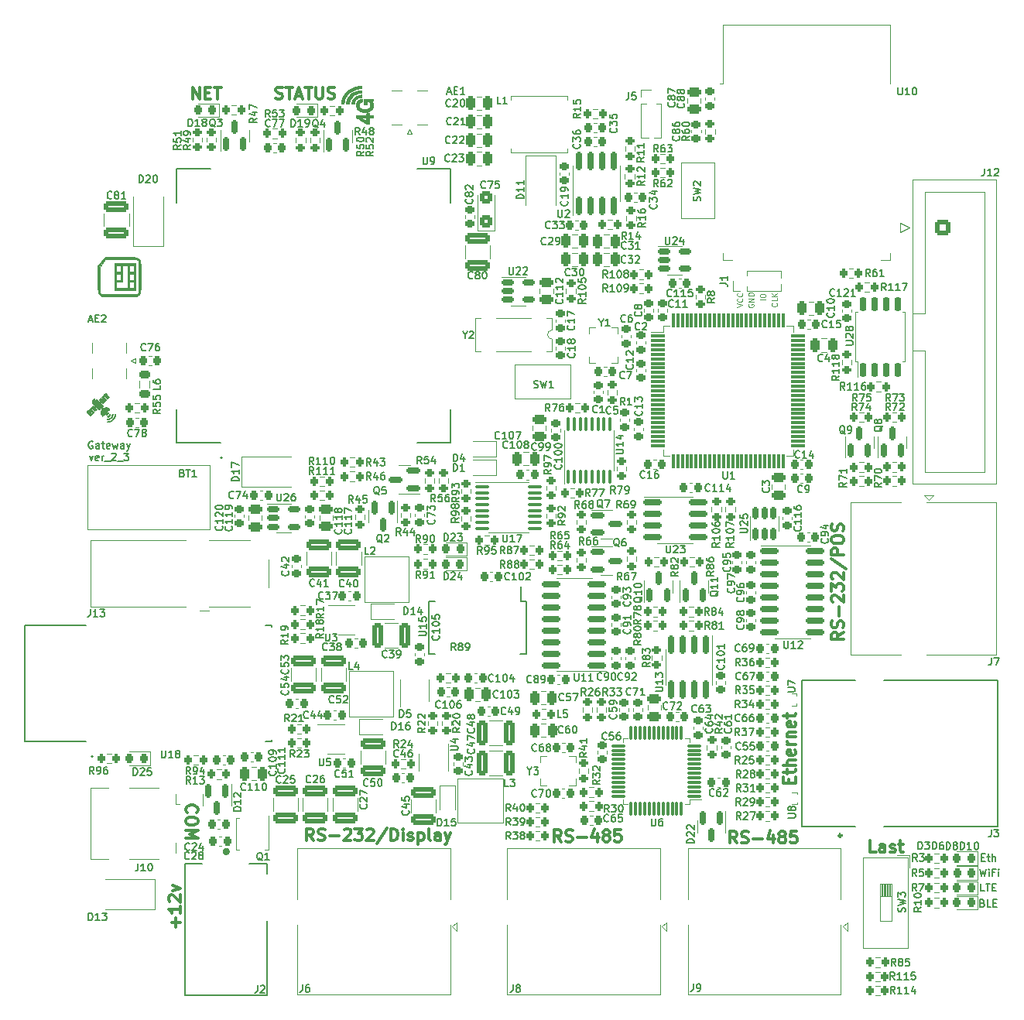
<source format=gto>
G04 #@! TF.GenerationSoftware,KiCad,Pcbnew,(6.0.0)*
G04 #@! TF.CreationDate,2022-04-27T13:01:12+04:00*
G04 #@! TF.ProjectId,Gateway_STM32_ver_2_0,47617465-7761-4795-9f53-544d33325f76,rev?*
G04 #@! TF.SameCoordinates,Original*
G04 #@! TF.FileFunction,Legend,Top*
G04 #@! TF.FilePolarity,Positive*
%FSLAX46Y46*%
G04 Gerber Fmt 4.6, Leading zero omitted, Abs format (unit mm)*
G04 Created by KiCad (PCBNEW (6.0.0)) date 2022-04-27 13:01:12*
%MOMM*%
%LPD*%
G01*
G04 APERTURE LIST*
G04 Aperture macros list*
%AMRoundRect*
0 Rectangle with rounded corners*
0 $1 Rounding radius*
0 $2 $3 $4 $5 $6 $7 $8 $9 X,Y pos of 4 corners*
0 Add a 4 corners polygon primitive as box body*
4,1,4,$2,$3,$4,$5,$6,$7,$8,$9,$2,$3,0*
0 Add four circle primitives for the rounded corners*
1,1,$1+$1,$2,$3*
1,1,$1+$1,$4,$5*
1,1,$1+$1,$6,$7*
1,1,$1+$1,$8,$9*
0 Add four rect primitives between the rounded corners*
20,1,$1+$1,$2,$3,$4,$5,0*
20,1,$1+$1,$4,$5,$6,$7,0*
20,1,$1+$1,$6,$7,$8,$9,0*
20,1,$1+$1,$8,$9,$2,$3,0*%
%AMFreePoly0*
4,1,17,1.395000,0.765000,0.855000,0.765000,0.855000,0.535000,1.395000,0.535000,1.395000,0.115000,0.855000,0.115000,0.855000,-0.115000,1.395000,-0.115000,1.395000,-0.535000,0.855000,-0.535000,0.855000,-0.765000,1.395000,-0.765000,1.395000,-1.185000,-0.855000,-1.185000,-0.855000,1.185000,1.395000,1.185000,1.395000,0.765000,1.395000,0.765000,$1*%
G04 Aperture macros list end*
%ADD10C,0.200000*%
%ADD11C,0.325000*%
%ADD12C,0.100000*%
%ADD13C,0.120000*%
%ADD14C,0.010000*%
%ADD15C,0.127000*%
%ADD16C,0.300000*%
%ADD17C,0.150000*%
%ADD18C,0.400000*%
%ADD19R,1.200000X1.400000*%
%ADD20R,1.000000X1.400000*%
%ADD21C,0.900000*%
%ADD22C,8.600000*%
%ADD23R,0.800000X0.600000*%
%ADD24RoundRect,0.200000X-0.200000X-0.275000X0.200000X-0.275000X0.200000X0.275000X-0.200000X0.275000X0*%
%ADD25RoundRect,0.150000X0.150000X-0.825000X0.150000X0.825000X-0.150000X0.825000X-0.150000X-0.825000X0*%
%ADD26RoundRect,0.200000X-0.275000X0.200000X-0.275000X-0.200000X0.275000X-0.200000X0.275000X0.200000X0*%
%ADD27RoundRect,0.150000X0.150000X-0.587500X0.150000X0.587500X-0.150000X0.587500X-0.150000X-0.587500X0*%
%ADD28R,4.500000X1.800000*%
%ADD29RoundRect,0.225000X0.250000X-0.225000X0.250000X0.225000X-0.250000X0.225000X-0.250000X-0.225000X0*%
%ADD30RoundRect,0.225000X-0.250000X0.225000X-0.250000X-0.225000X0.250000X-0.225000X0.250000X0.225000X0*%
%ADD31RoundRect,0.200000X0.200000X0.275000X-0.200000X0.275000X-0.200000X-0.275000X0.200000X-0.275000X0*%
%ADD32RoundRect,0.075000X0.662500X0.075000X-0.662500X0.075000X-0.662500X-0.075000X0.662500X-0.075000X0*%
%ADD33RoundRect,0.075000X0.075000X0.662500X-0.075000X0.662500X-0.075000X-0.662500X0.075000X-0.662500X0*%
%ADD34RoundRect,0.225000X-0.225000X-0.250000X0.225000X-0.250000X0.225000X0.250000X-0.225000X0.250000X0*%
%ADD35RoundRect,0.250000X0.250000X0.475000X-0.250000X0.475000X-0.250000X-0.475000X0.250000X-0.475000X0*%
%ADD36RoundRect,0.250000X0.475000X-0.250000X0.475000X0.250000X-0.475000X0.250000X-0.475000X-0.250000X0*%
%ADD37R,0.420000X0.700000*%
%ADD38FreePoly0,270.000000*%
%ADD39RoundRect,0.150000X-0.587500X-0.150000X0.587500X-0.150000X0.587500X0.150000X-0.587500X0.150000X0*%
%ADD40R,0.600000X0.800000*%
%ADD41RoundRect,0.100000X0.100000X-0.637500X0.100000X0.637500X-0.100000X0.637500X-0.100000X-0.637500X0*%
%ADD42RoundRect,0.200000X0.275000X-0.200000X0.275000X0.200000X-0.275000X0.200000X-0.275000X-0.200000X0*%
%ADD43RoundRect,0.250000X1.100000X-0.325000X1.100000X0.325000X-1.100000X0.325000X-1.100000X-0.325000X0*%
%ADD44RoundRect,0.250000X-0.250000X-0.475000X0.250000X-0.475000X0.250000X0.475000X-0.250000X0.475000X0*%
%ADD45RoundRect,0.225000X0.225000X0.250000X-0.225000X0.250000X-0.225000X-0.250000X0.225000X-0.250000X0*%
%ADD46C,1.000000*%
%ADD47R,2.000000X0.500000*%
%ADD48R,1.700000X2.000000*%
%ADD49RoundRect,0.250000X-1.100000X0.325000X-1.100000X-0.325000X1.100000X-0.325000X1.100000X0.325000X0*%
%ADD50R,1.500000X1.500000*%
%ADD51RoundRect,0.150000X0.150000X-0.512500X0.150000X0.512500X-0.150000X0.512500X-0.150000X-0.512500X0*%
%ADD52RoundRect,0.150000X0.850000X0.150000X-0.850000X0.150000X-0.850000X-0.150000X0.850000X-0.150000X0*%
%ADD53R,1.270000X3.600000*%
%ADD54R,1.350000X4.200000*%
%ADD55C,3.250000*%
%ADD56C,1.500000*%
%ADD57C,2.300000*%
%ADD58R,2.500000X1.800000*%
%ADD59RoundRect,0.218750X0.218750X0.256250X-0.218750X0.256250X-0.218750X-0.256250X0.218750X-0.256250X0*%
%ADD60R,1.800000X2.500000*%
%ADD61R,1.560000X0.650000*%
%ADD62RoundRect,0.100000X-0.637500X-0.100000X0.637500X-0.100000X0.637500X0.100000X-0.637500X0.100000X0*%
%ADD63R,1.400000X1.200000*%
%ADD64R,1.398000X1.398000*%
%ADD65C,1.398000*%
%ADD66C,1.530000*%
%ADD67C,2.445000*%
%ADD68RoundRect,0.150000X-0.150000X0.587500X-0.150000X-0.587500X0.150000X-0.587500X0.150000X0.587500X0*%
%ADD69RoundRect,0.150000X-0.825000X-0.150000X0.825000X-0.150000X0.825000X0.150000X-0.825000X0.150000X0*%
%ADD70R,1.300000X1.900000*%
%ADD71RoundRect,0.150000X-0.512500X-0.150000X0.512500X-0.150000X0.512500X0.150000X-0.512500X0.150000X0*%
%ADD72RoundRect,0.075000X-0.075000X-0.725000X0.075000X-0.725000X0.075000X0.725000X-0.075000X0.725000X0*%
%ADD73RoundRect,0.075000X-0.725000X-0.075000X0.725000X-0.075000X0.725000X0.075000X-0.725000X0.075000X0*%
%ADD74RoundRect,0.250000X0.425000X-0.450000X0.425000X0.450000X-0.425000X0.450000X-0.425000X-0.450000X0*%
%ADD75RoundRect,0.150000X-0.850000X-0.150000X0.850000X-0.150000X0.850000X0.150000X-0.850000X0.150000X0*%
%ADD76R,0.300000X0.300000*%
%ADD77RoundRect,0.150000X0.587500X0.150000X-0.587500X0.150000X-0.587500X-0.150000X0.587500X-0.150000X0*%
%ADD78R,0.450000X1.750000*%
%ADD79R,3.600000X1.270000*%
%ADD80R,4.200000X1.350000*%
%ADD81RoundRect,0.250000X-0.325000X-1.100000X0.325000X-1.100000X0.325000X1.100000X-0.325000X1.100000X0*%
%ADD82C,1.700000*%
%ADD83RoundRect,0.218750X-0.381250X0.218750X-0.381250X-0.218750X0.381250X-0.218750X0.381250X0.218750X0*%
%ADD84R,1.000000X1.300000*%
%ADD85R,1.300000X1.000000*%
%ADD86R,1.600000X1.600000*%
%ADD87O,1.600000X1.600000*%
%ADD88RoundRect,0.250000X-0.600000X-0.600000X0.600000X-0.600000X0.600000X0.600000X-0.600000X0.600000X0*%
%ADD89R,2.350000X5.100000*%
%ADD90O,5.000000X2.500000*%
%ADD91O,4.500000X2.250000*%
%ADD92O,2.250000X4.500000*%
%ADD93O,0.600000X1.800000*%
%ADD94O,1.800000X0.600000*%
%ADD95R,2.000000X0.900000*%
%ADD96R,0.900000X2.000000*%
%ADD97R,5.000000X5.000000*%
%ADD98R,1.000000X1.000000*%
%ADD99O,1.000000X1.000000*%
%ADD100R,1.800000X4.500000*%
%ADD101RoundRect,0.150000X-0.150000X0.825000X-0.150000X-0.825000X0.150000X-0.825000X0.150000X0.825000X0*%
%ADD102R,0.650000X1.560000*%
%ADD103RoundRect,0.250000X-0.475000X0.250000X-0.475000X-0.250000X0.475000X-0.250000X0.475000X0.250000X0*%
%ADD104C,1.600000*%
%ADD105C,2.150000*%
%ADD106RoundRect,0.150000X0.150000X-0.650000X0.150000X0.650000X-0.150000X0.650000X-0.150000X-0.650000X0*%
%ADD107C,0.950000*%
G04 APERTURE END LIST*
D10*
X40690476Y-109071000D02*
X40614285Y-109032904D01*
X40500000Y-109032904D01*
X40385714Y-109071000D01*
X40309523Y-109147190D01*
X40271428Y-109223380D01*
X40233333Y-109375761D01*
X40233333Y-109490047D01*
X40271428Y-109642428D01*
X40309523Y-109718619D01*
X40385714Y-109794809D01*
X40500000Y-109832904D01*
X40576190Y-109832904D01*
X40690476Y-109794809D01*
X40728571Y-109756714D01*
X40728571Y-109490047D01*
X40576190Y-109490047D01*
X41414285Y-109832904D02*
X41414285Y-109413857D01*
X41376190Y-109337666D01*
X41300000Y-109299571D01*
X41147619Y-109299571D01*
X41071428Y-109337666D01*
X41414285Y-109794809D02*
X41338095Y-109832904D01*
X41147619Y-109832904D01*
X41071428Y-109794809D01*
X41033333Y-109718619D01*
X41033333Y-109642428D01*
X41071428Y-109566238D01*
X41147619Y-109528142D01*
X41338095Y-109528142D01*
X41414285Y-109490047D01*
X41680952Y-109299571D02*
X41985714Y-109299571D01*
X41795238Y-109032904D02*
X41795238Y-109718619D01*
X41833333Y-109794809D01*
X41909523Y-109832904D01*
X41985714Y-109832904D01*
X42557142Y-109794809D02*
X42480952Y-109832904D01*
X42328571Y-109832904D01*
X42252380Y-109794809D01*
X42214285Y-109718619D01*
X42214285Y-109413857D01*
X42252380Y-109337666D01*
X42328571Y-109299571D01*
X42480952Y-109299571D01*
X42557142Y-109337666D01*
X42595238Y-109413857D01*
X42595238Y-109490047D01*
X42214285Y-109566238D01*
X42861904Y-109299571D02*
X43014285Y-109832904D01*
X43166666Y-109451952D01*
X43319047Y-109832904D01*
X43471428Y-109299571D01*
X44119047Y-109832904D02*
X44119047Y-109413857D01*
X44080952Y-109337666D01*
X44004761Y-109299571D01*
X43852380Y-109299571D01*
X43776190Y-109337666D01*
X44119047Y-109794809D02*
X44042857Y-109832904D01*
X43852380Y-109832904D01*
X43776190Y-109794809D01*
X43738095Y-109718619D01*
X43738095Y-109642428D01*
X43776190Y-109566238D01*
X43852380Y-109528142D01*
X44042857Y-109528142D01*
X44119047Y-109490047D01*
X44423809Y-109299571D02*
X44614285Y-109832904D01*
X44804761Y-109299571D02*
X44614285Y-109832904D01*
X44538095Y-110023380D01*
X44500000Y-110061476D01*
X44423809Y-110099571D01*
X40347619Y-110587571D02*
X40538095Y-111120904D01*
X40728571Y-110587571D01*
X41338095Y-111082809D02*
X41261904Y-111120904D01*
X41109523Y-111120904D01*
X41033333Y-111082809D01*
X40995238Y-111006619D01*
X40995238Y-110701857D01*
X41033333Y-110625666D01*
X41109523Y-110587571D01*
X41261904Y-110587571D01*
X41338095Y-110625666D01*
X41376190Y-110701857D01*
X41376190Y-110778047D01*
X40995238Y-110854238D01*
X41719047Y-111120904D02*
X41719047Y-110587571D01*
X41719047Y-110739952D02*
X41757142Y-110663761D01*
X41795238Y-110625666D01*
X41871428Y-110587571D01*
X41947619Y-110587571D01*
X42023809Y-111197095D02*
X42633333Y-111197095D01*
X42785714Y-110397095D02*
X42823809Y-110359000D01*
X42900000Y-110320904D01*
X43090476Y-110320904D01*
X43166666Y-110359000D01*
X43204761Y-110397095D01*
X43242857Y-110473285D01*
X43242857Y-110549476D01*
X43204761Y-110663761D01*
X42747619Y-111120904D01*
X43242857Y-111120904D01*
X43395238Y-111197095D02*
X44004761Y-111197095D01*
X44119047Y-110320904D02*
X44614285Y-110320904D01*
X44347619Y-110625666D01*
X44461904Y-110625666D01*
X44538095Y-110663761D01*
X44576190Y-110701857D01*
X44614285Y-110778047D01*
X44614285Y-110968523D01*
X44576190Y-111044714D01*
X44538095Y-111082809D01*
X44461904Y-111120904D01*
X44233333Y-111120904D01*
X44157142Y-111082809D01*
X44119047Y-111044714D01*
D11*
X60730952Y-71516190D02*
X60916666Y-71578095D01*
X61226190Y-71578095D01*
X61350000Y-71516190D01*
X61411904Y-71454285D01*
X61473809Y-71330476D01*
X61473809Y-71206666D01*
X61411904Y-71082857D01*
X61350000Y-71020952D01*
X61226190Y-70959047D01*
X60978571Y-70897142D01*
X60854761Y-70835238D01*
X60792857Y-70773333D01*
X60730952Y-70649523D01*
X60730952Y-70525714D01*
X60792857Y-70401904D01*
X60854761Y-70340000D01*
X60978571Y-70278095D01*
X61288095Y-70278095D01*
X61473809Y-70340000D01*
X61845238Y-70278095D02*
X62588095Y-70278095D01*
X62216666Y-71578095D02*
X62216666Y-70278095D01*
X62959523Y-71206666D02*
X63578571Y-71206666D01*
X62835714Y-71578095D02*
X63269047Y-70278095D01*
X63702380Y-71578095D01*
X63950000Y-70278095D02*
X64692857Y-70278095D01*
X64321428Y-71578095D02*
X64321428Y-70278095D01*
X65126190Y-70278095D02*
X65126190Y-71330476D01*
X65188095Y-71454285D01*
X65250000Y-71516190D01*
X65373809Y-71578095D01*
X65621428Y-71578095D01*
X65745238Y-71516190D01*
X65807142Y-71454285D01*
X65869047Y-71330476D01*
X65869047Y-70278095D01*
X66426190Y-71516190D02*
X66611904Y-71578095D01*
X66921428Y-71578095D01*
X67045238Y-71516190D01*
X67107142Y-71454285D01*
X67169047Y-71330476D01*
X67169047Y-71206666D01*
X67107142Y-71082857D01*
X67045238Y-71020952D01*
X66921428Y-70959047D01*
X66673809Y-70897142D01*
X66550000Y-70835238D01*
X66488095Y-70773333D01*
X66426190Y-70649523D01*
X66426190Y-70525714D01*
X66488095Y-70401904D01*
X66550000Y-70340000D01*
X66673809Y-70278095D01*
X66983333Y-70278095D01*
X67169047Y-70340000D01*
X51645238Y-71578095D02*
X51645238Y-70278095D01*
X52388095Y-71578095D01*
X52388095Y-70278095D01*
X53007142Y-70897142D02*
X53440476Y-70897142D01*
X53626190Y-71578095D02*
X53007142Y-71578095D01*
X53007142Y-70278095D01*
X53626190Y-70278095D01*
X53997619Y-70278095D02*
X54740476Y-70278095D01*
X54369047Y-71578095D02*
X54369047Y-70278095D01*
D12*
X115504285Y-93897142D02*
X115532857Y-93925714D01*
X115561428Y-94011428D01*
X115561428Y-94068571D01*
X115532857Y-94154285D01*
X115475714Y-94211428D01*
X115418571Y-94240000D01*
X115304285Y-94268571D01*
X115218571Y-94268571D01*
X115104285Y-94240000D01*
X115047142Y-94211428D01*
X114990000Y-94154285D01*
X114961428Y-94068571D01*
X114961428Y-94011428D01*
X114990000Y-93925714D01*
X115018571Y-93897142D01*
X115561428Y-93354285D02*
X115561428Y-93640000D01*
X114961428Y-93640000D01*
X115561428Y-93154285D02*
X114961428Y-93154285D01*
X115561428Y-92811428D02*
X115218571Y-93068571D01*
X114961428Y-92811428D02*
X115304285Y-93154285D01*
D11*
X51025714Y-149648571D02*
X50963809Y-149586666D01*
X50901904Y-149400952D01*
X50901904Y-149277142D01*
X50963809Y-149091428D01*
X51087619Y-148967619D01*
X51211428Y-148905714D01*
X51459047Y-148843809D01*
X51644761Y-148843809D01*
X51892380Y-148905714D01*
X52016190Y-148967619D01*
X52140000Y-149091428D01*
X52201904Y-149277142D01*
X52201904Y-149400952D01*
X52140000Y-149586666D01*
X52078095Y-149648571D01*
X52201904Y-150453333D02*
X52201904Y-150700952D01*
X52140000Y-150824761D01*
X52016190Y-150948571D01*
X51768571Y-151010476D01*
X51335238Y-151010476D01*
X51087619Y-150948571D01*
X50963809Y-150824761D01*
X50901904Y-150700952D01*
X50901904Y-150453333D01*
X50963809Y-150329523D01*
X51087619Y-150205714D01*
X51335238Y-150143809D01*
X51768571Y-150143809D01*
X52016190Y-150205714D01*
X52140000Y-150329523D01*
X52201904Y-150453333D01*
X50901904Y-151567619D02*
X52201904Y-151567619D01*
X51273333Y-152000952D01*
X52201904Y-152434285D01*
X50901904Y-152434285D01*
D12*
X112440000Y-94017142D02*
X112411428Y-94074285D01*
X112411428Y-94160000D01*
X112440000Y-94245714D01*
X112497142Y-94302857D01*
X112554285Y-94331428D01*
X112668571Y-94360000D01*
X112754285Y-94360000D01*
X112868571Y-94331428D01*
X112925714Y-94302857D01*
X112982857Y-94245714D01*
X113011428Y-94160000D01*
X113011428Y-94102857D01*
X112982857Y-94017142D01*
X112954285Y-93988571D01*
X112754285Y-93988571D01*
X112754285Y-94102857D01*
X113011428Y-93731428D02*
X112411428Y-93731428D01*
X113011428Y-93388571D01*
X112411428Y-93388571D01*
X113011428Y-93102857D02*
X112411428Y-93102857D01*
X112411428Y-92960000D01*
X112440000Y-92874285D01*
X112497142Y-92817142D01*
X112554285Y-92788571D01*
X112668571Y-92760000D01*
X112754285Y-92760000D01*
X112868571Y-92788571D01*
X112925714Y-92817142D01*
X112982857Y-92874285D01*
X113011428Y-92960000D01*
X113011428Y-93102857D01*
D11*
X126376666Y-153995595D02*
X125757619Y-153995595D01*
X125757619Y-152695595D01*
X127367142Y-153995595D02*
X127367142Y-153314642D01*
X127305238Y-153190833D01*
X127181428Y-153128928D01*
X126933809Y-153128928D01*
X126810000Y-153190833D01*
X127367142Y-153933690D02*
X127243333Y-153995595D01*
X126933809Y-153995595D01*
X126810000Y-153933690D01*
X126748095Y-153809880D01*
X126748095Y-153686071D01*
X126810000Y-153562261D01*
X126933809Y-153500357D01*
X127243333Y-153500357D01*
X127367142Y-153438452D01*
X127924285Y-153933690D02*
X128048095Y-153995595D01*
X128295714Y-153995595D01*
X128419523Y-153933690D01*
X128481428Y-153809880D01*
X128481428Y-153747976D01*
X128419523Y-153624166D01*
X128295714Y-153562261D01*
X128110000Y-153562261D01*
X127986190Y-153500357D01*
X127924285Y-153376547D01*
X127924285Y-153314642D01*
X127986190Y-153190833D01*
X128110000Y-153128928D01*
X128295714Y-153128928D01*
X128419523Y-153190833D01*
X128852857Y-153128928D02*
X129348095Y-153128928D01*
X129038571Y-152695595D02*
X129038571Y-153809880D01*
X129100476Y-153933690D01*
X129224285Y-153995595D01*
X129348095Y-153995595D01*
D10*
X137743333Y-155811904D02*
X137933809Y-156611904D01*
X138086190Y-156040476D01*
X138238571Y-156611904D01*
X138429047Y-155811904D01*
X138733809Y-156611904D02*
X138733809Y-156078571D01*
X138733809Y-155811904D02*
X138695714Y-155850000D01*
X138733809Y-155888095D01*
X138771904Y-155850000D01*
X138733809Y-155811904D01*
X138733809Y-155888095D01*
X139381428Y-156192857D02*
X139114761Y-156192857D01*
X139114761Y-156611904D02*
X139114761Y-155811904D01*
X139495714Y-155811904D01*
X139800476Y-156611904D02*
X139800476Y-156078571D01*
X139800476Y-155811904D02*
X139762380Y-155850000D01*
X139800476Y-155888095D01*
X139838571Y-155850000D01*
X139800476Y-155811904D01*
X139800476Y-155888095D01*
X138240952Y-158241904D02*
X137860000Y-158241904D01*
X137860000Y-157441904D01*
X138393333Y-157441904D02*
X138850476Y-157441904D01*
X138621904Y-158241904D02*
X138621904Y-157441904D01*
X139117142Y-157822857D02*
X139383809Y-157822857D01*
X139498095Y-158241904D02*
X139117142Y-158241904D01*
X139117142Y-157441904D01*
X139498095Y-157441904D01*
D11*
X49812857Y-162178571D02*
X49812857Y-161188095D01*
X50308095Y-161683333D02*
X49317619Y-161683333D01*
X50308095Y-159888095D02*
X50308095Y-160630952D01*
X50308095Y-160259523D02*
X49008095Y-160259523D01*
X49193809Y-160383333D01*
X49317619Y-160507142D01*
X49379523Y-160630952D01*
X49131904Y-159392857D02*
X49070000Y-159330952D01*
X49008095Y-159207142D01*
X49008095Y-158897619D01*
X49070000Y-158773809D01*
X49131904Y-158711904D01*
X49255714Y-158650000D01*
X49379523Y-158650000D01*
X49565238Y-158711904D01*
X50308095Y-159454761D01*
X50308095Y-158650000D01*
X49441428Y-158216666D02*
X50308095Y-157907142D01*
X49441428Y-157597619D01*
D10*
X138051428Y-159532857D02*
X138165714Y-159570952D01*
X138203809Y-159609047D01*
X138241904Y-159685238D01*
X138241904Y-159799523D01*
X138203809Y-159875714D01*
X138165714Y-159913809D01*
X138089523Y-159951904D01*
X137784761Y-159951904D01*
X137784761Y-159151904D01*
X138051428Y-159151904D01*
X138127619Y-159190000D01*
X138165714Y-159228095D01*
X138203809Y-159304285D01*
X138203809Y-159380476D01*
X138165714Y-159456666D01*
X138127619Y-159494761D01*
X138051428Y-159532857D01*
X137784761Y-159532857D01*
X138965714Y-159951904D02*
X138584761Y-159951904D01*
X138584761Y-159151904D01*
X139232380Y-159532857D02*
X139499047Y-159532857D01*
X139613333Y-159951904D02*
X139232380Y-159951904D01*
X139232380Y-159151904D01*
X139613333Y-159151904D01*
D11*
X91946428Y-152828095D02*
X91513095Y-152209047D01*
X91203571Y-152828095D02*
X91203571Y-151528095D01*
X91698809Y-151528095D01*
X91822619Y-151590000D01*
X91884523Y-151651904D01*
X91946428Y-151775714D01*
X91946428Y-151961428D01*
X91884523Y-152085238D01*
X91822619Y-152147142D01*
X91698809Y-152209047D01*
X91203571Y-152209047D01*
X92441666Y-152766190D02*
X92627380Y-152828095D01*
X92936904Y-152828095D01*
X93060714Y-152766190D01*
X93122619Y-152704285D01*
X93184523Y-152580476D01*
X93184523Y-152456666D01*
X93122619Y-152332857D01*
X93060714Y-152270952D01*
X92936904Y-152209047D01*
X92689285Y-152147142D01*
X92565476Y-152085238D01*
X92503571Y-152023333D01*
X92441666Y-151899523D01*
X92441666Y-151775714D01*
X92503571Y-151651904D01*
X92565476Y-151590000D01*
X92689285Y-151528095D01*
X92998809Y-151528095D01*
X93184523Y-151590000D01*
X93741666Y-152332857D02*
X94732142Y-152332857D01*
X95908333Y-151961428D02*
X95908333Y-152828095D01*
X95598809Y-151466190D02*
X95289285Y-152394761D01*
X96094047Y-152394761D01*
X96775000Y-152085238D02*
X96651190Y-152023333D01*
X96589285Y-151961428D01*
X96527380Y-151837619D01*
X96527380Y-151775714D01*
X96589285Y-151651904D01*
X96651190Y-151590000D01*
X96775000Y-151528095D01*
X97022619Y-151528095D01*
X97146428Y-151590000D01*
X97208333Y-151651904D01*
X97270238Y-151775714D01*
X97270238Y-151837619D01*
X97208333Y-151961428D01*
X97146428Y-152023333D01*
X97022619Y-152085238D01*
X96775000Y-152085238D01*
X96651190Y-152147142D01*
X96589285Y-152209047D01*
X96527380Y-152332857D01*
X96527380Y-152580476D01*
X96589285Y-152704285D01*
X96651190Y-152766190D01*
X96775000Y-152828095D01*
X97022619Y-152828095D01*
X97146428Y-152766190D01*
X97208333Y-152704285D01*
X97270238Y-152580476D01*
X97270238Y-152332857D01*
X97208333Y-152209047D01*
X97146428Y-152147142D01*
X97022619Y-152085238D01*
X98446428Y-151528095D02*
X97827380Y-151528095D01*
X97765476Y-152147142D01*
X97827380Y-152085238D01*
X97951190Y-152023333D01*
X98260714Y-152023333D01*
X98384523Y-152085238D01*
X98446428Y-152147142D01*
X98508333Y-152270952D01*
X98508333Y-152580476D01*
X98446428Y-152704285D01*
X98384523Y-152766190D01*
X98260714Y-152828095D01*
X97951190Y-152828095D01*
X97827380Y-152766190D01*
X97765476Y-152704285D01*
D12*
X114291428Y-93544285D02*
X113691428Y-93544285D01*
X113691428Y-93144285D02*
X113691428Y-93030000D01*
X113720000Y-92972857D01*
X113777142Y-92915714D01*
X113891428Y-92887142D01*
X114091428Y-92887142D01*
X114205714Y-92915714D01*
X114262857Y-92972857D01*
X114291428Y-93030000D01*
X114291428Y-93144285D01*
X114262857Y-93201428D01*
X114205714Y-93258571D01*
X114091428Y-93287142D01*
X113891428Y-93287142D01*
X113777142Y-93258571D01*
X113720000Y-93201428D01*
X113691428Y-93144285D01*
D10*
X137928095Y-154552857D02*
X138194761Y-154552857D01*
X138309047Y-154971904D02*
X137928095Y-154971904D01*
X137928095Y-154171904D01*
X138309047Y-154171904D01*
X138537619Y-154438571D02*
X138842380Y-154438571D01*
X138651904Y-154171904D02*
X138651904Y-154857619D01*
X138690000Y-154933809D01*
X138766190Y-154971904D01*
X138842380Y-154971904D01*
X139109047Y-154971904D02*
X139109047Y-154171904D01*
X139451904Y-154971904D02*
X139451904Y-154552857D01*
X139413809Y-154476666D01*
X139337619Y-154438571D01*
X139223333Y-154438571D01*
X139147142Y-154476666D01*
X139109047Y-154514761D01*
D12*
X111181428Y-94340000D02*
X111781428Y-94140000D01*
X111181428Y-93940000D01*
X111724285Y-93397142D02*
X111752857Y-93425714D01*
X111781428Y-93511428D01*
X111781428Y-93568571D01*
X111752857Y-93654285D01*
X111695714Y-93711428D01*
X111638571Y-93740000D01*
X111524285Y-93768571D01*
X111438571Y-93768571D01*
X111324285Y-93740000D01*
X111267142Y-93711428D01*
X111210000Y-93654285D01*
X111181428Y-93568571D01*
X111181428Y-93511428D01*
X111210000Y-93425714D01*
X111238571Y-93397142D01*
X111724285Y-92797142D02*
X111752857Y-92825714D01*
X111781428Y-92911428D01*
X111781428Y-92968571D01*
X111752857Y-93054285D01*
X111695714Y-93111428D01*
X111638571Y-93140000D01*
X111524285Y-93168571D01*
X111438571Y-93168571D01*
X111324285Y-93140000D01*
X111267142Y-93111428D01*
X111210000Y-93054285D01*
X111181428Y-92968571D01*
X111181428Y-92911428D01*
X111210000Y-92825714D01*
X111238571Y-92797142D01*
D11*
X122828095Y-129929523D02*
X122209047Y-130362857D01*
X122828095Y-130672380D02*
X121528095Y-130672380D01*
X121528095Y-130177142D01*
X121590000Y-130053333D01*
X121651904Y-129991428D01*
X121775714Y-129929523D01*
X121961428Y-129929523D01*
X122085238Y-129991428D01*
X122147142Y-130053333D01*
X122209047Y-130177142D01*
X122209047Y-130672380D01*
X122766190Y-129434285D02*
X122828095Y-129248571D01*
X122828095Y-128939047D01*
X122766190Y-128815238D01*
X122704285Y-128753333D01*
X122580476Y-128691428D01*
X122456666Y-128691428D01*
X122332857Y-128753333D01*
X122270952Y-128815238D01*
X122209047Y-128939047D01*
X122147142Y-129186666D01*
X122085238Y-129310476D01*
X122023333Y-129372380D01*
X121899523Y-129434285D01*
X121775714Y-129434285D01*
X121651904Y-129372380D01*
X121590000Y-129310476D01*
X121528095Y-129186666D01*
X121528095Y-128877142D01*
X121590000Y-128691428D01*
X122332857Y-128134285D02*
X122332857Y-127143809D01*
X121651904Y-126586666D02*
X121590000Y-126524761D01*
X121528095Y-126400952D01*
X121528095Y-126091428D01*
X121590000Y-125967619D01*
X121651904Y-125905714D01*
X121775714Y-125843809D01*
X121899523Y-125843809D01*
X122085238Y-125905714D01*
X122828095Y-126648571D01*
X122828095Y-125843809D01*
X121528095Y-125410476D02*
X121528095Y-124605714D01*
X122023333Y-125039047D01*
X122023333Y-124853333D01*
X122085238Y-124729523D01*
X122147142Y-124667619D01*
X122270952Y-124605714D01*
X122580476Y-124605714D01*
X122704285Y-124667619D01*
X122766190Y-124729523D01*
X122828095Y-124853333D01*
X122828095Y-125224761D01*
X122766190Y-125348571D01*
X122704285Y-125410476D01*
X121651904Y-124110476D02*
X121590000Y-124048571D01*
X121528095Y-123924761D01*
X121528095Y-123615238D01*
X121590000Y-123491428D01*
X121651904Y-123429523D01*
X121775714Y-123367619D01*
X121899523Y-123367619D01*
X122085238Y-123429523D01*
X122828095Y-124172380D01*
X122828095Y-123367619D01*
X121466190Y-121881904D02*
X123137619Y-122996190D01*
X122828095Y-121448571D02*
X121528095Y-121448571D01*
X121528095Y-120953333D01*
X121590000Y-120829523D01*
X121651904Y-120767619D01*
X121775714Y-120705714D01*
X121961428Y-120705714D01*
X122085238Y-120767619D01*
X122147142Y-120829523D01*
X122209047Y-120953333D01*
X122209047Y-121448571D01*
X121528095Y-119900952D02*
X121528095Y-119653333D01*
X121590000Y-119529523D01*
X121713809Y-119405714D01*
X121961428Y-119343809D01*
X122394761Y-119343809D01*
X122642380Y-119405714D01*
X122766190Y-119529523D01*
X122828095Y-119653333D01*
X122828095Y-119900952D01*
X122766190Y-120024761D01*
X122642380Y-120148571D01*
X122394761Y-120210476D01*
X121961428Y-120210476D01*
X121713809Y-120148571D01*
X121590000Y-120024761D01*
X121528095Y-119900952D01*
X122766190Y-118848571D02*
X122828095Y-118662857D01*
X122828095Y-118353333D01*
X122766190Y-118229523D01*
X122704285Y-118167619D01*
X122580476Y-118105714D01*
X122456666Y-118105714D01*
X122332857Y-118167619D01*
X122270952Y-118229523D01*
X122209047Y-118353333D01*
X122147142Y-118600952D01*
X122085238Y-118724761D01*
X122023333Y-118786666D01*
X121899523Y-118848571D01*
X121775714Y-118848571D01*
X121651904Y-118786666D01*
X121590000Y-118724761D01*
X121528095Y-118600952D01*
X121528095Y-118291428D01*
X121590000Y-118105714D01*
X116877142Y-146404285D02*
X116877142Y-145970952D01*
X117558095Y-145785238D02*
X117558095Y-146404285D01*
X116258095Y-146404285D01*
X116258095Y-145785238D01*
X116691428Y-145413809D02*
X116691428Y-144918571D01*
X116258095Y-145228095D02*
X117372380Y-145228095D01*
X117496190Y-145166190D01*
X117558095Y-145042380D01*
X117558095Y-144918571D01*
X117558095Y-144485238D02*
X116258095Y-144485238D01*
X117558095Y-143928095D02*
X116877142Y-143928095D01*
X116753333Y-143990000D01*
X116691428Y-144113809D01*
X116691428Y-144299523D01*
X116753333Y-144423333D01*
X116815238Y-144485238D01*
X117496190Y-142813809D02*
X117558095Y-142937619D01*
X117558095Y-143185238D01*
X117496190Y-143309047D01*
X117372380Y-143370952D01*
X116877142Y-143370952D01*
X116753333Y-143309047D01*
X116691428Y-143185238D01*
X116691428Y-142937619D01*
X116753333Y-142813809D01*
X116877142Y-142751904D01*
X117000952Y-142751904D01*
X117124761Y-143370952D01*
X117558095Y-142194761D02*
X116691428Y-142194761D01*
X116939047Y-142194761D02*
X116815238Y-142132857D01*
X116753333Y-142070952D01*
X116691428Y-141947142D01*
X116691428Y-141823333D01*
X116691428Y-141390000D02*
X117558095Y-141390000D01*
X116815238Y-141390000D02*
X116753333Y-141328095D01*
X116691428Y-141204285D01*
X116691428Y-141018571D01*
X116753333Y-140894761D01*
X116877142Y-140832857D01*
X117558095Y-140832857D01*
X117496190Y-139718571D02*
X117558095Y-139842380D01*
X117558095Y-140090000D01*
X117496190Y-140213809D01*
X117372380Y-140275714D01*
X116877142Y-140275714D01*
X116753333Y-140213809D01*
X116691428Y-140090000D01*
X116691428Y-139842380D01*
X116753333Y-139718571D01*
X116877142Y-139656666D01*
X117000952Y-139656666D01*
X117124761Y-140275714D01*
X116691428Y-139285238D02*
X116691428Y-138790000D01*
X116258095Y-139099523D02*
X117372380Y-139099523D01*
X117496190Y-139037619D01*
X117558095Y-138913809D01*
X117558095Y-138790000D01*
X64862857Y-152708095D02*
X64429523Y-152089047D01*
X64119999Y-152708095D02*
X64119999Y-151408095D01*
X64615238Y-151408095D01*
X64739047Y-151470000D01*
X64800952Y-151531904D01*
X64862857Y-151655714D01*
X64862857Y-151841428D01*
X64800952Y-151965238D01*
X64739047Y-152027142D01*
X64615238Y-152089047D01*
X64119999Y-152089047D01*
X65358095Y-152646190D02*
X65543809Y-152708095D01*
X65853333Y-152708095D01*
X65977142Y-152646190D01*
X66039047Y-152584285D01*
X66100952Y-152460476D01*
X66100952Y-152336666D01*
X66039047Y-152212857D01*
X65977142Y-152150952D01*
X65853333Y-152089047D01*
X65605714Y-152027142D01*
X65481904Y-151965238D01*
X65419999Y-151903333D01*
X65358095Y-151779523D01*
X65358095Y-151655714D01*
X65419999Y-151531904D01*
X65481904Y-151470000D01*
X65605714Y-151408095D01*
X65915238Y-151408095D01*
X66100952Y-151470000D01*
X66658095Y-152212857D02*
X67648571Y-152212857D01*
X68205714Y-151531904D02*
X68267619Y-151470000D01*
X68391428Y-151408095D01*
X68700952Y-151408095D01*
X68824761Y-151470000D01*
X68886666Y-151531904D01*
X68948571Y-151655714D01*
X68948571Y-151779523D01*
X68886666Y-151965238D01*
X68143809Y-152708095D01*
X68948571Y-152708095D01*
X69381904Y-151408095D02*
X70186666Y-151408095D01*
X69753333Y-151903333D01*
X69939047Y-151903333D01*
X70062857Y-151965238D01*
X70124761Y-152027142D01*
X70186666Y-152150952D01*
X70186666Y-152460476D01*
X70124761Y-152584285D01*
X70062857Y-152646190D01*
X69939047Y-152708095D01*
X69567619Y-152708095D01*
X69443809Y-152646190D01*
X69381904Y-152584285D01*
X70681904Y-151531904D02*
X70743809Y-151470000D01*
X70867619Y-151408095D01*
X71177142Y-151408095D01*
X71300952Y-151470000D01*
X71362857Y-151531904D01*
X71424761Y-151655714D01*
X71424761Y-151779523D01*
X71362857Y-151965238D01*
X70620000Y-152708095D01*
X71424761Y-152708095D01*
X72910476Y-151346190D02*
X71796190Y-153017619D01*
X73343809Y-152708095D02*
X73343809Y-151408095D01*
X73653333Y-151408095D01*
X73839047Y-151470000D01*
X73962857Y-151593809D01*
X74024761Y-151717619D01*
X74086666Y-151965238D01*
X74086666Y-152150952D01*
X74024761Y-152398571D01*
X73962857Y-152522380D01*
X73839047Y-152646190D01*
X73653333Y-152708095D01*
X73343809Y-152708095D01*
X74643809Y-152708095D02*
X74643809Y-151841428D01*
X74643809Y-151408095D02*
X74581904Y-151470000D01*
X74643809Y-151531904D01*
X74705714Y-151470000D01*
X74643809Y-151408095D01*
X74643809Y-151531904D01*
X75200952Y-152646190D02*
X75324761Y-152708095D01*
X75572380Y-152708095D01*
X75696190Y-152646190D01*
X75758095Y-152522380D01*
X75758095Y-152460476D01*
X75696190Y-152336666D01*
X75572380Y-152274761D01*
X75386666Y-152274761D01*
X75262857Y-152212857D01*
X75200952Y-152089047D01*
X75200952Y-152027142D01*
X75262857Y-151903333D01*
X75386666Y-151841428D01*
X75572380Y-151841428D01*
X75696190Y-151903333D01*
X76315238Y-151841428D02*
X76315238Y-153141428D01*
X76315238Y-151903333D02*
X76439047Y-151841428D01*
X76686666Y-151841428D01*
X76810476Y-151903333D01*
X76872380Y-151965238D01*
X76934285Y-152089047D01*
X76934285Y-152460476D01*
X76872380Y-152584285D01*
X76810476Y-152646190D01*
X76686666Y-152708095D01*
X76439047Y-152708095D01*
X76315238Y-152646190D01*
X77677142Y-152708095D02*
X77553333Y-152646190D01*
X77491428Y-152522380D01*
X77491428Y-151408095D01*
X78729523Y-152708095D02*
X78729523Y-152027142D01*
X78667619Y-151903333D01*
X78543809Y-151841428D01*
X78296190Y-151841428D01*
X78172380Y-151903333D01*
X78729523Y-152646190D02*
X78605714Y-152708095D01*
X78296190Y-152708095D01*
X78172380Y-152646190D01*
X78110476Y-152522380D01*
X78110476Y-152398571D01*
X78172380Y-152274761D01*
X78296190Y-152212857D01*
X78605714Y-152212857D01*
X78729523Y-152150952D01*
X79224761Y-151841428D02*
X79534285Y-152708095D01*
X79843809Y-151841428D02*
X79534285Y-152708095D01*
X79410476Y-153017619D01*
X79348571Y-153079523D01*
X79224761Y-153141428D01*
X111181428Y-152988095D02*
X110748095Y-152369047D01*
X110438571Y-152988095D02*
X110438571Y-151688095D01*
X110933809Y-151688095D01*
X111057619Y-151750000D01*
X111119523Y-151811904D01*
X111181428Y-151935714D01*
X111181428Y-152121428D01*
X111119523Y-152245238D01*
X111057619Y-152307142D01*
X110933809Y-152369047D01*
X110438571Y-152369047D01*
X111676666Y-152926190D02*
X111862380Y-152988095D01*
X112171904Y-152988095D01*
X112295714Y-152926190D01*
X112357619Y-152864285D01*
X112419523Y-152740476D01*
X112419523Y-152616666D01*
X112357619Y-152492857D01*
X112295714Y-152430952D01*
X112171904Y-152369047D01*
X111924285Y-152307142D01*
X111800476Y-152245238D01*
X111738571Y-152183333D01*
X111676666Y-152059523D01*
X111676666Y-151935714D01*
X111738571Y-151811904D01*
X111800476Y-151750000D01*
X111924285Y-151688095D01*
X112233809Y-151688095D01*
X112419523Y-151750000D01*
X112976666Y-152492857D02*
X113967142Y-152492857D01*
X115143333Y-152121428D02*
X115143333Y-152988095D01*
X114833809Y-151626190D02*
X114524285Y-152554761D01*
X115329047Y-152554761D01*
X116010000Y-152245238D02*
X115886190Y-152183333D01*
X115824285Y-152121428D01*
X115762380Y-151997619D01*
X115762380Y-151935714D01*
X115824285Y-151811904D01*
X115886190Y-151750000D01*
X116010000Y-151688095D01*
X116257619Y-151688095D01*
X116381428Y-151750000D01*
X116443333Y-151811904D01*
X116505238Y-151935714D01*
X116505238Y-151997619D01*
X116443333Y-152121428D01*
X116381428Y-152183333D01*
X116257619Y-152245238D01*
X116010000Y-152245238D01*
X115886190Y-152307142D01*
X115824285Y-152369047D01*
X115762380Y-152492857D01*
X115762380Y-152740476D01*
X115824285Y-152864285D01*
X115886190Y-152926190D01*
X116010000Y-152988095D01*
X116257619Y-152988095D01*
X116381428Y-152926190D01*
X116443333Y-152864285D01*
X116505238Y-152740476D01*
X116505238Y-152492857D01*
X116443333Y-152369047D01*
X116381428Y-152307142D01*
X116257619Y-152245238D01*
X117681428Y-151688095D02*
X117062380Y-151688095D01*
X117000476Y-152307142D01*
X117062380Y-152245238D01*
X117186190Y-152183333D01*
X117495714Y-152183333D01*
X117619523Y-152245238D01*
X117681428Y-152307142D01*
X117743333Y-152430952D01*
X117743333Y-152740476D01*
X117681428Y-152864285D01*
X117619523Y-152926190D01*
X117495714Y-152988095D01*
X117186190Y-152988095D01*
X117062380Y-152926190D01*
X117000476Y-152864285D01*
D10*
X74284523Y-139201904D02*
X74284523Y-138401904D01*
X74475000Y-138401904D01*
X74589285Y-138440000D01*
X74665476Y-138516190D01*
X74703571Y-138592380D01*
X74741666Y-138744761D01*
X74741666Y-138859047D01*
X74703571Y-139011428D01*
X74665476Y-139087619D01*
X74589285Y-139163809D01*
X74475000Y-139201904D01*
X74284523Y-139201904D01*
X75465476Y-138401904D02*
X75084523Y-138401904D01*
X75046428Y-138782857D01*
X75084523Y-138744761D01*
X75160714Y-138706666D01*
X75351190Y-138706666D01*
X75427380Y-138744761D01*
X75465476Y-138782857D01*
X75503571Y-138859047D01*
X75503571Y-139049523D01*
X75465476Y-139125714D01*
X75427380Y-139163809D01*
X75351190Y-139201904D01*
X75160714Y-139201904D01*
X75084523Y-139163809D01*
X75046428Y-139125714D01*
X74753571Y-127951904D02*
X74753571Y-127151904D01*
X74944047Y-127151904D01*
X75058333Y-127190000D01*
X75134523Y-127266190D01*
X75172619Y-127342380D01*
X75210714Y-127494761D01*
X75210714Y-127609047D01*
X75172619Y-127761428D01*
X75134523Y-127837619D01*
X75058333Y-127913809D01*
X74944047Y-127951904D01*
X74753571Y-127951904D01*
X75972619Y-127951904D02*
X75515476Y-127951904D01*
X75744047Y-127951904D02*
X75744047Y-127151904D01*
X75667857Y-127266190D01*
X75591666Y-127342380D01*
X75515476Y-127380476D01*
X76658333Y-127418571D02*
X76658333Y-127951904D01*
X76467857Y-127113809D02*
X76277380Y-127685238D01*
X76772619Y-127685238D01*
X65961904Y-127879285D02*
X65580952Y-128145952D01*
X65961904Y-128336428D02*
X65161904Y-128336428D01*
X65161904Y-128031666D01*
X65200000Y-127955476D01*
X65238095Y-127917380D01*
X65314285Y-127879285D01*
X65428571Y-127879285D01*
X65504761Y-127917380D01*
X65542857Y-127955476D01*
X65580952Y-128031666D01*
X65580952Y-128336428D01*
X65961904Y-127117380D02*
X65961904Y-127574523D01*
X65961904Y-127345952D02*
X65161904Y-127345952D01*
X65276190Y-127422142D01*
X65352380Y-127498333D01*
X65390476Y-127574523D01*
X65161904Y-126850714D02*
X65161904Y-126317380D01*
X65961904Y-126660238D01*
X91590476Y-83701904D02*
X91590476Y-84349523D01*
X91628571Y-84425714D01*
X91666666Y-84463809D01*
X91742857Y-84501904D01*
X91895238Y-84501904D01*
X91971428Y-84463809D01*
X92009523Y-84425714D01*
X92047619Y-84349523D01*
X92047619Y-83701904D01*
X92390476Y-83778095D02*
X92428571Y-83740000D01*
X92504761Y-83701904D01*
X92695238Y-83701904D01*
X92771428Y-83740000D01*
X92809523Y-83778095D01*
X92847619Y-83854285D01*
X92847619Y-83930476D01*
X92809523Y-84044761D01*
X92352380Y-84501904D01*
X92847619Y-84501904D01*
X108721904Y-93358333D02*
X108340952Y-93625000D01*
X108721904Y-93815476D02*
X107921904Y-93815476D01*
X107921904Y-93510714D01*
X107960000Y-93434523D01*
X107998095Y-93396428D01*
X108074285Y-93358333D01*
X108188571Y-93358333D01*
X108264761Y-93396428D01*
X108302857Y-93434523D01*
X108340952Y-93510714D01*
X108340952Y-93815476D01*
X108264761Y-92901190D02*
X108226666Y-92977380D01*
X108188571Y-93015476D01*
X108112380Y-93053571D01*
X108074285Y-93053571D01*
X107998095Y-93015476D01*
X107960000Y-92977380D01*
X107921904Y-92901190D01*
X107921904Y-92748809D01*
X107960000Y-92672619D01*
X107998095Y-92634523D01*
X108074285Y-92596428D01*
X108112380Y-92596428D01*
X108188571Y-92634523D01*
X108226666Y-92672619D01*
X108264761Y-92748809D01*
X108264761Y-92901190D01*
X108302857Y-92977380D01*
X108340952Y-93015476D01*
X108417142Y-93053571D01*
X108569523Y-93053571D01*
X108645714Y-93015476D01*
X108683809Y-92977380D01*
X108721904Y-92901190D01*
X108721904Y-92748809D01*
X108683809Y-92672619D01*
X108645714Y-92634523D01*
X108569523Y-92596428D01*
X108417142Y-92596428D01*
X108340952Y-92634523D01*
X108302857Y-92672619D01*
X108264761Y-92748809D01*
X100813095Y-126047142D02*
X100775000Y-126123333D01*
X100698809Y-126199523D01*
X100584523Y-126313809D01*
X100546428Y-126390000D01*
X100546428Y-126466190D01*
X100736904Y-126428095D02*
X100698809Y-126504285D01*
X100622619Y-126580476D01*
X100470238Y-126618571D01*
X100203571Y-126618571D01*
X100051190Y-126580476D01*
X99975000Y-126504285D01*
X99936904Y-126428095D01*
X99936904Y-126275714D01*
X99975000Y-126199523D01*
X100051190Y-126123333D01*
X100203571Y-126085238D01*
X100470238Y-126085238D01*
X100622619Y-126123333D01*
X100698809Y-126199523D01*
X100736904Y-126275714D01*
X100736904Y-126428095D01*
X100736904Y-125323333D02*
X100736904Y-125780476D01*
X100736904Y-125551904D02*
X99936904Y-125551904D01*
X100051190Y-125628095D01*
X100127380Y-125704285D01*
X100165476Y-125780476D01*
X99936904Y-124828095D02*
X99936904Y-124751904D01*
X99975000Y-124675714D01*
X100013095Y-124637619D01*
X100089285Y-124599523D01*
X100241666Y-124561428D01*
X100432142Y-124561428D01*
X100584523Y-124599523D01*
X100660714Y-124637619D01*
X100698809Y-124675714D01*
X100736904Y-124751904D01*
X100736904Y-124828095D01*
X100698809Y-124904285D01*
X100660714Y-124942380D01*
X100584523Y-124980476D01*
X100432142Y-125018571D01*
X100241666Y-125018571D01*
X100089285Y-124980476D01*
X100013095Y-124942380D01*
X99975000Y-124904285D01*
X99936904Y-124828095D01*
X69146666Y-133956904D02*
X68765714Y-133956904D01*
X68765714Y-133156904D01*
X69756190Y-133423571D02*
X69756190Y-133956904D01*
X69565714Y-133118809D02*
X69375238Y-133690238D01*
X69870476Y-133690238D01*
X51385714Y-145451904D02*
X51119047Y-145070952D01*
X50928571Y-145451904D02*
X50928571Y-144651904D01*
X51233333Y-144651904D01*
X51309523Y-144690000D01*
X51347619Y-144728095D01*
X51385714Y-144804285D01*
X51385714Y-144918571D01*
X51347619Y-144994761D01*
X51309523Y-145032857D01*
X51233333Y-145070952D01*
X50928571Y-145070952D01*
X51766666Y-145451904D02*
X51919047Y-145451904D01*
X51995238Y-145413809D01*
X52033333Y-145375714D01*
X52109523Y-145261428D01*
X52147619Y-145109047D01*
X52147619Y-144804285D01*
X52109523Y-144728095D01*
X52071428Y-144690000D01*
X51995238Y-144651904D01*
X51842857Y-144651904D01*
X51766666Y-144690000D01*
X51728571Y-144728095D01*
X51690476Y-144804285D01*
X51690476Y-144994761D01*
X51728571Y-145070952D01*
X51766666Y-145109047D01*
X51842857Y-145147142D01*
X51995238Y-145147142D01*
X52071428Y-145109047D01*
X52109523Y-145070952D01*
X52147619Y-144994761D01*
X52833333Y-144918571D02*
X52833333Y-145451904D01*
X52642857Y-144613809D02*
X52452380Y-145185238D01*
X52947619Y-145185238D01*
X62085714Y-123204285D02*
X62123809Y-123242380D01*
X62161904Y-123356666D01*
X62161904Y-123432857D01*
X62123809Y-123547142D01*
X62047619Y-123623333D01*
X61971428Y-123661428D01*
X61819047Y-123699523D01*
X61704761Y-123699523D01*
X61552380Y-123661428D01*
X61476190Y-123623333D01*
X61400000Y-123547142D01*
X61361904Y-123432857D01*
X61361904Y-123356666D01*
X61400000Y-123242380D01*
X61438095Y-123204285D01*
X61628571Y-122518571D02*
X62161904Y-122518571D01*
X61323809Y-122709047D02*
X61895238Y-122899523D01*
X61895238Y-122404285D01*
X61438095Y-122137619D02*
X61400000Y-122099523D01*
X61361904Y-122023333D01*
X61361904Y-121832857D01*
X61400000Y-121756666D01*
X61438095Y-121718571D01*
X61514285Y-121680476D01*
X61590476Y-121680476D01*
X61704761Y-121718571D01*
X62161904Y-122175714D01*
X62161904Y-121680476D01*
X96910714Y-141600714D02*
X96872619Y-141638809D01*
X96758333Y-141676904D01*
X96682142Y-141676904D01*
X96567857Y-141638809D01*
X96491666Y-141562619D01*
X96453571Y-141486428D01*
X96415476Y-141334047D01*
X96415476Y-141219761D01*
X96453571Y-141067380D01*
X96491666Y-140991190D01*
X96567857Y-140915000D01*
X96682142Y-140876904D01*
X96758333Y-140876904D01*
X96872619Y-140915000D01*
X96910714Y-140953095D01*
X97634523Y-140876904D02*
X97253571Y-140876904D01*
X97215476Y-141257857D01*
X97253571Y-141219761D01*
X97329761Y-141181666D01*
X97520238Y-141181666D01*
X97596428Y-141219761D01*
X97634523Y-141257857D01*
X97672619Y-141334047D01*
X97672619Y-141524523D01*
X97634523Y-141600714D01*
X97596428Y-141638809D01*
X97520238Y-141676904D01*
X97329761Y-141676904D01*
X97253571Y-141638809D01*
X97215476Y-141600714D01*
X98358333Y-140876904D02*
X98205952Y-140876904D01*
X98129761Y-140915000D01*
X98091666Y-140953095D01*
X98015476Y-141067380D01*
X97977380Y-141219761D01*
X97977380Y-141524523D01*
X98015476Y-141600714D01*
X98053571Y-141638809D01*
X98129761Y-141676904D01*
X98282142Y-141676904D01*
X98358333Y-141638809D01*
X98396428Y-141600714D01*
X98434523Y-141524523D01*
X98434523Y-141334047D01*
X98396428Y-141257857D01*
X98358333Y-141219761D01*
X98282142Y-141181666D01*
X98129761Y-141181666D01*
X98053571Y-141219761D01*
X98015476Y-141257857D01*
X97977380Y-141334047D01*
X40825714Y-145421904D02*
X40559047Y-145040952D01*
X40368571Y-145421904D02*
X40368571Y-144621904D01*
X40673333Y-144621904D01*
X40749523Y-144660000D01*
X40787619Y-144698095D01*
X40825714Y-144774285D01*
X40825714Y-144888571D01*
X40787619Y-144964761D01*
X40749523Y-145002857D01*
X40673333Y-145040952D01*
X40368571Y-145040952D01*
X41206666Y-145421904D02*
X41359047Y-145421904D01*
X41435238Y-145383809D01*
X41473333Y-145345714D01*
X41549523Y-145231428D01*
X41587619Y-145079047D01*
X41587619Y-144774285D01*
X41549523Y-144698095D01*
X41511428Y-144660000D01*
X41435238Y-144621904D01*
X41282857Y-144621904D01*
X41206666Y-144660000D01*
X41168571Y-144698095D01*
X41130476Y-144774285D01*
X41130476Y-144964761D01*
X41168571Y-145040952D01*
X41206666Y-145079047D01*
X41282857Y-145117142D01*
X41435238Y-145117142D01*
X41511428Y-145079047D01*
X41549523Y-145040952D01*
X41587619Y-144964761D01*
X42273333Y-144621904D02*
X42120952Y-144621904D01*
X42044761Y-144660000D01*
X42006666Y-144698095D01*
X41930476Y-144812380D01*
X41892380Y-144964761D01*
X41892380Y-145269523D01*
X41930476Y-145345714D01*
X41968571Y-145383809D01*
X42044761Y-145421904D01*
X42197142Y-145421904D01*
X42273333Y-145383809D01*
X42311428Y-145345714D01*
X42349523Y-145269523D01*
X42349523Y-145079047D01*
X42311428Y-145002857D01*
X42273333Y-144964761D01*
X42197142Y-144926666D01*
X42044761Y-144926666D01*
X41968571Y-144964761D01*
X41930476Y-145002857D01*
X41892380Y-145079047D01*
X101815476Y-150301904D02*
X101815476Y-150949523D01*
X101853571Y-151025714D01*
X101891666Y-151063809D01*
X101967857Y-151101904D01*
X102120238Y-151101904D01*
X102196428Y-151063809D01*
X102234523Y-151025714D01*
X102272619Y-150949523D01*
X102272619Y-150301904D01*
X102996428Y-150301904D02*
X102844047Y-150301904D01*
X102767857Y-150340000D01*
X102729761Y-150378095D01*
X102653571Y-150492380D01*
X102615476Y-150644761D01*
X102615476Y-150949523D01*
X102653571Y-151025714D01*
X102691666Y-151063809D01*
X102767857Y-151101904D01*
X102920238Y-151101904D01*
X102996428Y-151063809D01*
X103034523Y-151025714D01*
X103072619Y-150949523D01*
X103072619Y-150759047D01*
X103034523Y-150682857D01*
X102996428Y-150644761D01*
X102920238Y-150606666D01*
X102767857Y-150606666D01*
X102691666Y-150644761D01*
X102653571Y-150682857D01*
X102615476Y-150759047D01*
X101661904Y-133204285D02*
X101280952Y-133470952D01*
X101661904Y-133661428D02*
X100861904Y-133661428D01*
X100861904Y-133356666D01*
X100900000Y-133280476D01*
X100938095Y-133242380D01*
X101014285Y-133204285D01*
X101128571Y-133204285D01*
X101204761Y-133242380D01*
X101242857Y-133280476D01*
X101280952Y-133356666D01*
X101280952Y-133661428D01*
X101204761Y-132747142D02*
X101166666Y-132823333D01*
X101128571Y-132861428D01*
X101052380Y-132899523D01*
X101014285Y-132899523D01*
X100938095Y-132861428D01*
X100900000Y-132823333D01*
X100861904Y-132747142D01*
X100861904Y-132594761D01*
X100900000Y-132518571D01*
X100938095Y-132480476D01*
X101014285Y-132442380D01*
X101052380Y-132442380D01*
X101128571Y-132480476D01*
X101166666Y-132518571D01*
X101204761Y-132594761D01*
X101204761Y-132747142D01*
X101242857Y-132823333D01*
X101280952Y-132861428D01*
X101357142Y-132899523D01*
X101509523Y-132899523D01*
X101585714Y-132861428D01*
X101623809Y-132823333D01*
X101661904Y-132747142D01*
X101661904Y-132594761D01*
X101623809Y-132518571D01*
X101585714Y-132480476D01*
X101509523Y-132442380D01*
X101357142Y-132442380D01*
X101280952Y-132480476D01*
X101242857Y-132518571D01*
X101204761Y-132594761D01*
X100861904Y-132175714D02*
X100861904Y-131680476D01*
X101166666Y-131947142D01*
X101166666Y-131832857D01*
X101204761Y-131756666D01*
X101242857Y-131718571D01*
X101319047Y-131680476D01*
X101509523Y-131680476D01*
X101585714Y-131718571D01*
X101623809Y-131756666D01*
X101661904Y-131832857D01*
X101661904Y-132061428D01*
X101623809Y-132137619D01*
X101585714Y-132175714D01*
X89235714Y-147850714D02*
X89197619Y-147888809D01*
X89083333Y-147926904D01*
X89007142Y-147926904D01*
X88892857Y-147888809D01*
X88816666Y-147812619D01*
X88778571Y-147736428D01*
X88740476Y-147584047D01*
X88740476Y-147469761D01*
X88778571Y-147317380D01*
X88816666Y-147241190D01*
X88892857Y-147165000D01*
X89007142Y-147126904D01*
X89083333Y-147126904D01*
X89197619Y-147165000D01*
X89235714Y-147203095D01*
X89502380Y-147126904D02*
X90035714Y-147126904D01*
X89692857Y-147926904D01*
X90492857Y-147126904D02*
X90569047Y-147126904D01*
X90645238Y-147165000D01*
X90683333Y-147203095D01*
X90721428Y-147279285D01*
X90759523Y-147431666D01*
X90759523Y-147622142D01*
X90721428Y-147774523D01*
X90683333Y-147850714D01*
X90645238Y-147888809D01*
X90569047Y-147926904D01*
X90492857Y-147926904D01*
X90416666Y-147888809D01*
X90378571Y-147850714D01*
X90340476Y-147774523D01*
X90302380Y-147622142D01*
X90302380Y-147431666D01*
X90340476Y-147279285D01*
X90378571Y-147203095D01*
X90416666Y-147165000D01*
X90492857Y-147126904D01*
X108435714Y-140454285D02*
X108473809Y-140492380D01*
X108511904Y-140606666D01*
X108511904Y-140682857D01*
X108473809Y-140797142D01*
X108397619Y-140873333D01*
X108321428Y-140911428D01*
X108169047Y-140949523D01*
X108054761Y-140949523D01*
X107902380Y-140911428D01*
X107826190Y-140873333D01*
X107750000Y-140797142D01*
X107711904Y-140682857D01*
X107711904Y-140606666D01*
X107750000Y-140492380D01*
X107788095Y-140454285D01*
X107711904Y-139768571D02*
X107711904Y-139920952D01*
X107750000Y-139997142D01*
X107788095Y-140035238D01*
X107902380Y-140111428D01*
X108054761Y-140149523D01*
X108359523Y-140149523D01*
X108435714Y-140111428D01*
X108473809Y-140073333D01*
X108511904Y-139997142D01*
X108511904Y-139844761D01*
X108473809Y-139768571D01*
X108435714Y-139730476D01*
X108359523Y-139692380D01*
X108169047Y-139692380D01*
X108092857Y-139730476D01*
X108054761Y-139768571D01*
X108016666Y-139844761D01*
X108016666Y-139997142D01*
X108054761Y-140073333D01*
X108092857Y-140111428D01*
X108169047Y-140149523D01*
X107978571Y-139006666D02*
X108511904Y-139006666D01*
X107673809Y-139197142D02*
X108245238Y-139387619D01*
X108245238Y-138892380D01*
X94631904Y-93465238D02*
X94250952Y-93731904D01*
X94631904Y-93922380D02*
X93831904Y-93922380D01*
X93831904Y-93617619D01*
X93870000Y-93541428D01*
X93908095Y-93503333D01*
X93984285Y-93465238D01*
X94098571Y-93465238D01*
X94174761Y-93503333D01*
X94212857Y-93541428D01*
X94250952Y-93617619D01*
X94250952Y-93922380D01*
X94631904Y-92703333D02*
X94631904Y-93160476D01*
X94631904Y-92931904D02*
X93831904Y-92931904D01*
X93946190Y-93008095D01*
X94022380Y-93084285D01*
X94060476Y-93160476D01*
X93831904Y-92208095D02*
X93831904Y-92131904D01*
X93870000Y-92055714D01*
X93908095Y-92017619D01*
X93984285Y-91979523D01*
X94136666Y-91941428D01*
X94327142Y-91941428D01*
X94479523Y-91979523D01*
X94555714Y-92017619D01*
X94593809Y-92055714D01*
X94631904Y-92131904D01*
X94631904Y-92208095D01*
X94593809Y-92284285D01*
X94555714Y-92322380D01*
X94479523Y-92360476D01*
X94327142Y-92398571D01*
X94136666Y-92398571D01*
X93984285Y-92360476D01*
X93908095Y-92322380D01*
X93870000Y-92284285D01*
X93831904Y-92208095D01*
X93831904Y-91217619D02*
X93831904Y-91598571D01*
X94212857Y-91636666D01*
X94174761Y-91598571D01*
X94136666Y-91522380D01*
X94136666Y-91331904D01*
X94174761Y-91255714D01*
X94212857Y-91217619D01*
X94289047Y-91179523D01*
X94479523Y-91179523D01*
X94555714Y-91217619D01*
X94593809Y-91255714D01*
X94631904Y-91331904D01*
X94631904Y-91522380D01*
X94593809Y-91598571D01*
X94555714Y-91636666D01*
X99045714Y-87895714D02*
X99007619Y-87933809D01*
X98893333Y-87971904D01*
X98817142Y-87971904D01*
X98702857Y-87933809D01*
X98626666Y-87857619D01*
X98588571Y-87781428D01*
X98550476Y-87629047D01*
X98550476Y-87514761D01*
X98588571Y-87362380D01*
X98626666Y-87286190D01*
X98702857Y-87210000D01*
X98817142Y-87171904D01*
X98893333Y-87171904D01*
X99007619Y-87210000D01*
X99045714Y-87248095D01*
X99312380Y-87171904D02*
X99807619Y-87171904D01*
X99540952Y-87476666D01*
X99655238Y-87476666D01*
X99731428Y-87514761D01*
X99769523Y-87552857D01*
X99807619Y-87629047D01*
X99807619Y-87819523D01*
X99769523Y-87895714D01*
X99731428Y-87933809D01*
X99655238Y-87971904D01*
X99426666Y-87971904D01*
X99350476Y-87933809D01*
X99312380Y-87895714D01*
X100569523Y-87971904D02*
X100112380Y-87971904D01*
X100340952Y-87971904D02*
X100340952Y-87171904D01*
X100264761Y-87286190D01*
X100188571Y-87362380D01*
X100112380Y-87400476D01*
X105365714Y-72054285D02*
X105403809Y-72092380D01*
X105441904Y-72206666D01*
X105441904Y-72282857D01*
X105403809Y-72397142D01*
X105327619Y-72473333D01*
X105251428Y-72511428D01*
X105099047Y-72549523D01*
X104984761Y-72549523D01*
X104832380Y-72511428D01*
X104756190Y-72473333D01*
X104680000Y-72397142D01*
X104641904Y-72282857D01*
X104641904Y-72206666D01*
X104680000Y-72092380D01*
X104718095Y-72054285D01*
X104984761Y-71597142D02*
X104946666Y-71673333D01*
X104908571Y-71711428D01*
X104832380Y-71749523D01*
X104794285Y-71749523D01*
X104718095Y-71711428D01*
X104680000Y-71673333D01*
X104641904Y-71597142D01*
X104641904Y-71444761D01*
X104680000Y-71368571D01*
X104718095Y-71330476D01*
X104794285Y-71292380D01*
X104832380Y-71292380D01*
X104908571Y-71330476D01*
X104946666Y-71368571D01*
X104984761Y-71444761D01*
X104984761Y-71597142D01*
X105022857Y-71673333D01*
X105060952Y-71711428D01*
X105137142Y-71749523D01*
X105289523Y-71749523D01*
X105365714Y-71711428D01*
X105403809Y-71673333D01*
X105441904Y-71597142D01*
X105441904Y-71444761D01*
X105403809Y-71368571D01*
X105365714Y-71330476D01*
X105289523Y-71292380D01*
X105137142Y-71292380D01*
X105060952Y-71330476D01*
X105022857Y-71368571D01*
X104984761Y-71444761D01*
X104984761Y-70835238D02*
X104946666Y-70911428D01*
X104908571Y-70949523D01*
X104832380Y-70987619D01*
X104794285Y-70987619D01*
X104718095Y-70949523D01*
X104680000Y-70911428D01*
X104641904Y-70835238D01*
X104641904Y-70682857D01*
X104680000Y-70606666D01*
X104718095Y-70568571D01*
X104794285Y-70530476D01*
X104832380Y-70530476D01*
X104908571Y-70568571D01*
X104946666Y-70606666D01*
X104984761Y-70682857D01*
X104984761Y-70835238D01*
X105022857Y-70911428D01*
X105060952Y-70949523D01*
X105137142Y-70987619D01*
X105289523Y-70987619D01*
X105365714Y-70949523D01*
X105403809Y-70911428D01*
X105441904Y-70835238D01*
X105441904Y-70682857D01*
X105403809Y-70606666D01*
X105365714Y-70568571D01*
X105289523Y-70530476D01*
X105137142Y-70530476D01*
X105060952Y-70568571D01*
X105022857Y-70606666D01*
X104984761Y-70682857D01*
X55883214Y-118320238D02*
X55921309Y-118358333D01*
X55959404Y-118472619D01*
X55959404Y-118548809D01*
X55921309Y-118663095D01*
X55845119Y-118739285D01*
X55768928Y-118777380D01*
X55616547Y-118815476D01*
X55502261Y-118815476D01*
X55349880Y-118777380D01*
X55273690Y-118739285D01*
X55197500Y-118663095D01*
X55159404Y-118548809D01*
X55159404Y-118472619D01*
X55197500Y-118358333D01*
X55235595Y-118320238D01*
X55959404Y-117558333D02*
X55959404Y-118015476D01*
X55959404Y-117786904D02*
X55159404Y-117786904D01*
X55273690Y-117863095D01*
X55349880Y-117939285D01*
X55387976Y-118015476D01*
X55959404Y-116796428D02*
X55959404Y-117253571D01*
X55959404Y-117025000D02*
X55159404Y-117025000D01*
X55273690Y-117101190D01*
X55349880Y-117177380D01*
X55387976Y-117253571D01*
X55959404Y-116415476D02*
X55959404Y-116263095D01*
X55921309Y-116186904D01*
X55883214Y-116148809D01*
X55768928Y-116072619D01*
X55616547Y-116034523D01*
X55311785Y-116034523D01*
X55235595Y-116072619D01*
X55197500Y-116110714D01*
X55159404Y-116186904D01*
X55159404Y-116339285D01*
X55197500Y-116415476D01*
X55235595Y-116453571D01*
X55311785Y-116491666D01*
X55502261Y-116491666D01*
X55578452Y-116453571D01*
X55616547Y-116415476D01*
X55654642Y-116339285D01*
X55654642Y-116186904D01*
X55616547Y-116110714D01*
X55578452Y-116072619D01*
X55502261Y-116034523D01*
X59263809Y-154888095D02*
X59187619Y-154850000D01*
X59111428Y-154773809D01*
X58997142Y-154659523D01*
X58920952Y-154621428D01*
X58844761Y-154621428D01*
X58882857Y-154811904D02*
X58806666Y-154773809D01*
X58730476Y-154697619D01*
X58692380Y-154545238D01*
X58692380Y-154278571D01*
X58730476Y-154126190D01*
X58806666Y-154050000D01*
X58882857Y-154011904D01*
X59035238Y-154011904D01*
X59111428Y-154050000D01*
X59187619Y-154126190D01*
X59225714Y-154278571D01*
X59225714Y-154545238D01*
X59187619Y-154697619D01*
X59111428Y-154773809D01*
X59035238Y-154811904D01*
X58882857Y-154811904D01*
X59987619Y-154811904D02*
X59530476Y-154811904D01*
X59759047Y-154811904D02*
X59759047Y-154011904D01*
X59682857Y-154126190D01*
X59606666Y-154202380D01*
X59530476Y-154240476D01*
X98298809Y-120553095D02*
X98222619Y-120515000D01*
X98146428Y-120438809D01*
X98032142Y-120324523D01*
X97955952Y-120286428D01*
X97879761Y-120286428D01*
X97917857Y-120476904D02*
X97841666Y-120438809D01*
X97765476Y-120362619D01*
X97727380Y-120210238D01*
X97727380Y-119943571D01*
X97765476Y-119791190D01*
X97841666Y-119715000D01*
X97917857Y-119676904D01*
X98070238Y-119676904D01*
X98146428Y-119715000D01*
X98222619Y-119791190D01*
X98260714Y-119943571D01*
X98260714Y-120210238D01*
X98222619Y-120362619D01*
X98146428Y-120438809D01*
X98070238Y-120476904D01*
X97917857Y-120476904D01*
X98946428Y-119676904D02*
X98794047Y-119676904D01*
X98717857Y-119715000D01*
X98679761Y-119753095D01*
X98603571Y-119867380D01*
X98565476Y-120019761D01*
X98565476Y-120324523D01*
X98603571Y-120400714D01*
X98641666Y-120438809D01*
X98717857Y-120476904D01*
X98870238Y-120476904D01*
X98946428Y-120438809D01*
X98984523Y-120400714D01*
X99022619Y-120324523D01*
X99022619Y-120134047D01*
X98984523Y-120057857D01*
X98946428Y-120019761D01*
X98870238Y-119981666D01*
X98717857Y-119981666D01*
X98641666Y-120019761D01*
X98603571Y-120057857D01*
X98565476Y-120134047D01*
X78418571Y-151091904D02*
X78418571Y-150291904D01*
X78609047Y-150291904D01*
X78723333Y-150330000D01*
X78799523Y-150406190D01*
X78837619Y-150482380D01*
X78875714Y-150634761D01*
X78875714Y-150749047D01*
X78837619Y-150901428D01*
X78799523Y-150977619D01*
X78723333Y-151053809D01*
X78609047Y-151091904D01*
X78418571Y-151091904D01*
X79637619Y-151091904D02*
X79180476Y-151091904D01*
X79409047Y-151091904D02*
X79409047Y-150291904D01*
X79332857Y-150406190D01*
X79256666Y-150482380D01*
X79180476Y-150520476D01*
X80361428Y-150291904D02*
X79980476Y-150291904D01*
X79942380Y-150672857D01*
X79980476Y-150634761D01*
X80056666Y-150596666D01*
X80247142Y-150596666D01*
X80323333Y-150634761D01*
X80361428Y-150672857D01*
X80399523Y-150749047D01*
X80399523Y-150939523D01*
X80361428Y-151015714D01*
X80323333Y-151053809D01*
X80247142Y-151091904D01*
X80056666Y-151091904D01*
X79980476Y-151053809D01*
X79942380Y-151015714D01*
X96498809Y-116303095D02*
X96422619Y-116265000D01*
X96346428Y-116188809D01*
X96232142Y-116074523D01*
X96155952Y-116036428D01*
X96079761Y-116036428D01*
X96117857Y-116226904D02*
X96041666Y-116188809D01*
X95965476Y-116112619D01*
X95927380Y-115960238D01*
X95927380Y-115693571D01*
X95965476Y-115541190D01*
X96041666Y-115465000D01*
X96117857Y-115426904D01*
X96270238Y-115426904D01*
X96346428Y-115465000D01*
X96422619Y-115541190D01*
X96460714Y-115693571D01*
X96460714Y-115960238D01*
X96422619Y-116112619D01*
X96346428Y-116188809D01*
X96270238Y-116226904D01*
X96117857Y-116226904D01*
X96727380Y-115426904D02*
X97260714Y-115426904D01*
X96917857Y-116226904D01*
X51285714Y-153705714D02*
X51247619Y-153743809D01*
X51133333Y-153781904D01*
X51057142Y-153781904D01*
X50942857Y-153743809D01*
X50866666Y-153667619D01*
X50828571Y-153591428D01*
X50790476Y-153439047D01*
X50790476Y-153324761D01*
X50828571Y-153172380D01*
X50866666Y-153096190D01*
X50942857Y-153020000D01*
X51057142Y-152981904D01*
X51133333Y-152981904D01*
X51247619Y-153020000D01*
X51285714Y-153058095D01*
X51590476Y-153058095D02*
X51628571Y-153020000D01*
X51704761Y-152981904D01*
X51895238Y-152981904D01*
X51971428Y-153020000D01*
X52009523Y-153058095D01*
X52047619Y-153134285D01*
X52047619Y-153210476D01*
X52009523Y-153324761D01*
X51552380Y-153781904D01*
X52047619Y-153781904D01*
X52733333Y-153248571D02*
X52733333Y-153781904D01*
X52542857Y-152943809D02*
X52352380Y-153515238D01*
X52847619Y-153515238D01*
X96319047Y-96020952D02*
X96319047Y-96401904D01*
X96052380Y-95601904D02*
X96319047Y-96020952D01*
X96585714Y-95601904D01*
X97271428Y-96401904D02*
X96814285Y-96401904D01*
X97042857Y-96401904D02*
X97042857Y-95601904D01*
X96966666Y-95716190D01*
X96890476Y-95792380D01*
X96814285Y-95830476D01*
X97975714Y-74764285D02*
X98013809Y-74802380D01*
X98051904Y-74916666D01*
X98051904Y-74992857D01*
X98013809Y-75107142D01*
X97937619Y-75183333D01*
X97861428Y-75221428D01*
X97709047Y-75259523D01*
X97594761Y-75259523D01*
X97442380Y-75221428D01*
X97366190Y-75183333D01*
X97290000Y-75107142D01*
X97251904Y-74992857D01*
X97251904Y-74916666D01*
X97290000Y-74802380D01*
X97328095Y-74764285D01*
X97251904Y-74497619D02*
X97251904Y-74002380D01*
X97556666Y-74269047D01*
X97556666Y-74154761D01*
X97594761Y-74078571D01*
X97632857Y-74040476D01*
X97709047Y-74002380D01*
X97899523Y-74002380D01*
X97975714Y-74040476D01*
X98013809Y-74078571D01*
X98051904Y-74154761D01*
X98051904Y-74383333D01*
X98013809Y-74459523D01*
X97975714Y-74497619D01*
X97251904Y-73278571D02*
X97251904Y-73659523D01*
X97632857Y-73697619D01*
X97594761Y-73659523D01*
X97556666Y-73583333D01*
X97556666Y-73392857D01*
X97594761Y-73316666D01*
X97632857Y-73278571D01*
X97709047Y-73240476D01*
X97899523Y-73240476D01*
X97975714Y-73278571D01*
X98013809Y-73316666D01*
X98051904Y-73392857D01*
X98051904Y-73583333D01*
X98013809Y-73659523D01*
X97975714Y-73697619D01*
X64854761Y-111551904D02*
X64588095Y-111170952D01*
X64397619Y-111551904D02*
X64397619Y-110751904D01*
X64702380Y-110751904D01*
X64778571Y-110790000D01*
X64816666Y-110828095D01*
X64854761Y-110904285D01*
X64854761Y-111018571D01*
X64816666Y-111094761D01*
X64778571Y-111132857D01*
X64702380Y-111170952D01*
X64397619Y-111170952D01*
X65616666Y-111551904D02*
X65159523Y-111551904D01*
X65388095Y-111551904D02*
X65388095Y-110751904D01*
X65311904Y-110866190D01*
X65235714Y-110942380D01*
X65159523Y-110980476D01*
X66378571Y-111551904D02*
X65921428Y-111551904D01*
X66150000Y-111551904D02*
X66150000Y-110751904D01*
X66073809Y-110866190D01*
X65997619Y-110942380D01*
X65921428Y-110980476D01*
X66873809Y-110751904D02*
X66950000Y-110751904D01*
X67026190Y-110790000D01*
X67064285Y-110828095D01*
X67102380Y-110904285D01*
X67140476Y-111056666D01*
X67140476Y-111247142D01*
X67102380Y-111399523D01*
X67064285Y-111475714D01*
X67026190Y-111513809D01*
X66950000Y-111551904D01*
X66873809Y-111551904D01*
X66797619Y-111513809D01*
X66759523Y-111475714D01*
X66721428Y-111399523D01*
X66683333Y-111247142D01*
X66683333Y-111056666D01*
X66721428Y-110904285D01*
X66759523Y-110828095D01*
X66797619Y-110790000D01*
X66873809Y-110751904D01*
X94635714Y-136826904D02*
X94369047Y-136445952D01*
X94178571Y-136826904D02*
X94178571Y-136026904D01*
X94483333Y-136026904D01*
X94559523Y-136065000D01*
X94597619Y-136103095D01*
X94635714Y-136179285D01*
X94635714Y-136293571D01*
X94597619Y-136369761D01*
X94559523Y-136407857D01*
X94483333Y-136445952D01*
X94178571Y-136445952D01*
X94940476Y-136103095D02*
X94978571Y-136065000D01*
X95054761Y-136026904D01*
X95245238Y-136026904D01*
X95321428Y-136065000D01*
X95359523Y-136103095D01*
X95397619Y-136179285D01*
X95397619Y-136255476D01*
X95359523Y-136369761D01*
X94902380Y-136826904D01*
X95397619Y-136826904D01*
X96083333Y-136026904D02*
X95930952Y-136026904D01*
X95854761Y-136065000D01*
X95816666Y-136103095D01*
X95740476Y-136217380D01*
X95702380Y-136369761D01*
X95702380Y-136674523D01*
X95740476Y-136750714D01*
X95778571Y-136788809D01*
X95854761Y-136826904D01*
X96007142Y-136826904D01*
X96083333Y-136788809D01*
X96121428Y-136750714D01*
X96159523Y-136674523D01*
X96159523Y-136484047D01*
X96121428Y-136407857D01*
X96083333Y-136369761D01*
X96007142Y-136331666D01*
X95854761Y-136331666D01*
X95778571Y-136369761D01*
X95740476Y-136407857D01*
X95702380Y-136484047D01*
X97961904Y-110355476D02*
X98609523Y-110355476D01*
X98685714Y-110317380D01*
X98723809Y-110279285D01*
X98761904Y-110203095D01*
X98761904Y-110050714D01*
X98723809Y-109974523D01*
X98685714Y-109936428D01*
X98609523Y-109898333D01*
X97961904Y-109898333D01*
X98761904Y-109098333D02*
X98761904Y-109555476D01*
X98761904Y-109326904D02*
X97961904Y-109326904D01*
X98076190Y-109403095D01*
X98152380Y-109479285D01*
X98190476Y-109555476D01*
X98228571Y-108412619D02*
X98761904Y-108412619D01*
X97923809Y-108603095D02*
X98495238Y-108793571D01*
X98495238Y-108298333D01*
X123003809Y-108208095D02*
X122927619Y-108170000D01*
X122851428Y-108093809D01*
X122737142Y-107979523D01*
X122660952Y-107941428D01*
X122584761Y-107941428D01*
X122622857Y-108131904D02*
X122546666Y-108093809D01*
X122470476Y-108017619D01*
X122432380Y-107865238D01*
X122432380Y-107598571D01*
X122470476Y-107446190D01*
X122546666Y-107370000D01*
X122622857Y-107331904D01*
X122775238Y-107331904D01*
X122851428Y-107370000D01*
X122927619Y-107446190D01*
X122965714Y-107598571D01*
X122965714Y-107865238D01*
X122927619Y-108017619D01*
X122851428Y-108093809D01*
X122775238Y-108131904D01*
X122622857Y-108131904D01*
X123346666Y-108131904D02*
X123499047Y-108131904D01*
X123575238Y-108093809D01*
X123613333Y-108055714D01*
X123689523Y-107941428D01*
X123727619Y-107789047D01*
X123727619Y-107484285D01*
X123689523Y-107408095D01*
X123651428Y-107370000D01*
X123575238Y-107331904D01*
X123422857Y-107331904D01*
X123346666Y-107370000D01*
X123308571Y-107408095D01*
X123270476Y-107484285D01*
X123270476Y-107674761D01*
X123308571Y-107750952D01*
X123346666Y-107789047D01*
X123422857Y-107827142D01*
X123575238Y-107827142D01*
X123651428Y-107789047D01*
X123689523Y-107750952D01*
X123727619Y-107674761D01*
X100686904Y-128554285D02*
X100305952Y-128820952D01*
X100686904Y-129011428D02*
X99886904Y-129011428D01*
X99886904Y-128706666D01*
X99925000Y-128630476D01*
X99963095Y-128592380D01*
X100039285Y-128554285D01*
X100153571Y-128554285D01*
X100229761Y-128592380D01*
X100267857Y-128630476D01*
X100305952Y-128706666D01*
X100305952Y-129011428D01*
X99886904Y-128287619D02*
X99886904Y-127754285D01*
X100686904Y-128097142D01*
X100229761Y-127335238D02*
X100191666Y-127411428D01*
X100153571Y-127449523D01*
X100077380Y-127487619D01*
X100039285Y-127487619D01*
X99963095Y-127449523D01*
X99925000Y-127411428D01*
X99886904Y-127335238D01*
X99886904Y-127182857D01*
X99925000Y-127106666D01*
X99963095Y-127068571D01*
X100039285Y-127030476D01*
X100077380Y-127030476D01*
X100153571Y-127068571D01*
X100191666Y-127106666D01*
X100229761Y-127182857D01*
X100229761Y-127335238D01*
X100267857Y-127411428D01*
X100305952Y-127449523D01*
X100382142Y-127487619D01*
X100534523Y-127487619D01*
X100610714Y-127449523D01*
X100648809Y-127411428D01*
X100686904Y-127335238D01*
X100686904Y-127182857D01*
X100648809Y-127106666D01*
X100610714Y-127068571D01*
X100534523Y-127030476D01*
X100382142Y-127030476D01*
X100305952Y-127068571D01*
X100267857Y-127106666D01*
X100229761Y-127182857D01*
X101031904Y-77964285D02*
X100650952Y-78230952D01*
X101031904Y-78421428D02*
X100231904Y-78421428D01*
X100231904Y-78116666D01*
X100270000Y-78040476D01*
X100308095Y-78002380D01*
X100384285Y-77964285D01*
X100498571Y-77964285D01*
X100574761Y-78002380D01*
X100612857Y-78040476D01*
X100650952Y-78116666D01*
X100650952Y-78421428D01*
X101031904Y-77202380D02*
X101031904Y-77659523D01*
X101031904Y-77430952D02*
X100231904Y-77430952D01*
X100346190Y-77507142D01*
X100422380Y-77583333D01*
X100460476Y-77659523D01*
X101031904Y-76440476D02*
X101031904Y-76897619D01*
X101031904Y-76669047D02*
X100231904Y-76669047D01*
X100346190Y-76745238D01*
X100422380Y-76821428D01*
X100460476Y-76897619D01*
X69910714Y-75501904D02*
X69644047Y-75120952D01*
X69453571Y-75501904D02*
X69453571Y-74701904D01*
X69758333Y-74701904D01*
X69834523Y-74740000D01*
X69872619Y-74778095D01*
X69910714Y-74854285D01*
X69910714Y-74968571D01*
X69872619Y-75044761D01*
X69834523Y-75082857D01*
X69758333Y-75120952D01*
X69453571Y-75120952D01*
X70596428Y-74968571D02*
X70596428Y-75501904D01*
X70405952Y-74663809D02*
X70215476Y-75235238D01*
X70710714Y-75235238D01*
X71129761Y-75044761D02*
X71053571Y-75006666D01*
X71015476Y-74968571D01*
X70977380Y-74892380D01*
X70977380Y-74854285D01*
X71015476Y-74778095D01*
X71053571Y-74740000D01*
X71129761Y-74701904D01*
X71282142Y-74701904D01*
X71358333Y-74740000D01*
X71396428Y-74778095D01*
X71434523Y-74854285D01*
X71434523Y-74892380D01*
X71396428Y-74968571D01*
X71358333Y-75006666D01*
X71282142Y-75044761D01*
X71129761Y-75044761D01*
X71053571Y-75082857D01*
X71015476Y-75120952D01*
X70977380Y-75197142D01*
X70977380Y-75349523D01*
X71015476Y-75425714D01*
X71053571Y-75463809D01*
X71129761Y-75501904D01*
X71282142Y-75501904D01*
X71358333Y-75463809D01*
X71396428Y-75425714D01*
X71434523Y-75349523D01*
X71434523Y-75197142D01*
X71396428Y-75120952D01*
X71358333Y-75082857D01*
X71282142Y-75044761D01*
X93345714Y-96354285D02*
X93383809Y-96392380D01*
X93421904Y-96506666D01*
X93421904Y-96582857D01*
X93383809Y-96697142D01*
X93307619Y-96773333D01*
X93231428Y-96811428D01*
X93079047Y-96849523D01*
X92964761Y-96849523D01*
X92812380Y-96811428D01*
X92736190Y-96773333D01*
X92660000Y-96697142D01*
X92621904Y-96582857D01*
X92621904Y-96506666D01*
X92660000Y-96392380D01*
X92698095Y-96354285D01*
X93421904Y-95592380D02*
X93421904Y-96049523D01*
X93421904Y-95820952D02*
X92621904Y-95820952D01*
X92736190Y-95897142D01*
X92812380Y-95973333D01*
X92850476Y-96049523D01*
X92621904Y-95325714D02*
X92621904Y-94792380D01*
X93421904Y-95135238D01*
X92045714Y-93475238D02*
X92083809Y-93513333D01*
X92121904Y-93627619D01*
X92121904Y-93703809D01*
X92083809Y-93818095D01*
X92007619Y-93894285D01*
X91931428Y-93932380D01*
X91779047Y-93970476D01*
X91664761Y-93970476D01*
X91512380Y-93932380D01*
X91436190Y-93894285D01*
X91360000Y-93818095D01*
X91321904Y-93703809D01*
X91321904Y-93627619D01*
X91360000Y-93513333D01*
X91398095Y-93475238D01*
X92121904Y-92713333D02*
X92121904Y-93170476D01*
X92121904Y-92941904D02*
X91321904Y-92941904D01*
X91436190Y-93018095D01*
X91512380Y-93094285D01*
X91550476Y-93170476D01*
X92121904Y-91951428D02*
X92121904Y-92408571D01*
X92121904Y-92180000D02*
X91321904Y-92180000D01*
X91436190Y-92256190D01*
X91512380Y-92332380D01*
X91550476Y-92408571D01*
X91398095Y-91646666D02*
X91360000Y-91608571D01*
X91321904Y-91532380D01*
X91321904Y-91341904D01*
X91360000Y-91265714D01*
X91398095Y-91227619D01*
X91474285Y-91189523D01*
X91550476Y-91189523D01*
X91664761Y-91227619D01*
X92121904Y-91684761D01*
X92121904Y-91189523D01*
X67065714Y-137580714D02*
X67027619Y-137618809D01*
X66913333Y-137656904D01*
X66837142Y-137656904D01*
X66722857Y-137618809D01*
X66646666Y-137542619D01*
X66608571Y-137466428D01*
X66570476Y-137314047D01*
X66570476Y-137199761D01*
X66608571Y-137047380D01*
X66646666Y-136971190D01*
X66722857Y-136895000D01*
X66837142Y-136856904D01*
X66913333Y-136856904D01*
X67027619Y-136895000D01*
X67065714Y-136933095D01*
X67789523Y-136856904D02*
X67408571Y-136856904D01*
X67370476Y-137237857D01*
X67408571Y-137199761D01*
X67484761Y-137161666D01*
X67675238Y-137161666D01*
X67751428Y-137199761D01*
X67789523Y-137237857D01*
X67827619Y-137314047D01*
X67827619Y-137504523D01*
X67789523Y-137580714D01*
X67751428Y-137618809D01*
X67675238Y-137656904D01*
X67484761Y-137656904D01*
X67408571Y-137618809D01*
X67370476Y-137580714D01*
X68132380Y-136933095D02*
X68170476Y-136895000D01*
X68246666Y-136856904D01*
X68437142Y-136856904D01*
X68513333Y-136895000D01*
X68551428Y-136933095D01*
X68589523Y-137009285D01*
X68589523Y-137085476D01*
X68551428Y-137199761D01*
X68094285Y-137656904D01*
X68589523Y-137656904D01*
X79845714Y-72345714D02*
X79807619Y-72383809D01*
X79693333Y-72421904D01*
X79617142Y-72421904D01*
X79502857Y-72383809D01*
X79426666Y-72307619D01*
X79388571Y-72231428D01*
X79350476Y-72079047D01*
X79350476Y-71964761D01*
X79388571Y-71812380D01*
X79426666Y-71736190D01*
X79502857Y-71660000D01*
X79617142Y-71621904D01*
X79693333Y-71621904D01*
X79807619Y-71660000D01*
X79845714Y-71698095D01*
X80150476Y-71698095D02*
X80188571Y-71660000D01*
X80264761Y-71621904D01*
X80455238Y-71621904D01*
X80531428Y-71660000D01*
X80569523Y-71698095D01*
X80607619Y-71774285D01*
X80607619Y-71850476D01*
X80569523Y-71964761D01*
X80112380Y-72421904D01*
X80607619Y-72421904D01*
X81102857Y-71621904D02*
X81179047Y-71621904D01*
X81255238Y-71660000D01*
X81293333Y-71698095D01*
X81331428Y-71774285D01*
X81369523Y-71926666D01*
X81369523Y-72117142D01*
X81331428Y-72269523D01*
X81293333Y-72345714D01*
X81255238Y-72383809D01*
X81179047Y-72421904D01*
X81102857Y-72421904D01*
X81026666Y-72383809D01*
X80988571Y-72345714D01*
X80950476Y-72269523D01*
X80912380Y-72117142D01*
X80912380Y-71926666D01*
X80950476Y-71774285D01*
X80988571Y-71698095D01*
X81026666Y-71660000D01*
X81102857Y-71621904D01*
X118020714Y-110785714D02*
X117982619Y-110823809D01*
X117868333Y-110861904D01*
X117792142Y-110861904D01*
X117677857Y-110823809D01*
X117601666Y-110747619D01*
X117563571Y-110671428D01*
X117525476Y-110519047D01*
X117525476Y-110404761D01*
X117563571Y-110252380D01*
X117601666Y-110176190D01*
X117677857Y-110100000D01*
X117792142Y-110061904D01*
X117868333Y-110061904D01*
X117982619Y-110100000D01*
X118020714Y-110138095D01*
X118782619Y-110861904D02*
X118325476Y-110861904D01*
X118554047Y-110861904D02*
X118554047Y-110061904D01*
X118477857Y-110176190D01*
X118401666Y-110252380D01*
X118325476Y-110290476D01*
X119468333Y-110328571D02*
X119468333Y-110861904D01*
X119277857Y-110023809D02*
X119087380Y-110595238D01*
X119582619Y-110595238D01*
X96994761Y-91131904D02*
X96728095Y-90750952D01*
X96537619Y-91131904D02*
X96537619Y-90331904D01*
X96842380Y-90331904D01*
X96918571Y-90370000D01*
X96956666Y-90408095D01*
X96994761Y-90484285D01*
X96994761Y-90598571D01*
X96956666Y-90674761D01*
X96918571Y-90712857D01*
X96842380Y-90750952D01*
X96537619Y-90750952D01*
X97756666Y-91131904D02*
X97299523Y-91131904D01*
X97528095Y-91131904D02*
X97528095Y-90331904D01*
X97451904Y-90446190D01*
X97375714Y-90522380D01*
X97299523Y-90560476D01*
X98251904Y-90331904D02*
X98328095Y-90331904D01*
X98404285Y-90370000D01*
X98442380Y-90408095D01*
X98480476Y-90484285D01*
X98518571Y-90636666D01*
X98518571Y-90827142D01*
X98480476Y-90979523D01*
X98442380Y-91055714D01*
X98404285Y-91093809D01*
X98328095Y-91131904D01*
X98251904Y-91131904D01*
X98175714Y-91093809D01*
X98137619Y-91055714D01*
X98099523Y-90979523D01*
X98061428Y-90827142D01*
X98061428Y-90636666D01*
X98099523Y-90484285D01*
X98137619Y-90408095D01*
X98175714Y-90370000D01*
X98251904Y-90331904D01*
X98975714Y-90674761D02*
X98899523Y-90636666D01*
X98861428Y-90598571D01*
X98823333Y-90522380D01*
X98823333Y-90484285D01*
X98861428Y-90408095D01*
X98899523Y-90370000D01*
X98975714Y-90331904D01*
X99128095Y-90331904D01*
X99204285Y-90370000D01*
X99242380Y-90408095D01*
X99280476Y-90484285D01*
X99280476Y-90522380D01*
X99242380Y-90598571D01*
X99204285Y-90636666D01*
X99128095Y-90674761D01*
X98975714Y-90674761D01*
X98899523Y-90712857D01*
X98861428Y-90750952D01*
X98823333Y-90827142D01*
X98823333Y-90979523D01*
X98861428Y-91055714D01*
X98899523Y-91093809D01*
X98975714Y-91131904D01*
X99128095Y-91131904D01*
X99204285Y-91093809D01*
X99242380Y-91055714D01*
X99280476Y-90979523D01*
X99280476Y-90827142D01*
X99242380Y-90750952D01*
X99204285Y-90712857D01*
X99128095Y-90674761D01*
X54098809Y-74628095D02*
X54022619Y-74590000D01*
X53946428Y-74513809D01*
X53832142Y-74399523D01*
X53755952Y-74361428D01*
X53679761Y-74361428D01*
X53717857Y-74551904D02*
X53641666Y-74513809D01*
X53565476Y-74437619D01*
X53527380Y-74285238D01*
X53527380Y-74018571D01*
X53565476Y-73866190D01*
X53641666Y-73790000D01*
X53717857Y-73751904D01*
X53870238Y-73751904D01*
X53946428Y-73790000D01*
X54022619Y-73866190D01*
X54060714Y-74018571D01*
X54060714Y-74285238D01*
X54022619Y-74437619D01*
X53946428Y-74513809D01*
X53870238Y-74551904D01*
X53717857Y-74551904D01*
X54327380Y-73751904D02*
X54822619Y-73751904D01*
X54555952Y-74056666D01*
X54670238Y-74056666D01*
X54746428Y-74094761D01*
X54784523Y-74132857D01*
X54822619Y-74209047D01*
X54822619Y-74399523D01*
X54784523Y-74475714D01*
X54746428Y-74513809D01*
X54670238Y-74551904D01*
X54441666Y-74551904D01*
X54365476Y-74513809D01*
X54327380Y-74475714D01*
X45667380Y-155221904D02*
X45667380Y-155793333D01*
X45629285Y-155907619D01*
X45553095Y-155983809D01*
X45438809Y-156021904D01*
X45362619Y-156021904D01*
X46467380Y-156021904D02*
X46010238Y-156021904D01*
X46238809Y-156021904D02*
X46238809Y-155221904D01*
X46162619Y-155336190D01*
X46086428Y-155412380D01*
X46010238Y-155450476D01*
X46962619Y-155221904D02*
X47038809Y-155221904D01*
X47115000Y-155260000D01*
X47153095Y-155298095D01*
X47191190Y-155374285D01*
X47229285Y-155526666D01*
X47229285Y-155717142D01*
X47191190Y-155869523D01*
X47153095Y-155945714D01*
X47115000Y-155983809D01*
X47038809Y-156021904D01*
X46962619Y-156021904D01*
X46886428Y-155983809D01*
X46848333Y-155945714D01*
X46810238Y-155869523D01*
X46772142Y-155717142D01*
X46772142Y-155526666D01*
X46810238Y-155374285D01*
X46848333Y-155298095D01*
X46886428Y-155260000D01*
X46962619Y-155221904D01*
X75235714Y-149429285D02*
X75273809Y-149467380D01*
X75311904Y-149581666D01*
X75311904Y-149657857D01*
X75273809Y-149772142D01*
X75197619Y-149848333D01*
X75121428Y-149886428D01*
X74969047Y-149924523D01*
X74854761Y-149924523D01*
X74702380Y-149886428D01*
X74626190Y-149848333D01*
X74550000Y-149772142D01*
X74511904Y-149657857D01*
X74511904Y-149581666D01*
X74550000Y-149467380D01*
X74588095Y-149429285D01*
X74778571Y-148743571D02*
X75311904Y-148743571D01*
X74473809Y-148934047D02*
X75045238Y-149124523D01*
X75045238Y-148629285D01*
X74511904Y-147943571D02*
X74511904Y-148324523D01*
X74892857Y-148362619D01*
X74854761Y-148324523D01*
X74816666Y-148248333D01*
X74816666Y-148057857D01*
X74854761Y-147981666D01*
X74892857Y-147943571D01*
X74969047Y-147905476D01*
X75159523Y-147905476D01*
X75235714Y-147943571D01*
X75273809Y-147981666D01*
X75311904Y-148057857D01*
X75311904Y-148248333D01*
X75273809Y-148324523D01*
X75235714Y-148362619D01*
X110835714Y-125079285D02*
X110873809Y-125117380D01*
X110911904Y-125231666D01*
X110911904Y-125307857D01*
X110873809Y-125422142D01*
X110797619Y-125498333D01*
X110721428Y-125536428D01*
X110569047Y-125574523D01*
X110454761Y-125574523D01*
X110302380Y-125536428D01*
X110226190Y-125498333D01*
X110150000Y-125422142D01*
X110111904Y-125307857D01*
X110111904Y-125231666D01*
X110150000Y-125117380D01*
X110188095Y-125079285D01*
X110911904Y-124698333D02*
X110911904Y-124545952D01*
X110873809Y-124469761D01*
X110835714Y-124431666D01*
X110721428Y-124355476D01*
X110569047Y-124317380D01*
X110264285Y-124317380D01*
X110188095Y-124355476D01*
X110150000Y-124393571D01*
X110111904Y-124469761D01*
X110111904Y-124622142D01*
X110150000Y-124698333D01*
X110188095Y-124736428D01*
X110264285Y-124774523D01*
X110454761Y-124774523D01*
X110530952Y-124736428D01*
X110569047Y-124698333D01*
X110607142Y-124622142D01*
X110607142Y-124469761D01*
X110569047Y-124393571D01*
X110530952Y-124355476D01*
X110454761Y-124317380D01*
X110111904Y-124050714D02*
X110111904Y-123517380D01*
X110911904Y-123860238D01*
X88958333Y-103138809D02*
X89072619Y-103176904D01*
X89263095Y-103176904D01*
X89339285Y-103138809D01*
X89377380Y-103100714D01*
X89415476Y-103024523D01*
X89415476Y-102948333D01*
X89377380Y-102872142D01*
X89339285Y-102834047D01*
X89263095Y-102795952D01*
X89110714Y-102757857D01*
X89034523Y-102719761D01*
X88996428Y-102681666D01*
X88958333Y-102605476D01*
X88958333Y-102529285D01*
X88996428Y-102453095D01*
X89034523Y-102415000D01*
X89110714Y-102376904D01*
X89301190Y-102376904D01*
X89415476Y-102415000D01*
X89682142Y-102376904D02*
X89872619Y-103176904D01*
X90025000Y-102605476D01*
X90177380Y-103176904D01*
X90367857Y-102376904D01*
X91091666Y-103176904D02*
X90634523Y-103176904D01*
X90863095Y-103176904D02*
X90863095Y-102376904D01*
X90786904Y-102491190D01*
X90710714Y-102567380D01*
X90634523Y-102605476D01*
X111536904Y-119005476D02*
X112184523Y-119005476D01*
X112260714Y-118967380D01*
X112298809Y-118929285D01*
X112336904Y-118853095D01*
X112336904Y-118700714D01*
X112298809Y-118624523D01*
X112260714Y-118586428D01*
X112184523Y-118548333D01*
X111536904Y-118548333D01*
X111613095Y-118205476D02*
X111575000Y-118167380D01*
X111536904Y-118091190D01*
X111536904Y-117900714D01*
X111575000Y-117824523D01*
X111613095Y-117786428D01*
X111689285Y-117748333D01*
X111765476Y-117748333D01*
X111879761Y-117786428D01*
X112336904Y-118243571D01*
X112336904Y-117748333D01*
X111536904Y-117024523D02*
X111536904Y-117405476D01*
X111917857Y-117443571D01*
X111879761Y-117405476D01*
X111841666Y-117329285D01*
X111841666Y-117138809D01*
X111879761Y-117062619D01*
X111917857Y-117024523D01*
X111994047Y-116986428D01*
X112184523Y-116986428D01*
X112260714Y-117024523D01*
X112298809Y-117062619D01*
X112336904Y-117138809D01*
X112336904Y-117329285D01*
X112298809Y-117405476D01*
X112260714Y-117443571D01*
X94761904Y-143079285D02*
X94380952Y-143345952D01*
X94761904Y-143536428D02*
X93961904Y-143536428D01*
X93961904Y-143231666D01*
X94000000Y-143155476D01*
X94038095Y-143117380D01*
X94114285Y-143079285D01*
X94228571Y-143079285D01*
X94304761Y-143117380D01*
X94342857Y-143155476D01*
X94380952Y-143231666D01*
X94380952Y-143536428D01*
X94228571Y-142393571D02*
X94761904Y-142393571D01*
X93923809Y-142584047D02*
X94495238Y-142774523D01*
X94495238Y-142279285D01*
X94761904Y-141555476D02*
X94761904Y-142012619D01*
X94761904Y-141784047D02*
X93961904Y-141784047D01*
X94076190Y-141860238D01*
X94152380Y-141936428D01*
X94190476Y-142012619D01*
X95085714Y-115051904D02*
X94819047Y-114670952D01*
X94628571Y-115051904D02*
X94628571Y-114251904D01*
X94933333Y-114251904D01*
X95009523Y-114290000D01*
X95047619Y-114328095D01*
X95085714Y-114404285D01*
X95085714Y-114518571D01*
X95047619Y-114594761D01*
X95009523Y-114632857D01*
X94933333Y-114670952D01*
X94628571Y-114670952D01*
X95352380Y-114251904D02*
X95885714Y-114251904D01*
X95542857Y-115051904D01*
X96114285Y-114251904D02*
X96647619Y-114251904D01*
X96304761Y-115051904D01*
X97010714Y-136826904D02*
X96744047Y-136445952D01*
X96553571Y-136826904D02*
X96553571Y-136026904D01*
X96858333Y-136026904D01*
X96934523Y-136065000D01*
X96972619Y-136103095D01*
X97010714Y-136179285D01*
X97010714Y-136293571D01*
X96972619Y-136369761D01*
X96934523Y-136407857D01*
X96858333Y-136445952D01*
X96553571Y-136445952D01*
X97277380Y-136026904D02*
X97772619Y-136026904D01*
X97505952Y-136331666D01*
X97620238Y-136331666D01*
X97696428Y-136369761D01*
X97734523Y-136407857D01*
X97772619Y-136484047D01*
X97772619Y-136674523D01*
X97734523Y-136750714D01*
X97696428Y-136788809D01*
X97620238Y-136826904D01*
X97391666Y-136826904D01*
X97315476Y-136788809D01*
X97277380Y-136750714D01*
X98039285Y-136026904D02*
X98534523Y-136026904D01*
X98267857Y-136331666D01*
X98382142Y-136331666D01*
X98458333Y-136369761D01*
X98496428Y-136407857D01*
X98534523Y-136484047D01*
X98534523Y-136674523D01*
X98496428Y-136750714D01*
X98458333Y-136788809D01*
X98382142Y-136826904D01*
X98153571Y-136826904D01*
X98077380Y-136788809D01*
X98039285Y-136750714D01*
X86410714Y-152551904D02*
X86144047Y-152170952D01*
X85953571Y-152551904D02*
X85953571Y-151751904D01*
X86258333Y-151751904D01*
X86334523Y-151790000D01*
X86372619Y-151828095D01*
X86410714Y-151904285D01*
X86410714Y-152018571D01*
X86372619Y-152094761D01*
X86334523Y-152132857D01*
X86258333Y-152170952D01*
X85953571Y-152170952D01*
X86677380Y-151751904D02*
X87172619Y-151751904D01*
X86905952Y-152056666D01*
X87020238Y-152056666D01*
X87096428Y-152094761D01*
X87134523Y-152132857D01*
X87172619Y-152209047D01*
X87172619Y-152399523D01*
X87134523Y-152475714D01*
X87096428Y-152513809D01*
X87020238Y-152551904D01*
X86791666Y-152551904D01*
X86715476Y-152513809D01*
X86677380Y-152475714D01*
X87629761Y-152094761D02*
X87553571Y-152056666D01*
X87515476Y-152018571D01*
X87477380Y-151942380D01*
X87477380Y-151904285D01*
X87515476Y-151828095D01*
X87553571Y-151790000D01*
X87629761Y-151751904D01*
X87782142Y-151751904D01*
X87858333Y-151790000D01*
X87896428Y-151828095D01*
X87934523Y-151904285D01*
X87934523Y-151942380D01*
X87896428Y-152018571D01*
X87858333Y-152056666D01*
X87782142Y-152094761D01*
X87629761Y-152094761D01*
X87553571Y-152132857D01*
X87515476Y-152170952D01*
X87477380Y-152247142D01*
X87477380Y-152399523D01*
X87515476Y-152475714D01*
X87553571Y-152513809D01*
X87629761Y-152551904D01*
X87782142Y-152551904D01*
X87858333Y-152513809D01*
X87896428Y-152475714D01*
X87934523Y-152399523D01*
X87934523Y-152247142D01*
X87896428Y-152170952D01*
X87858333Y-152132857D01*
X87782142Y-152094761D01*
X90255714Y-87425714D02*
X90217619Y-87463809D01*
X90103333Y-87501904D01*
X90027142Y-87501904D01*
X89912857Y-87463809D01*
X89836666Y-87387619D01*
X89798571Y-87311428D01*
X89760476Y-87159047D01*
X89760476Y-87044761D01*
X89798571Y-86892380D01*
X89836666Y-86816190D01*
X89912857Y-86740000D01*
X90027142Y-86701904D01*
X90103333Y-86701904D01*
X90217619Y-86740000D01*
X90255714Y-86778095D01*
X90560476Y-86778095D02*
X90598571Y-86740000D01*
X90674761Y-86701904D01*
X90865238Y-86701904D01*
X90941428Y-86740000D01*
X90979523Y-86778095D01*
X91017619Y-86854285D01*
X91017619Y-86930476D01*
X90979523Y-87044761D01*
X90522380Y-87501904D01*
X91017619Y-87501904D01*
X91398571Y-87501904D02*
X91550952Y-87501904D01*
X91627142Y-87463809D01*
X91665238Y-87425714D01*
X91741428Y-87311428D01*
X91779523Y-87159047D01*
X91779523Y-86854285D01*
X91741428Y-86778095D01*
X91703333Y-86740000D01*
X91627142Y-86701904D01*
X91474761Y-86701904D01*
X91398571Y-86740000D01*
X91360476Y-86778095D01*
X91322380Y-86854285D01*
X91322380Y-87044761D01*
X91360476Y-87120952D01*
X91398571Y-87159047D01*
X91474761Y-87197142D01*
X91627142Y-87197142D01*
X91703333Y-87159047D01*
X91741428Y-87120952D01*
X91779523Y-87044761D01*
X79915714Y-74335714D02*
X79877619Y-74373809D01*
X79763333Y-74411904D01*
X79687142Y-74411904D01*
X79572857Y-74373809D01*
X79496666Y-74297619D01*
X79458571Y-74221428D01*
X79420476Y-74069047D01*
X79420476Y-73954761D01*
X79458571Y-73802380D01*
X79496666Y-73726190D01*
X79572857Y-73650000D01*
X79687142Y-73611904D01*
X79763333Y-73611904D01*
X79877619Y-73650000D01*
X79915714Y-73688095D01*
X80220476Y-73688095D02*
X80258571Y-73650000D01*
X80334761Y-73611904D01*
X80525238Y-73611904D01*
X80601428Y-73650000D01*
X80639523Y-73688095D01*
X80677619Y-73764285D01*
X80677619Y-73840476D01*
X80639523Y-73954761D01*
X80182380Y-74411904D01*
X80677619Y-74411904D01*
X81439523Y-74411904D02*
X80982380Y-74411904D01*
X81210952Y-74411904D02*
X81210952Y-73611904D01*
X81134761Y-73726190D01*
X81058571Y-73802380D01*
X80982380Y-73840476D01*
X128404761Y-167931904D02*
X128138095Y-167550952D01*
X127947619Y-167931904D02*
X127947619Y-167131904D01*
X128252380Y-167131904D01*
X128328571Y-167170000D01*
X128366666Y-167208095D01*
X128404761Y-167284285D01*
X128404761Y-167398571D01*
X128366666Y-167474761D01*
X128328571Y-167512857D01*
X128252380Y-167550952D01*
X127947619Y-167550952D01*
X129166666Y-167931904D02*
X128709523Y-167931904D01*
X128938095Y-167931904D02*
X128938095Y-167131904D01*
X128861904Y-167246190D01*
X128785714Y-167322380D01*
X128709523Y-167360476D01*
X129928571Y-167931904D02*
X129471428Y-167931904D01*
X129700000Y-167931904D02*
X129700000Y-167131904D01*
X129623809Y-167246190D01*
X129547619Y-167322380D01*
X129471428Y-167360476D01*
X130652380Y-167131904D02*
X130271428Y-167131904D01*
X130233333Y-167512857D01*
X130271428Y-167474761D01*
X130347619Y-167436666D01*
X130538095Y-167436666D01*
X130614285Y-167474761D01*
X130652380Y-167512857D01*
X130690476Y-167589047D01*
X130690476Y-167779523D01*
X130652380Y-167855714D01*
X130614285Y-167893809D01*
X130538095Y-167931904D01*
X130347619Y-167931904D01*
X130271428Y-167893809D01*
X130233333Y-167855714D01*
X98886666Y-105051904D02*
X98620000Y-104670952D01*
X98429523Y-105051904D02*
X98429523Y-104251904D01*
X98734285Y-104251904D01*
X98810476Y-104290000D01*
X98848571Y-104328095D01*
X98886666Y-104404285D01*
X98886666Y-104518571D01*
X98848571Y-104594761D01*
X98810476Y-104632857D01*
X98734285Y-104670952D01*
X98429523Y-104670952D01*
X99648571Y-105051904D02*
X99191428Y-105051904D01*
X99420000Y-105051904D02*
X99420000Y-104251904D01*
X99343809Y-104366190D01*
X99267619Y-104442380D01*
X99191428Y-104480476D01*
X109561904Y-140429285D02*
X109180952Y-140695952D01*
X109561904Y-140886428D02*
X108761904Y-140886428D01*
X108761904Y-140581666D01*
X108800000Y-140505476D01*
X108838095Y-140467380D01*
X108914285Y-140429285D01*
X109028571Y-140429285D01*
X109104761Y-140467380D01*
X109142857Y-140505476D01*
X109180952Y-140581666D01*
X109180952Y-140886428D01*
X109028571Y-139743571D02*
X109561904Y-139743571D01*
X108723809Y-139934047D02*
X109295238Y-140124523D01*
X109295238Y-139629285D01*
X108838095Y-139362619D02*
X108800000Y-139324523D01*
X108761904Y-139248333D01*
X108761904Y-139057857D01*
X108800000Y-138981666D01*
X108838095Y-138943571D01*
X108914285Y-138905476D01*
X108990476Y-138905476D01*
X109104761Y-138943571D01*
X109561904Y-139400714D01*
X109561904Y-138905476D01*
X122361904Y-101855238D02*
X121980952Y-102121904D01*
X122361904Y-102312380D02*
X121561904Y-102312380D01*
X121561904Y-102007619D01*
X121600000Y-101931428D01*
X121638095Y-101893333D01*
X121714285Y-101855238D01*
X121828571Y-101855238D01*
X121904761Y-101893333D01*
X121942857Y-101931428D01*
X121980952Y-102007619D01*
X121980952Y-102312380D01*
X122361904Y-101093333D02*
X122361904Y-101550476D01*
X122361904Y-101321904D02*
X121561904Y-101321904D01*
X121676190Y-101398095D01*
X121752380Y-101474285D01*
X121790476Y-101550476D01*
X122361904Y-100331428D02*
X122361904Y-100788571D01*
X122361904Y-100560000D02*
X121561904Y-100560000D01*
X121676190Y-100636190D01*
X121752380Y-100712380D01*
X121790476Y-100788571D01*
X121904761Y-99874285D02*
X121866666Y-99950476D01*
X121828571Y-99988571D01*
X121752380Y-100026666D01*
X121714285Y-100026666D01*
X121638095Y-99988571D01*
X121600000Y-99950476D01*
X121561904Y-99874285D01*
X121561904Y-99721904D01*
X121600000Y-99645714D01*
X121638095Y-99607619D01*
X121714285Y-99569523D01*
X121752380Y-99569523D01*
X121828571Y-99607619D01*
X121866666Y-99645714D01*
X121904761Y-99721904D01*
X121904761Y-99874285D01*
X121942857Y-99950476D01*
X121980952Y-99988571D01*
X122057142Y-100026666D01*
X122209523Y-100026666D01*
X122285714Y-99988571D01*
X122323809Y-99950476D01*
X122361904Y-99874285D01*
X122361904Y-99721904D01*
X122323809Y-99645714D01*
X122285714Y-99607619D01*
X122209523Y-99569523D01*
X122057142Y-99569523D01*
X121980952Y-99607619D01*
X121942857Y-99645714D01*
X121904761Y-99721904D01*
X104736904Y-123304285D02*
X104355952Y-123570952D01*
X104736904Y-123761428D02*
X103936904Y-123761428D01*
X103936904Y-123456666D01*
X103975000Y-123380476D01*
X104013095Y-123342380D01*
X104089285Y-123304285D01*
X104203571Y-123304285D01*
X104279761Y-123342380D01*
X104317857Y-123380476D01*
X104355952Y-123456666D01*
X104355952Y-123761428D01*
X104279761Y-122847142D02*
X104241666Y-122923333D01*
X104203571Y-122961428D01*
X104127380Y-122999523D01*
X104089285Y-122999523D01*
X104013095Y-122961428D01*
X103975000Y-122923333D01*
X103936904Y-122847142D01*
X103936904Y-122694761D01*
X103975000Y-122618571D01*
X104013095Y-122580476D01*
X104089285Y-122542380D01*
X104127380Y-122542380D01*
X104203571Y-122580476D01*
X104241666Y-122618571D01*
X104279761Y-122694761D01*
X104279761Y-122847142D01*
X104317857Y-122923333D01*
X104355952Y-122961428D01*
X104432142Y-122999523D01*
X104584523Y-122999523D01*
X104660714Y-122961428D01*
X104698809Y-122923333D01*
X104736904Y-122847142D01*
X104736904Y-122694761D01*
X104698809Y-122618571D01*
X104660714Y-122580476D01*
X104584523Y-122542380D01*
X104432142Y-122542380D01*
X104355952Y-122580476D01*
X104317857Y-122618571D01*
X104279761Y-122694761D01*
X104013095Y-122237619D02*
X103975000Y-122199523D01*
X103936904Y-122123333D01*
X103936904Y-121932857D01*
X103975000Y-121856666D01*
X104013095Y-121818571D01*
X104089285Y-121780476D01*
X104165476Y-121780476D01*
X104279761Y-121818571D01*
X104736904Y-122275714D01*
X104736904Y-121780476D01*
X70386904Y-77304285D02*
X70005952Y-77570952D01*
X70386904Y-77761428D02*
X69586904Y-77761428D01*
X69586904Y-77456666D01*
X69625000Y-77380476D01*
X69663095Y-77342380D01*
X69739285Y-77304285D01*
X69853571Y-77304285D01*
X69929761Y-77342380D01*
X69967857Y-77380476D01*
X70005952Y-77456666D01*
X70005952Y-77761428D01*
X69586904Y-76580476D02*
X69586904Y-76961428D01*
X69967857Y-76999523D01*
X69929761Y-76961428D01*
X69891666Y-76885238D01*
X69891666Y-76694761D01*
X69929761Y-76618571D01*
X69967857Y-76580476D01*
X70044047Y-76542380D01*
X70234523Y-76542380D01*
X70310714Y-76580476D01*
X70348809Y-76618571D01*
X70386904Y-76694761D01*
X70386904Y-76885238D01*
X70348809Y-76961428D01*
X70310714Y-76999523D01*
X69586904Y-76047142D02*
X69586904Y-75970952D01*
X69625000Y-75894761D01*
X69663095Y-75856666D01*
X69739285Y-75818571D01*
X69891666Y-75780476D01*
X70082142Y-75780476D01*
X70234523Y-75818571D01*
X70310714Y-75856666D01*
X70348809Y-75894761D01*
X70386904Y-75970952D01*
X70386904Y-76047142D01*
X70348809Y-76123333D01*
X70310714Y-76161428D01*
X70234523Y-76199523D01*
X70082142Y-76237619D01*
X69891666Y-76237619D01*
X69739285Y-76199523D01*
X69663095Y-76161428D01*
X69625000Y-76123333D01*
X69586904Y-76047142D01*
X93409523Y-134426904D02*
X93409523Y-135074523D01*
X93447619Y-135150714D01*
X93485714Y-135188809D01*
X93561904Y-135226904D01*
X93714285Y-135226904D01*
X93790476Y-135188809D01*
X93828571Y-135150714D01*
X93866666Y-135074523D01*
X93866666Y-134426904D01*
X94666666Y-135226904D02*
X94209523Y-135226904D01*
X94438095Y-135226904D02*
X94438095Y-134426904D01*
X94361904Y-134541190D01*
X94285714Y-134617380D01*
X94209523Y-134655476D01*
X95428571Y-135226904D02*
X94971428Y-135226904D01*
X95200000Y-135226904D02*
X95200000Y-134426904D01*
X95123809Y-134541190D01*
X95047619Y-134617380D01*
X94971428Y-134655476D01*
X71135714Y-111676904D02*
X70869047Y-111295952D01*
X70678571Y-111676904D02*
X70678571Y-110876904D01*
X70983333Y-110876904D01*
X71059523Y-110915000D01*
X71097619Y-110953095D01*
X71135714Y-111029285D01*
X71135714Y-111143571D01*
X71097619Y-111219761D01*
X71059523Y-111257857D01*
X70983333Y-111295952D01*
X70678571Y-111295952D01*
X71821428Y-111143571D02*
X71821428Y-111676904D01*
X71630952Y-110838809D02*
X71440476Y-111410238D01*
X71935714Y-111410238D01*
X72164285Y-110876904D02*
X72659523Y-110876904D01*
X72392857Y-111181666D01*
X72507142Y-111181666D01*
X72583333Y-111219761D01*
X72621428Y-111257857D01*
X72659523Y-111334047D01*
X72659523Y-111524523D01*
X72621428Y-111600714D01*
X72583333Y-111638809D01*
X72507142Y-111676904D01*
X72278571Y-111676904D01*
X72202380Y-111638809D01*
X72164285Y-111600714D01*
X79516666Y-70823333D02*
X79897619Y-70823333D01*
X79440476Y-71051904D02*
X79707142Y-70251904D01*
X79973809Y-71051904D01*
X80240476Y-70632857D02*
X80507142Y-70632857D01*
X80621428Y-71051904D02*
X80240476Y-71051904D01*
X80240476Y-70251904D01*
X80621428Y-70251904D01*
X81383333Y-71051904D02*
X80926190Y-71051904D01*
X81154761Y-71051904D02*
X81154761Y-70251904D01*
X81078571Y-70366190D01*
X81002380Y-70442380D01*
X80926190Y-70480476D01*
X100536666Y-96755714D02*
X100498571Y-96793809D01*
X100384285Y-96831904D01*
X100308095Y-96831904D01*
X100193809Y-96793809D01*
X100117619Y-96717619D01*
X100079523Y-96641428D01*
X100041428Y-96489047D01*
X100041428Y-96374761D01*
X100079523Y-96222380D01*
X100117619Y-96146190D01*
X100193809Y-96070000D01*
X100308095Y-96031904D01*
X100384285Y-96031904D01*
X100498571Y-96070000D01*
X100536666Y-96108095D01*
X100841428Y-96108095D02*
X100879523Y-96070000D01*
X100955714Y-96031904D01*
X101146190Y-96031904D01*
X101222380Y-96070000D01*
X101260476Y-96108095D01*
X101298571Y-96184285D01*
X101298571Y-96260476D01*
X101260476Y-96374761D01*
X100803333Y-96831904D01*
X101298571Y-96831904D01*
X139008333Y-132701904D02*
X139008333Y-133273333D01*
X138970238Y-133387619D01*
X138894047Y-133463809D01*
X138779761Y-133501904D01*
X138703571Y-133501904D01*
X139313095Y-132701904D02*
X139846428Y-132701904D01*
X139503571Y-133501904D01*
X128535714Y-166411904D02*
X128269047Y-166030952D01*
X128078571Y-166411904D02*
X128078571Y-165611904D01*
X128383333Y-165611904D01*
X128459523Y-165650000D01*
X128497619Y-165688095D01*
X128535714Y-165764285D01*
X128535714Y-165878571D01*
X128497619Y-165954761D01*
X128459523Y-165992857D01*
X128383333Y-166030952D01*
X128078571Y-166030952D01*
X128992857Y-165954761D02*
X128916666Y-165916666D01*
X128878571Y-165878571D01*
X128840476Y-165802380D01*
X128840476Y-165764285D01*
X128878571Y-165688095D01*
X128916666Y-165650000D01*
X128992857Y-165611904D01*
X129145238Y-165611904D01*
X129221428Y-165650000D01*
X129259523Y-165688095D01*
X129297619Y-165764285D01*
X129297619Y-165802380D01*
X129259523Y-165878571D01*
X129221428Y-165916666D01*
X129145238Y-165954761D01*
X128992857Y-165954761D01*
X128916666Y-165992857D01*
X128878571Y-166030952D01*
X128840476Y-166107142D01*
X128840476Y-166259523D01*
X128878571Y-166335714D01*
X128916666Y-166373809D01*
X128992857Y-166411904D01*
X129145238Y-166411904D01*
X129221428Y-166373809D01*
X129259523Y-166335714D01*
X129297619Y-166259523D01*
X129297619Y-166107142D01*
X129259523Y-166030952D01*
X129221428Y-165992857D01*
X129145238Y-165954761D01*
X130021428Y-165611904D02*
X129640476Y-165611904D01*
X129602380Y-165992857D01*
X129640476Y-165954761D01*
X129716666Y-165916666D01*
X129907142Y-165916666D01*
X129983333Y-165954761D01*
X130021428Y-165992857D01*
X130059523Y-166069047D01*
X130059523Y-166259523D01*
X130021428Y-166335714D01*
X129983333Y-166373809D01*
X129907142Y-166411904D01*
X129716666Y-166411904D01*
X129640476Y-166373809D01*
X129602380Y-166335714D01*
X98876666Y-102115714D02*
X98838571Y-102153809D01*
X98724285Y-102191904D01*
X98648095Y-102191904D01*
X98533809Y-102153809D01*
X98457619Y-102077619D01*
X98419523Y-102001428D01*
X98381428Y-101849047D01*
X98381428Y-101734761D01*
X98419523Y-101582380D01*
X98457619Y-101506190D01*
X98533809Y-101430000D01*
X98648095Y-101391904D01*
X98724285Y-101391904D01*
X98838571Y-101430000D01*
X98876666Y-101468095D01*
X99143333Y-101391904D02*
X99676666Y-101391904D01*
X99333809Y-102191904D01*
X106403333Y-168371904D02*
X106403333Y-168943333D01*
X106365238Y-169057619D01*
X106289047Y-169133809D01*
X106174761Y-169171904D01*
X106098571Y-169171904D01*
X106822380Y-169171904D02*
X106974761Y-169171904D01*
X107050952Y-169133809D01*
X107089047Y-169095714D01*
X107165238Y-168981428D01*
X107203333Y-168829047D01*
X107203333Y-168524285D01*
X107165238Y-168448095D01*
X107127142Y-168410000D01*
X107050952Y-168371904D01*
X106898571Y-168371904D01*
X106822380Y-168410000D01*
X106784285Y-168448095D01*
X106746190Y-168524285D01*
X106746190Y-168714761D01*
X106784285Y-168790952D01*
X106822380Y-168829047D01*
X106898571Y-168867142D01*
X107050952Y-168867142D01*
X107127142Y-168829047D01*
X107165238Y-168790952D01*
X107203333Y-168714761D01*
X56711904Y-113336428D02*
X55911904Y-113336428D01*
X55911904Y-113145952D01*
X55950000Y-113031666D01*
X56026190Y-112955476D01*
X56102380Y-112917380D01*
X56254761Y-112879285D01*
X56369047Y-112879285D01*
X56521428Y-112917380D01*
X56597619Y-112955476D01*
X56673809Y-113031666D01*
X56711904Y-113145952D01*
X56711904Y-113336428D01*
X56711904Y-112117380D02*
X56711904Y-112574523D01*
X56711904Y-112345952D02*
X55911904Y-112345952D01*
X56026190Y-112422142D01*
X56102380Y-112498333D01*
X56140476Y-112574523D01*
X55911904Y-111850714D02*
X55911904Y-111317380D01*
X56711904Y-111660238D01*
X102345714Y-83104285D02*
X102383809Y-83142380D01*
X102421904Y-83256666D01*
X102421904Y-83332857D01*
X102383809Y-83447142D01*
X102307619Y-83523333D01*
X102231428Y-83561428D01*
X102079047Y-83599523D01*
X101964761Y-83599523D01*
X101812380Y-83561428D01*
X101736190Y-83523333D01*
X101660000Y-83447142D01*
X101621904Y-83332857D01*
X101621904Y-83256666D01*
X101660000Y-83142380D01*
X101698095Y-83104285D01*
X101621904Y-82837619D02*
X101621904Y-82342380D01*
X101926666Y-82609047D01*
X101926666Y-82494761D01*
X101964761Y-82418571D01*
X102002857Y-82380476D01*
X102079047Y-82342380D01*
X102269523Y-82342380D01*
X102345714Y-82380476D01*
X102383809Y-82418571D01*
X102421904Y-82494761D01*
X102421904Y-82723333D01*
X102383809Y-82799523D01*
X102345714Y-82837619D01*
X101888571Y-81656666D02*
X102421904Y-81656666D01*
X101583809Y-81847142D02*
X102155238Y-82037619D01*
X102155238Y-81542380D01*
X91285714Y-120751904D02*
X91019047Y-120370952D01*
X90828571Y-120751904D02*
X90828571Y-119951904D01*
X91133333Y-119951904D01*
X91209523Y-119990000D01*
X91247619Y-120028095D01*
X91285714Y-120104285D01*
X91285714Y-120218571D01*
X91247619Y-120294761D01*
X91209523Y-120332857D01*
X91133333Y-120370952D01*
X90828571Y-120370952D01*
X91971428Y-119951904D02*
X91819047Y-119951904D01*
X91742857Y-119990000D01*
X91704761Y-120028095D01*
X91628571Y-120142380D01*
X91590476Y-120294761D01*
X91590476Y-120599523D01*
X91628571Y-120675714D01*
X91666666Y-120713809D01*
X91742857Y-120751904D01*
X91895238Y-120751904D01*
X91971428Y-120713809D01*
X92009523Y-120675714D01*
X92047619Y-120599523D01*
X92047619Y-120409047D01*
X92009523Y-120332857D01*
X91971428Y-120294761D01*
X91895238Y-120256666D01*
X91742857Y-120256666D01*
X91666666Y-120294761D01*
X91628571Y-120332857D01*
X91590476Y-120409047D01*
X92733333Y-120218571D02*
X92733333Y-120751904D01*
X92542857Y-119913809D02*
X92352380Y-120485238D01*
X92847619Y-120485238D01*
X74410714Y-119301904D02*
X74144047Y-118920952D01*
X73953571Y-119301904D02*
X73953571Y-118501904D01*
X74258333Y-118501904D01*
X74334523Y-118540000D01*
X74372619Y-118578095D01*
X74410714Y-118654285D01*
X74410714Y-118768571D01*
X74372619Y-118844761D01*
X74334523Y-118882857D01*
X74258333Y-118920952D01*
X73953571Y-118920952D01*
X75096428Y-118768571D02*
X75096428Y-119301904D01*
X74905952Y-118463809D02*
X74715476Y-119035238D01*
X75210714Y-119035238D01*
X75858333Y-118768571D02*
X75858333Y-119301904D01*
X75667857Y-118463809D02*
X75477380Y-119035238D01*
X75972619Y-119035238D01*
X110385714Y-122779285D02*
X110423809Y-122817380D01*
X110461904Y-122931666D01*
X110461904Y-123007857D01*
X110423809Y-123122142D01*
X110347619Y-123198333D01*
X110271428Y-123236428D01*
X110119047Y-123274523D01*
X110004761Y-123274523D01*
X109852380Y-123236428D01*
X109776190Y-123198333D01*
X109700000Y-123122142D01*
X109661904Y-123007857D01*
X109661904Y-122931666D01*
X109700000Y-122817380D01*
X109738095Y-122779285D01*
X110461904Y-122398333D02*
X110461904Y-122245952D01*
X110423809Y-122169761D01*
X110385714Y-122131666D01*
X110271428Y-122055476D01*
X110119047Y-122017380D01*
X109814285Y-122017380D01*
X109738095Y-122055476D01*
X109700000Y-122093571D01*
X109661904Y-122169761D01*
X109661904Y-122322142D01*
X109700000Y-122398333D01*
X109738095Y-122436428D01*
X109814285Y-122474523D01*
X110004761Y-122474523D01*
X110080952Y-122436428D01*
X110119047Y-122398333D01*
X110157142Y-122322142D01*
X110157142Y-122169761D01*
X110119047Y-122093571D01*
X110080952Y-122055476D01*
X110004761Y-122017380D01*
X109661904Y-121293571D02*
X109661904Y-121674523D01*
X110042857Y-121712619D01*
X110004761Y-121674523D01*
X109966666Y-121598333D01*
X109966666Y-121407857D01*
X110004761Y-121331666D01*
X110042857Y-121293571D01*
X110119047Y-121255476D01*
X110309523Y-121255476D01*
X110385714Y-121293571D01*
X110423809Y-121331666D01*
X110461904Y-121407857D01*
X110461904Y-121598333D01*
X110423809Y-121674523D01*
X110385714Y-121712619D01*
X82210714Y-82529285D02*
X82248809Y-82567380D01*
X82286904Y-82681666D01*
X82286904Y-82757857D01*
X82248809Y-82872142D01*
X82172619Y-82948333D01*
X82096428Y-82986428D01*
X81944047Y-83024523D01*
X81829761Y-83024523D01*
X81677380Y-82986428D01*
X81601190Y-82948333D01*
X81525000Y-82872142D01*
X81486904Y-82757857D01*
X81486904Y-82681666D01*
X81525000Y-82567380D01*
X81563095Y-82529285D01*
X81829761Y-82072142D02*
X81791666Y-82148333D01*
X81753571Y-82186428D01*
X81677380Y-82224523D01*
X81639285Y-82224523D01*
X81563095Y-82186428D01*
X81525000Y-82148333D01*
X81486904Y-82072142D01*
X81486904Y-81919761D01*
X81525000Y-81843571D01*
X81563095Y-81805476D01*
X81639285Y-81767380D01*
X81677380Y-81767380D01*
X81753571Y-81805476D01*
X81791666Y-81843571D01*
X81829761Y-81919761D01*
X81829761Y-82072142D01*
X81867857Y-82148333D01*
X81905952Y-82186428D01*
X81982142Y-82224523D01*
X82134523Y-82224523D01*
X82210714Y-82186428D01*
X82248809Y-82148333D01*
X82286904Y-82072142D01*
X82286904Y-81919761D01*
X82248809Y-81843571D01*
X82210714Y-81805476D01*
X82134523Y-81767380D01*
X81982142Y-81767380D01*
X81905952Y-81805476D01*
X81867857Y-81843571D01*
X81829761Y-81919761D01*
X81563095Y-81462619D02*
X81525000Y-81424523D01*
X81486904Y-81348333D01*
X81486904Y-81157857D01*
X81525000Y-81081666D01*
X81563095Y-81043571D01*
X81639285Y-81005476D01*
X81715476Y-81005476D01*
X81829761Y-81043571D01*
X82286904Y-81500714D01*
X82286904Y-81005476D01*
X91935714Y-111560238D02*
X91973809Y-111598333D01*
X92011904Y-111712619D01*
X92011904Y-111788809D01*
X91973809Y-111903095D01*
X91897619Y-111979285D01*
X91821428Y-112017380D01*
X91669047Y-112055476D01*
X91554761Y-112055476D01*
X91402380Y-112017380D01*
X91326190Y-111979285D01*
X91250000Y-111903095D01*
X91211904Y-111788809D01*
X91211904Y-111712619D01*
X91250000Y-111598333D01*
X91288095Y-111560238D01*
X92011904Y-110798333D02*
X92011904Y-111255476D01*
X92011904Y-111026904D02*
X91211904Y-111026904D01*
X91326190Y-111103095D01*
X91402380Y-111179285D01*
X91440476Y-111255476D01*
X91211904Y-110303095D02*
X91211904Y-110226904D01*
X91250000Y-110150714D01*
X91288095Y-110112619D01*
X91364285Y-110074523D01*
X91516666Y-110036428D01*
X91707142Y-110036428D01*
X91859523Y-110074523D01*
X91935714Y-110112619D01*
X91973809Y-110150714D01*
X92011904Y-110226904D01*
X92011904Y-110303095D01*
X91973809Y-110379285D01*
X91935714Y-110417380D01*
X91859523Y-110455476D01*
X91707142Y-110493571D01*
X91516666Y-110493571D01*
X91364285Y-110455476D01*
X91288095Y-110417380D01*
X91250000Y-110379285D01*
X91211904Y-110303095D01*
X91211904Y-109541190D02*
X91211904Y-109465000D01*
X91250000Y-109388809D01*
X91288095Y-109350714D01*
X91364285Y-109312619D01*
X91516666Y-109274523D01*
X91707142Y-109274523D01*
X91859523Y-109312619D01*
X91935714Y-109350714D01*
X91973809Y-109388809D01*
X92011904Y-109465000D01*
X92011904Y-109541190D01*
X91973809Y-109617380D01*
X91935714Y-109655476D01*
X91859523Y-109693571D01*
X91707142Y-109731666D01*
X91516666Y-109731666D01*
X91364285Y-109693571D01*
X91288095Y-109655476D01*
X91250000Y-109617380D01*
X91211904Y-109541190D01*
X127955714Y-104611904D02*
X127689047Y-104230952D01*
X127498571Y-104611904D02*
X127498571Y-103811904D01*
X127803333Y-103811904D01*
X127879523Y-103850000D01*
X127917619Y-103888095D01*
X127955714Y-103964285D01*
X127955714Y-104078571D01*
X127917619Y-104154761D01*
X127879523Y-104192857D01*
X127803333Y-104230952D01*
X127498571Y-104230952D01*
X128222380Y-103811904D02*
X128755714Y-103811904D01*
X128412857Y-104611904D01*
X128984285Y-103811904D02*
X129479523Y-103811904D01*
X129212857Y-104116666D01*
X129327142Y-104116666D01*
X129403333Y-104154761D01*
X129441428Y-104192857D01*
X129479523Y-104269047D01*
X129479523Y-104459523D01*
X129441428Y-104535714D01*
X129403333Y-104573809D01*
X129327142Y-104611904D01*
X129098571Y-104611904D01*
X129022380Y-104573809D01*
X128984285Y-104535714D01*
X93935714Y-116351904D02*
X93669047Y-115970952D01*
X93478571Y-116351904D02*
X93478571Y-115551904D01*
X93783333Y-115551904D01*
X93859523Y-115590000D01*
X93897619Y-115628095D01*
X93935714Y-115704285D01*
X93935714Y-115818571D01*
X93897619Y-115894761D01*
X93859523Y-115932857D01*
X93783333Y-115970952D01*
X93478571Y-115970952D01*
X94621428Y-115551904D02*
X94469047Y-115551904D01*
X94392857Y-115590000D01*
X94354761Y-115628095D01*
X94278571Y-115742380D01*
X94240476Y-115894761D01*
X94240476Y-116199523D01*
X94278571Y-116275714D01*
X94316666Y-116313809D01*
X94392857Y-116351904D01*
X94545238Y-116351904D01*
X94621428Y-116313809D01*
X94659523Y-116275714D01*
X94697619Y-116199523D01*
X94697619Y-116009047D01*
X94659523Y-115932857D01*
X94621428Y-115894761D01*
X94545238Y-115856666D01*
X94392857Y-115856666D01*
X94316666Y-115894761D01*
X94278571Y-115932857D01*
X94240476Y-116009047D01*
X95154761Y-115894761D02*
X95078571Y-115856666D01*
X95040476Y-115818571D01*
X95002380Y-115742380D01*
X95002380Y-115704285D01*
X95040476Y-115628095D01*
X95078571Y-115590000D01*
X95154761Y-115551904D01*
X95307142Y-115551904D01*
X95383333Y-115590000D01*
X95421428Y-115628095D01*
X95459523Y-115704285D01*
X95459523Y-115742380D01*
X95421428Y-115818571D01*
X95383333Y-115856666D01*
X95307142Y-115894761D01*
X95154761Y-115894761D01*
X95078571Y-115932857D01*
X95040476Y-115970952D01*
X95002380Y-116047142D01*
X95002380Y-116199523D01*
X95040476Y-116275714D01*
X95078571Y-116313809D01*
X95154761Y-116351904D01*
X95307142Y-116351904D01*
X95383333Y-116313809D01*
X95421428Y-116275714D01*
X95459523Y-116199523D01*
X95459523Y-116047142D01*
X95421428Y-115970952D01*
X95383333Y-115932857D01*
X95307142Y-115894761D01*
X84504761Y-135225714D02*
X84466666Y-135263809D01*
X84352380Y-135301904D01*
X84276190Y-135301904D01*
X84161904Y-135263809D01*
X84085714Y-135187619D01*
X84047619Y-135111428D01*
X84009523Y-134959047D01*
X84009523Y-134844761D01*
X84047619Y-134692380D01*
X84085714Y-134616190D01*
X84161904Y-134540000D01*
X84276190Y-134501904D01*
X84352380Y-134501904D01*
X84466666Y-134540000D01*
X84504761Y-134578095D01*
X85266666Y-135301904D02*
X84809523Y-135301904D01*
X85038095Y-135301904D02*
X85038095Y-134501904D01*
X84961904Y-134616190D01*
X84885714Y-134692380D01*
X84809523Y-134730476D01*
X85761904Y-134501904D02*
X85838095Y-134501904D01*
X85914285Y-134540000D01*
X85952380Y-134578095D01*
X85990476Y-134654285D01*
X86028571Y-134806666D01*
X86028571Y-134997142D01*
X85990476Y-135149523D01*
X85952380Y-135225714D01*
X85914285Y-135263809D01*
X85838095Y-135301904D01*
X85761904Y-135301904D01*
X85685714Y-135263809D01*
X85647619Y-135225714D01*
X85609523Y-135149523D01*
X85571428Y-134997142D01*
X85571428Y-134806666D01*
X85609523Y-134654285D01*
X85647619Y-134578095D01*
X85685714Y-134540000D01*
X85761904Y-134501904D01*
X86714285Y-134768571D02*
X86714285Y-135301904D01*
X86523809Y-134463809D02*
X86333333Y-135035238D01*
X86828571Y-135035238D01*
X127925714Y-105641904D02*
X127659047Y-105260952D01*
X127468571Y-105641904D02*
X127468571Y-104841904D01*
X127773333Y-104841904D01*
X127849523Y-104880000D01*
X127887619Y-104918095D01*
X127925714Y-104994285D01*
X127925714Y-105108571D01*
X127887619Y-105184761D01*
X127849523Y-105222857D01*
X127773333Y-105260952D01*
X127468571Y-105260952D01*
X128192380Y-104841904D02*
X128725714Y-104841904D01*
X128382857Y-105641904D01*
X128992380Y-104918095D02*
X129030476Y-104880000D01*
X129106666Y-104841904D01*
X129297142Y-104841904D01*
X129373333Y-104880000D01*
X129411428Y-104918095D01*
X129449523Y-104994285D01*
X129449523Y-105070476D01*
X129411428Y-105184761D01*
X128954285Y-105641904D01*
X129449523Y-105641904D01*
X131009523Y-153651904D02*
X131009523Y-152851904D01*
X131200000Y-152851904D01*
X131314285Y-152890000D01*
X131390476Y-152966190D01*
X131428571Y-153042380D01*
X131466666Y-153194761D01*
X131466666Y-153309047D01*
X131428571Y-153461428D01*
X131390476Y-153537619D01*
X131314285Y-153613809D01*
X131200000Y-153651904D01*
X131009523Y-153651904D01*
X131733333Y-152851904D02*
X132228571Y-152851904D01*
X131961904Y-153156666D01*
X132076190Y-153156666D01*
X132152380Y-153194761D01*
X132190476Y-153232857D01*
X132228571Y-153309047D01*
X132228571Y-153499523D01*
X132190476Y-153575714D01*
X132152380Y-153613809D01*
X132076190Y-153651904D01*
X131847619Y-153651904D01*
X131771428Y-153613809D01*
X131733333Y-153575714D01*
X121085714Y-119679285D02*
X121123809Y-119717380D01*
X121161904Y-119831666D01*
X121161904Y-119907857D01*
X121123809Y-120022142D01*
X121047619Y-120098333D01*
X120971428Y-120136428D01*
X120819047Y-120174523D01*
X120704761Y-120174523D01*
X120552380Y-120136428D01*
X120476190Y-120098333D01*
X120400000Y-120022142D01*
X120361904Y-119907857D01*
X120361904Y-119831666D01*
X120400000Y-119717380D01*
X120438095Y-119679285D01*
X121161904Y-119298333D02*
X121161904Y-119145952D01*
X121123809Y-119069761D01*
X121085714Y-119031666D01*
X120971428Y-118955476D01*
X120819047Y-118917380D01*
X120514285Y-118917380D01*
X120438095Y-118955476D01*
X120400000Y-118993571D01*
X120361904Y-119069761D01*
X120361904Y-119222142D01*
X120400000Y-119298333D01*
X120438095Y-119336428D01*
X120514285Y-119374523D01*
X120704761Y-119374523D01*
X120780952Y-119336428D01*
X120819047Y-119298333D01*
X120857142Y-119222142D01*
X120857142Y-119069761D01*
X120819047Y-118993571D01*
X120780952Y-118955476D01*
X120704761Y-118917380D01*
X120628571Y-118231666D02*
X121161904Y-118231666D01*
X120323809Y-118422142D02*
X120895238Y-118612619D01*
X120895238Y-118117380D01*
X67685714Y-145675714D02*
X67647619Y-145713809D01*
X67533333Y-145751904D01*
X67457142Y-145751904D01*
X67342857Y-145713809D01*
X67266666Y-145637619D01*
X67228571Y-145561428D01*
X67190476Y-145409047D01*
X67190476Y-145294761D01*
X67228571Y-145142380D01*
X67266666Y-145066190D01*
X67342857Y-144990000D01*
X67457142Y-144951904D01*
X67533333Y-144951904D01*
X67647619Y-144990000D01*
X67685714Y-145028095D01*
X68409523Y-144951904D02*
X68028571Y-144951904D01*
X67990476Y-145332857D01*
X68028571Y-145294761D01*
X68104761Y-145256666D01*
X68295238Y-145256666D01*
X68371428Y-145294761D01*
X68409523Y-145332857D01*
X68447619Y-145409047D01*
X68447619Y-145599523D01*
X68409523Y-145675714D01*
X68371428Y-145713809D01*
X68295238Y-145751904D01*
X68104761Y-145751904D01*
X68028571Y-145713809D01*
X67990476Y-145675714D01*
X69209523Y-145751904D02*
X68752380Y-145751904D01*
X68980952Y-145751904D02*
X68980952Y-144951904D01*
X68904761Y-145066190D01*
X68828571Y-145142380D01*
X68752380Y-145180476D01*
X60085714Y-73551904D02*
X59819047Y-73170952D01*
X59628571Y-73551904D02*
X59628571Y-72751904D01*
X59933333Y-72751904D01*
X60009523Y-72790000D01*
X60047619Y-72828095D01*
X60085714Y-72904285D01*
X60085714Y-73018571D01*
X60047619Y-73094761D01*
X60009523Y-73132857D01*
X59933333Y-73170952D01*
X59628571Y-73170952D01*
X60809523Y-72751904D02*
X60428571Y-72751904D01*
X60390476Y-73132857D01*
X60428571Y-73094761D01*
X60504761Y-73056666D01*
X60695238Y-73056666D01*
X60771428Y-73094761D01*
X60809523Y-73132857D01*
X60847619Y-73209047D01*
X60847619Y-73399523D01*
X60809523Y-73475714D01*
X60771428Y-73513809D01*
X60695238Y-73551904D01*
X60504761Y-73551904D01*
X60428571Y-73513809D01*
X60390476Y-73475714D01*
X61114285Y-72751904D02*
X61609523Y-72751904D01*
X61342857Y-73056666D01*
X61457142Y-73056666D01*
X61533333Y-73094761D01*
X61571428Y-73132857D01*
X61609523Y-73209047D01*
X61609523Y-73399523D01*
X61571428Y-73475714D01*
X61533333Y-73513809D01*
X61457142Y-73551904D01*
X61228571Y-73551904D01*
X61152380Y-73513809D01*
X61114285Y-73475714D01*
X87871904Y-82461428D02*
X87071904Y-82461428D01*
X87071904Y-82270952D01*
X87110000Y-82156666D01*
X87186190Y-82080476D01*
X87262380Y-82042380D01*
X87414761Y-82004285D01*
X87529047Y-82004285D01*
X87681428Y-82042380D01*
X87757619Y-82080476D01*
X87833809Y-82156666D01*
X87871904Y-82270952D01*
X87871904Y-82461428D01*
X87871904Y-81242380D02*
X87871904Y-81699523D01*
X87871904Y-81470952D02*
X87071904Y-81470952D01*
X87186190Y-81547142D01*
X87262380Y-81623333D01*
X87300476Y-81699523D01*
X87871904Y-80480476D02*
X87871904Y-80937619D01*
X87871904Y-80709047D02*
X87071904Y-80709047D01*
X87186190Y-80785238D01*
X87262380Y-80861428D01*
X87300476Y-80937619D01*
X95916666Y-105825714D02*
X95878571Y-105863809D01*
X95764285Y-105901904D01*
X95688095Y-105901904D01*
X95573809Y-105863809D01*
X95497619Y-105787619D01*
X95459523Y-105711428D01*
X95421428Y-105559047D01*
X95421428Y-105444761D01*
X95459523Y-105292380D01*
X95497619Y-105216190D01*
X95573809Y-105140000D01*
X95688095Y-105101904D01*
X95764285Y-105101904D01*
X95878571Y-105140000D01*
X95916666Y-105178095D01*
X96678571Y-105901904D02*
X96221428Y-105901904D01*
X96450000Y-105901904D02*
X96450000Y-105101904D01*
X96373809Y-105216190D01*
X96297619Y-105292380D01*
X96221428Y-105330476D01*
X127088095Y-107341190D02*
X127050000Y-107417380D01*
X126973809Y-107493571D01*
X126859523Y-107607857D01*
X126821428Y-107684047D01*
X126821428Y-107760238D01*
X127011904Y-107722142D02*
X126973809Y-107798333D01*
X126897619Y-107874523D01*
X126745238Y-107912619D01*
X126478571Y-107912619D01*
X126326190Y-107874523D01*
X126250000Y-107798333D01*
X126211904Y-107722142D01*
X126211904Y-107569761D01*
X126250000Y-107493571D01*
X126326190Y-107417380D01*
X126478571Y-107379285D01*
X126745238Y-107379285D01*
X126897619Y-107417380D01*
X126973809Y-107493571D01*
X127011904Y-107569761D01*
X127011904Y-107722142D01*
X126554761Y-106922142D02*
X126516666Y-106998333D01*
X126478571Y-107036428D01*
X126402380Y-107074523D01*
X126364285Y-107074523D01*
X126288095Y-107036428D01*
X126250000Y-106998333D01*
X126211904Y-106922142D01*
X126211904Y-106769761D01*
X126250000Y-106693571D01*
X126288095Y-106655476D01*
X126364285Y-106617380D01*
X126402380Y-106617380D01*
X126478571Y-106655476D01*
X126516666Y-106693571D01*
X126554761Y-106769761D01*
X126554761Y-106922142D01*
X126592857Y-106998333D01*
X126630952Y-107036428D01*
X126707142Y-107074523D01*
X126859523Y-107074523D01*
X126935714Y-107036428D01*
X126973809Y-106998333D01*
X127011904Y-106922142D01*
X127011904Y-106769761D01*
X126973809Y-106693571D01*
X126935714Y-106655476D01*
X126859523Y-106617380D01*
X126707142Y-106617380D01*
X126630952Y-106655476D01*
X126592857Y-106693571D01*
X126554761Y-106769761D01*
X96211904Y-146079285D02*
X95830952Y-146345952D01*
X96211904Y-146536428D02*
X95411904Y-146536428D01*
X95411904Y-146231666D01*
X95450000Y-146155476D01*
X95488095Y-146117380D01*
X95564285Y-146079285D01*
X95678571Y-146079285D01*
X95754761Y-146117380D01*
X95792857Y-146155476D01*
X95830952Y-146231666D01*
X95830952Y-146536428D01*
X95411904Y-145812619D02*
X95411904Y-145317380D01*
X95716666Y-145584047D01*
X95716666Y-145469761D01*
X95754761Y-145393571D01*
X95792857Y-145355476D01*
X95869047Y-145317380D01*
X96059523Y-145317380D01*
X96135714Y-145355476D01*
X96173809Y-145393571D01*
X96211904Y-145469761D01*
X96211904Y-145698333D01*
X96173809Y-145774523D01*
X96135714Y-145812619D01*
X95488095Y-145012619D02*
X95450000Y-144974523D01*
X95411904Y-144898333D01*
X95411904Y-144707857D01*
X95450000Y-144631666D01*
X95488095Y-144593571D01*
X95564285Y-144555476D01*
X95640476Y-144555476D01*
X95754761Y-144593571D01*
X96211904Y-145050714D01*
X96211904Y-144555476D01*
X120551666Y-100210714D02*
X120513571Y-100248809D01*
X120399285Y-100286904D01*
X120323095Y-100286904D01*
X120208809Y-100248809D01*
X120132619Y-100172619D01*
X120094523Y-100096428D01*
X120056428Y-99944047D01*
X120056428Y-99829761D01*
X120094523Y-99677380D01*
X120132619Y-99601190D01*
X120208809Y-99525000D01*
X120323095Y-99486904D01*
X120399285Y-99486904D01*
X120513571Y-99525000D01*
X120551666Y-99563095D01*
X121237380Y-99753571D02*
X121237380Y-100286904D01*
X121046904Y-99448809D02*
X120856428Y-100020238D01*
X121351666Y-100020238D01*
X111485714Y-131950714D02*
X111447619Y-131988809D01*
X111333333Y-132026904D01*
X111257142Y-132026904D01*
X111142857Y-131988809D01*
X111066666Y-131912619D01*
X111028571Y-131836428D01*
X110990476Y-131684047D01*
X110990476Y-131569761D01*
X111028571Y-131417380D01*
X111066666Y-131341190D01*
X111142857Y-131265000D01*
X111257142Y-131226904D01*
X111333333Y-131226904D01*
X111447619Y-131265000D01*
X111485714Y-131303095D01*
X112171428Y-131226904D02*
X112019047Y-131226904D01*
X111942857Y-131265000D01*
X111904761Y-131303095D01*
X111828571Y-131417380D01*
X111790476Y-131569761D01*
X111790476Y-131874523D01*
X111828571Y-131950714D01*
X111866666Y-131988809D01*
X111942857Y-132026904D01*
X112095238Y-132026904D01*
X112171428Y-131988809D01*
X112209523Y-131950714D01*
X112247619Y-131874523D01*
X112247619Y-131684047D01*
X112209523Y-131607857D01*
X112171428Y-131569761D01*
X112095238Y-131531666D01*
X111942857Y-131531666D01*
X111866666Y-131569761D01*
X111828571Y-131607857D01*
X111790476Y-131684047D01*
X112628571Y-132026904D02*
X112780952Y-132026904D01*
X112857142Y-131988809D01*
X112895238Y-131950714D01*
X112971428Y-131836428D01*
X113009523Y-131684047D01*
X113009523Y-131379285D01*
X112971428Y-131303095D01*
X112933333Y-131265000D01*
X112857142Y-131226904D01*
X112704761Y-131226904D01*
X112628571Y-131265000D01*
X112590476Y-131303095D01*
X112552380Y-131379285D01*
X112552380Y-131569761D01*
X112590476Y-131645952D01*
X112628571Y-131684047D01*
X112704761Y-131722142D01*
X112857142Y-131722142D01*
X112933333Y-131684047D01*
X112971428Y-131645952D01*
X113009523Y-131569761D01*
X122974761Y-103391904D02*
X122708095Y-103010952D01*
X122517619Y-103391904D02*
X122517619Y-102591904D01*
X122822380Y-102591904D01*
X122898571Y-102630000D01*
X122936666Y-102668095D01*
X122974761Y-102744285D01*
X122974761Y-102858571D01*
X122936666Y-102934761D01*
X122898571Y-102972857D01*
X122822380Y-103010952D01*
X122517619Y-103010952D01*
X123736666Y-103391904D02*
X123279523Y-103391904D01*
X123508095Y-103391904D02*
X123508095Y-102591904D01*
X123431904Y-102706190D01*
X123355714Y-102782380D01*
X123279523Y-102820476D01*
X124498571Y-103391904D02*
X124041428Y-103391904D01*
X124270000Y-103391904D02*
X124270000Y-102591904D01*
X124193809Y-102706190D01*
X124117619Y-102782380D01*
X124041428Y-102820476D01*
X125184285Y-102591904D02*
X125031904Y-102591904D01*
X124955714Y-102630000D01*
X124917619Y-102668095D01*
X124841428Y-102782380D01*
X124803333Y-102934761D01*
X124803333Y-103239523D01*
X124841428Y-103315714D01*
X124879523Y-103353809D01*
X124955714Y-103391904D01*
X125108095Y-103391904D01*
X125184285Y-103353809D01*
X125222380Y-103315714D01*
X125260476Y-103239523D01*
X125260476Y-103049047D01*
X125222380Y-102972857D01*
X125184285Y-102934761D01*
X125108095Y-102896666D01*
X124955714Y-102896666D01*
X124879523Y-102934761D01*
X124841428Y-102972857D01*
X124803333Y-103049047D01*
X51178571Y-74551904D02*
X51178571Y-73751904D01*
X51369047Y-73751904D01*
X51483333Y-73790000D01*
X51559523Y-73866190D01*
X51597619Y-73942380D01*
X51635714Y-74094761D01*
X51635714Y-74209047D01*
X51597619Y-74361428D01*
X51559523Y-74437619D01*
X51483333Y-74513809D01*
X51369047Y-74551904D01*
X51178571Y-74551904D01*
X52397619Y-74551904D02*
X51940476Y-74551904D01*
X52169047Y-74551904D02*
X52169047Y-73751904D01*
X52092857Y-73866190D01*
X52016666Y-73942380D01*
X51940476Y-73980476D01*
X52854761Y-74094761D02*
X52778571Y-74056666D01*
X52740476Y-74018571D01*
X52702380Y-73942380D01*
X52702380Y-73904285D01*
X52740476Y-73828095D01*
X52778571Y-73790000D01*
X52854761Y-73751904D01*
X53007142Y-73751904D01*
X53083333Y-73790000D01*
X53121428Y-73828095D01*
X53159523Y-73904285D01*
X53159523Y-73942380D01*
X53121428Y-74018571D01*
X53083333Y-74056666D01*
X53007142Y-74094761D01*
X52854761Y-74094761D01*
X52778571Y-74132857D01*
X52740476Y-74170952D01*
X52702380Y-74247142D01*
X52702380Y-74399523D01*
X52740476Y-74475714D01*
X52778571Y-74513809D01*
X52854761Y-74551904D01*
X53007142Y-74551904D01*
X53083333Y-74513809D01*
X53121428Y-74475714D01*
X53159523Y-74399523D01*
X53159523Y-74247142D01*
X53121428Y-74170952D01*
X53083333Y-74132857D01*
X53007142Y-74094761D01*
X74145714Y-143500714D02*
X74107619Y-143538809D01*
X73993333Y-143576904D01*
X73917142Y-143576904D01*
X73802857Y-143538809D01*
X73726666Y-143462619D01*
X73688571Y-143386428D01*
X73650476Y-143234047D01*
X73650476Y-143119761D01*
X73688571Y-142967380D01*
X73726666Y-142891190D01*
X73802857Y-142815000D01*
X73917142Y-142776904D01*
X73993333Y-142776904D01*
X74107619Y-142815000D01*
X74145714Y-142853095D01*
X74831428Y-143043571D02*
X74831428Y-143576904D01*
X74640952Y-142738809D02*
X74450476Y-143310238D01*
X74945714Y-143310238D01*
X75593333Y-142776904D02*
X75440952Y-142776904D01*
X75364761Y-142815000D01*
X75326666Y-142853095D01*
X75250476Y-142967380D01*
X75212380Y-143119761D01*
X75212380Y-143424523D01*
X75250476Y-143500714D01*
X75288571Y-143538809D01*
X75364761Y-143576904D01*
X75517142Y-143576904D01*
X75593333Y-143538809D01*
X75631428Y-143500714D01*
X75669523Y-143424523D01*
X75669523Y-143234047D01*
X75631428Y-143157857D01*
X75593333Y-143119761D01*
X75517142Y-143081666D01*
X75364761Y-143081666D01*
X75288571Y-143119761D01*
X75250476Y-143157857D01*
X75212380Y-143234047D01*
X102560714Y-77381904D02*
X102294047Y-77000952D01*
X102103571Y-77381904D02*
X102103571Y-76581904D01*
X102408333Y-76581904D01*
X102484523Y-76620000D01*
X102522619Y-76658095D01*
X102560714Y-76734285D01*
X102560714Y-76848571D01*
X102522619Y-76924761D01*
X102484523Y-76962857D01*
X102408333Y-77000952D01*
X102103571Y-77000952D01*
X103246428Y-76581904D02*
X103094047Y-76581904D01*
X103017857Y-76620000D01*
X102979761Y-76658095D01*
X102903571Y-76772380D01*
X102865476Y-76924761D01*
X102865476Y-77229523D01*
X102903571Y-77305714D01*
X102941666Y-77343809D01*
X103017857Y-77381904D01*
X103170238Y-77381904D01*
X103246428Y-77343809D01*
X103284523Y-77305714D01*
X103322619Y-77229523D01*
X103322619Y-77039047D01*
X103284523Y-76962857D01*
X103246428Y-76924761D01*
X103170238Y-76886666D01*
X103017857Y-76886666D01*
X102941666Y-76924761D01*
X102903571Y-76962857D01*
X102865476Y-77039047D01*
X103589285Y-76581904D02*
X104084523Y-76581904D01*
X103817857Y-76886666D01*
X103932142Y-76886666D01*
X104008333Y-76924761D01*
X104046428Y-76962857D01*
X104084523Y-77039047D01*
X104084523Y-77229523D01*
X104046428Y-77305714D01*
X104008333Y-77343809D01*
X103932142Y-77381904D01*
X103703571Y-77381904D01*
X103627380Y-77343809D01*
X103589285Y-77305714D01*
X111560714Y-148851904D02*
X111294047Y-148470952D01*
X111103571Y-148851904D02*
X111103571Y-148051904D01*
X111408333Y-148051904D01*
X111484523Y-148090000D01*
X111522619Y-148128095D01*
X111560714Y-148204285D01*
X111560714Y-148318571D01*
X111522619Y-148394761D01*
X111484523Y-148432857D01*
X111408333Y-148470952D01*
X111103571Y-148470952D01*
X111865476Y-148128095D02*
X111903571Y-148090000D01*
X111979761Y-148051904D01*
X112170238Y-148051904D01*
X112246428Y-148090000D01*
X112284523Y-148128095D01*
X112322619Y-148204285D01*
X112322619Y-148280476D01*
X112284523Y-148394761D01*
X111827380Y-148851904D01*
X112322619Y-148851904D01*
X112703571Y-148851904D02*
X112855952Y-148851904D01*
X112932142Y-148813809D01*
X112970238Y-148775714D01*
X113046428Y-148661428D01*
X113084523Y-148509047D01*
X113084523Y-148204285D01*
X113046428Y-148128095D01*
X113008333Y-148090000D01*
X112932142Y-148051904D01*
X112779761Y-148051904D01*
X112703571Y-148090000D01*
X112665476Y-148128095D01*
X112627380Y-148204285D01*
X112627380Y-148394761D01*
X112665476Y-148470952D01*
X112703571Y-148509047D01*
X112779761Y-148547142D01*
X112932142Y-148547142D01*
X113008333Y-148509047D01*
X113046428Y-148470952D01*
X113084523Y-148394761D01*
X64935714Y-124825714D02*
X64897619Y-124863809D01*
X64783333Y-124901904D01*
X64707142Y-124901904D01*
X64592857Y-124863809D01*
X64516666Y-124787619D01*
X64478571Y-124711428D01*
X64440476Y-124559047D01*
X64440476Y-124444761D01*
X64478571Y-124292380D01*
X64516666Y-124216190D01*
X64592857Y-124140000D01*
X64707142Y-124101904D01*
X64783333Y-124101904D01*
X64897619Y-124140000D01*
X64935714Y-124178095D01*
X65621428Y-124368571D02*
X65621428Y-124901904D01*
X65430952Y-124063809D02*
X65240476Y-124635238D01*
X65735714Y-124635238D01*
X66459523Y-124901904D02*
X66002380Y-124901904D01*
X66230952Y-124901904D02*
X66230952Y-124101904D01*
X66154761Y-124216190D01*
X66078571Y-124292380D01*
X66002380Y-124330476D01*
X135608571Y-153671904D02*
X135608571Y-152871904D01*
X135799047Y-152871904D01*
X135913333Y-152910000D01*
X135989523Y-152986190D01*
X136027619Y-153062380D01*
X136065714Y-153214761D01*
X136065714Y-153329047D01*
X136027619Y-153481428D01*
X135989523Y-153557619D01*
X135913333Y-153633809D01*
X135799047Y-153671904D01*
X135608571Y-153671904D01*
X136827619Y-153671904D02*
X136370476Y-153671904D01*
X136599047Y-153671904D02*
X136599047Y-152871904D01*
X136522857Y-152986190D01*
X136446666Y-153062380D01*
X136370476Y-153100476D01*
X137322857Y-152871904D02*
X137399047Y-152871904D01*
X137475238Y-152910000D01*
X137513333Y-152948095D01*
X137551428Y-153024285D01*
X137589523Y-153176666D01*
X137589523Y-153367142D01*
X137551428Y-153519523D01*
X137513333Y-153595714D01*
X137475238Y-153633809D01*
X137399047Y-153671904D01*
X137322857Y-153671904D01*
X137246666Y-153633809D01*
X137208571Y-153595714D01*
X137170476Y-153519523D01*
X137132380Y-153367142D01*
X137132380Y-153176666D01*
X137170476Y-153024285D01*
X137208571Y-152948095D01*
X137246666Y-152910000D01*
X137322857Y-152871904D01*
X66165476Y-130051904D02*
X66165476Y-130699523D01*
X66203571Y-130775714D01*
X66241666Y-130813809D01*
X66317857Y-130851904D01*
X66470238Y-130851904D01*
X66546428Y-130813809D01*
X66584523Y-130775714D01*
X66622619Y-130699523D01*
X66622619Y-130051904D01*
X66927380Y-130051904D02*
X67422619Y-130051904D01*
X67155952Y-130356666D01*
X67270238Y-130356666D01*
X67346428Y-130394761D01*
X67384523Y-130432857D01*
X67422619Y-130509047D01*
X67422619Y-130699523D01*
X67384523Y-130775714D01*
X67346428Y-130813809D01*
X67270238Y-130851904D01*
X67041666Y-130851904D01*
X66965476Y-130813809D01*
X66927380Y-130775714D01*
X85584523Y-119226904D02*
X85584523Y-119874523D01*
X85622619Y-119950714D01*
X85660714Y-119988809D01*
X85736904Y-120026904D01*
X85889285Y-120026904D01*
X85965476Y-119988809D01*
X86003571Y-119950714D01*
X86041666Y-119874523D01*
X86041666Y-119226904D01*
X86841666Y-120026904D02*
X86384523Y-120026904D01*
X86613095Y-120026904D02*
X86613095Y-119226904D01*
X86536904Y-119341190D01*
X86460714Y-119417380D01*
X86384523Y-119455476D01*
X87108333Y-119226904D02*
X87641666Y-119226904D01*
X87298809Y-120026904D01*
X99560714Y-136725714D02*
X99522619Y-136763809D01*
X99408333Y-136801904D01*
X99332142Y-136801904D01*
X99217857Y-136763809D01*
X99141666Y-136687619D01*
X99103571Y-136611428D01*
X99065476Y-136459047D01*
X99065476Y-136344761D01*
X99103571Y-136192380D01*
X99141666Y-136116190D01*
X99217857Y-136040000D01*
X99332142Y-136001904D01*
X99408333Y-136001904D01*
X99522619Y-136040000D01*
X99560714Y-136078095D01*
X99827380Y-136001904D02*
X100360714Y-136001904D01*
X100017857Y-136801904D01*
X101084523Y-136801904D02*
X100627380Y-136801904D01*
X100855952Y-136801904D02*
X100855952Y-136001904D01*
X100779761Y-136116190D01*
X100703571Y-136192380D01*
X100627380Y-136230476D01*
X65911904Y-130079285D02*
X65530952Y-130345952D01*
X65911904Y-130536428D02*
X65111904Y-130536428D01*
X65111904Y-130231666D01*
X65150000Y-130155476D01*
X65188095Y-130117380D01*
X65264285Y-130079285D01*
X65378571Y-130079285D01*
X65454761Y-130117380D01*
X65492857Y-130155476D01*
X65530952Y-130231666D01*
X65530952Y-130536428D01*
X65911904Y-129317380D02*
X65911904Y-129774523D01*
X65911904Y-129545952D02*
X65111904Y-129545952D01*
X65226190Y-129622142D01*
X65302380Y-129698333D01*
X65340476Y-129774523D01*
X65454761Y-128860238D02*
X65416666Y-128936428D01*
X65378571Y-128974523D01*
X65302380Y-129012619D01*
X65264285Y-129012619D01*
X65188095Y-128974523D01*
X65150000Y-128936428D01*
X65111904Y-128860238D01*
X65111904Y-128707857D01*
X65150000Y-128631666D01*
X65188095Y-128593571D01*
X65264285Y-128555476D01*
X65302380Y-128555476D01*
X65378571Y-128593571D01*
X65416666Y-128631666D01*
X65454761Y-128707857D01*
X65454761Y-128860238D01*
X65492857Y-128936428D01*
X65530952Y-128974523D01*
X65607142Y-129012619D01*
X65759523Y-129012619D01*
X65835714Y-128974523D01*
X65873809Y-128936428D01*
X65911904Y-128860238D01*
X65911904Y-128707857D01*
X65873809Y-128631666D01*
X65835714Y-128593571D01*
X65759523Y-128555476D01*
X65607142Y-128555476D01*
X65530952Y-128593571D01*
X65492857Y-128631666D01*
X65454761Y-128707857D01*
X130876666Y-154971904D02*
X130610000Y-154590952D01*
X130419523Y-154971904D02*
X130419523Y-154171904D01*
X130724285Y-154171904D01*
X130800476Y-154210000D01*
X130838571Y-154248095D01*
X130876666Y-154324285D01*
X130876666Y-154438571D01*
X130838571Y-154514761D01*
X130800476Y-154552857D01*
X130724285Y-154590952D01*
X130419523Y-154590952D01*
X131143333Y-154171904D02*
X131638571Y-154171904D01*
X131371904Y-154476666D01*
X131486190Y-154476666D01*
X131562380Y-154514761D01*
X131600476Y-154552857D01*
X131638571Y-154629047D01*
X131638571Y-154819523D01*
X131600476Y-154895714D01*
X131562380Y-154933809D01*
X131486190Y-154971904D01*
X131257619Y-154971904D01*
X131181428Y-154933809D01*
X131143333Y-154895714D01*
X86663333Y-168471904D02*
X86663333Y-169043333D01*
X86625238Y-169157619D01*
X86549047Y-169233809D01*
X86434761Y-169271904D01*
X86358571Y-169271904D01*
X87158571Y-168814761D02*
X87082380Y-168776666D01*
X87044285Y-168738571D01*
X87006190Y-168662380D01*
X87006190Y-168624285D01*
X87044285Y-168548095D01*
X87082380Y-168510000D01*
X87158571Y-168471904D01*
X87310952Y-168471904D01*
X87387142Y-168510000D01*
X87425238Y-168548095D01*
X87463333Y-168624285D01*
X87463333Y-168662380D01*
X87425238Y-168738571D01*
X87387142Y-168776666D01*
X87310952Y-168814761D01*
X87158571Y-168814761D01*
X87082380Y-168852857D01*
X87044285Y-168890952D01*
X87006190Y-168967142D01*
X87006190Y-169119523D01*
X87044285Y-169195714D01*
X87082380Y-169233809D01*
X87158571Y-169271904D01*
X87310952Y-169271904D01*
X87387142Y-169233809D01*
X87425238Y-169195714D01*
X87463333Y-169119523D01*
X87463333Y-168967142D01*
X87425238Y-168890952D01*
X87387142Y-168852857D01*
X87310952Y-168814761D01*
X85760714Y-121326904D02*
X85494047Y-120945952D01*
X85303571Y-121326904D02*
X85303571Y-120526904D01*
X85608333Y-120526904D01*
X85684523Y-120565000D01*
X85722619Y-120603095D01*
X85760714Y-120679285D01*
X85760714Y-120793571D01*
X85722619Y-120869761D01*
X85684523Y-120907857D01*
X85608333Y-120945952D01*
X85303571Y-120945952D01*
X86217857Y-120869761D02*
X86141666Y-120831666D01*
X86103571Y-120793571D01*
X86065476Y-120717380D01*
X86065476Y-120679285D01*
X86103571Y-120603095D01*
X86141666Y-120565000D01*
X86217857Y-120526904D01*
X86370238Y-120526904D01*
X86446428Y-120565000D01*
X86484523Y-120603095D01*
X86522619Y-120679285D01*
X86522619Y-120717380D01*
X86484523Y-120793571D01*
X86446428Y-120831666D01*
X86370238Y-120869761D01*
X86217857Y-120869761D01*
X86141666Y-120907857D01*
X86103571Y-120945952D01*
X86065476Y-121022142D01*
X86065476Y-121174523D01*
X86103571Y-121250714D01*
X86141666Y-121288809D01*
X86217857Y-121326904D01*
X86370238Y-121326904D01*
X86446428Y-121288809D01*
X86484523Y-121250714D01*
X86522619Y-121174523D01*
X86522619Y-121022142D01*
X86484523Y-120945952D01*
X86446428Y-120907857D01*
X86370238Y-120869761D01*
X86789285Y-120526904D02*
X87322619Y-120526904D01*
X86979761Y-121326904D01*
X108110714Y-128051904D02*
X107844047Y-127670952D01*
X107653571Y-128051904D02*
X107653571Y-127251904D01*
X107958333Y-127251904D01*
X108034523Y-127290000D01*
X108072619Y-127328095D01*
X108110714Y-127404285D01*
X108110714Y-127518571D01*
X108072619Y-127594761D01*
X108034523Y-127632857D01*
X107958333Y-127670952D01*
X107653571Y-127670952D01*
X108567857Y-127594761D02*
X108491666Y-127556666D01*
X108453571Y-127518571D01*
X108415476Y-127442380D01*
X108415476Y-127404285D01*
X108453571Y-127328095D01*
X108491666Y-127290000D01*
X108567857Y-127251904D01*
X108720238Y-127251904D01*
X108796428Y-127290000D01*
X108834523Y-127328095D01*
X108872619Y-127404285D01*
X108872619Y-127442380D01*
X108834523Y-127518571D01*
X108796428Y-127556666D01*
X108720238Y-127594761D01*
X108567857Y-127594761D01*
X108491666Y-127632857D01*
X108453571Y-127670952D01*
X108415476Y-127747142D01*
X108415476Y-127899523D01*
X108453571Y-127975714D01*
X108491666Y-128013809D01*
X108567857Y-128051904D01*
X108720238Y-128051904D01*
X108796428Y-128013809D01*
X108834523Y-127975714D01*
X108872619Y-127899523D01*
X108872619Y-127747142D01*
X108834523Y-127670952D01*
X108796428Y-127632857D01*
X108720238Y-127594761D01*
X109558333Y-127518571D02*
X109558333Y-128051904D01*
X109367857Y-127213809D02*
X109177380Y-127785238D01*
X109672619Y-127785238D01*
X92605714Y-82744285D02*
X92643809Y-82782380D01*
X92681904Y-82896666D01*
X92681904Y-82972857D01*
X92643809Y-83087142D01*
X92567619Y-83163333D01*
X92491428Y-83201428D01*
X92339047Y-83239523D01*
X92224761Y-83239523D01*
X92072380Y-83201428D01*
X91996190Y-83163333D01*
X91920000Y-83087142D01*
X91881904Y-82972857D01*
X91881904Y-82896666D01*
X91920000Y-82782380D01*
X91958095Y-82744285D01*
X92681904Y-81982380D02*
X92681904Y-82439523D01*
X92681904Y-82210952D02*
X91881904Y-82210952D01*
X91996190Y-82287142D01*
X92072380Y-82363333D01*
X92110476Y-82439523D01*
X92681904Y-81601428D02*
X92681904Y-81449047D01*
X92643809Y-81372857D01*
X92605714Y-81334761D01*
X92491428Y-81258571D01*
X92339047Y-81220476D01*
X92034285Y-81220476D01*
X91958095Y-81258571D01*
X91920000Y-81296666D01*
X91881904Y-81372857D01*
X91881904Y-81525238D01*
X91920000Y-81601428D01*
X91958095Y-81639523D01*
X92034285Y-81677619D01*
X92224761Y-81677619D01*
X92300952Y-81639523D01*
X92339047Y-81601428D01*
X92377142Y-81525238D01*
X92377142Y-81372857D01*
X92339047Y-81296666D01*
X92300952Y-81258571D01*
X92224761Y-81220476D01*
X124265714Y-105661904D02*
X123999047Y-105280952D01*
X123808571Y-105661904D02*
X123808571Y-104861904D01*
X124113333Y-104861904D01*
X124189523Y-104900000D01*
X124227619Y-104938095D01*
X124265714Y-105014285D01*
X124265714Y-105128571D01*
X124227619Y-105204761D01*
X124189523Y-105242857D01*
X124113333Y-105280952D01*
X123808571Y-105280952D01*
X124532380Y-104861904D02*
X125065714Y-104861904D01*
X124722857Y-105661904D01*
X125713333Y-105128571D02*
X125713333Y-105661904D01*
X125522857Y-104823809D02*
X125332380Y-105395238D01*
X125827619Y-105395238D01*
X94061904Y-73184285D02*
X93680952Y-73450952D01*
X94061904Y-73641428D02*
X93261904Y-73641428D01*
X93261904Y-73336666D01*
X93300000Y-73260476D01*
X93338095Y-73222380D01*
X93414285Y-73184285D01*
X93528571Y-73184285D01*
X93604761Y-73222380D01*
X93642857Y-73260476D01*
X93680952Y-73336666D01*
X93680952Y-73641428D01*
X94061904Y-72422380D02*
X94061904Y-72879523D01*
X94061904Y-72650952D02*
X93261904Y-72650952D01*
X93376190Y-72727142D01*
X93452380Y-72803333D01*
X93490476Y-72879523D01*
X93261904Y-71698571D02*
X93261904Y-72079523D01*
X93642857Y-72117619D01*
X93604761Y-72079523D01*
X93566666Y-72003333D01*
X93566666Y-71812857D01*
X93604761Y-71736666D01*
X93642857Y-71698571D01*
X93719047Y-71660476D01*
X93909523Y-71660476D01*
X93985714Y-71698571D01*
X94023809Y-71736666D01*
X94061904Y-71812857D01*
X94061904Y-72003333D01*
X94023809Y-72079523D01*
X93985714Y-72117619D01*
X120995714Y-96515714D02*
X120957619Y-96553809D01*
X120843333Y-96591904D01*
X120767142Y-96591904D01*
X120652857Y-96553809D01*
X120576666Y-96477619D01*
X120538571Y-96401428D01*
X120500476Y-96249047D01*
X120500476Y-96134761D01*
X120538571Y-95982380D01*
X120576666Y-95906190D01*
X120652857Y-95830000D01*
X120767142Y-95791904D01*
X120843333Y-95791904D01*
X120957619Y-95830000D01*
X120995714Y-95868095D01*
X121757619Y-96591904D02*
X121300476Y-96591904D01*
X121529047Y-96591904D02*
X121529047Y-95791904D01*
X121452857Y-95906190D01*
X121376666Y-95982380D01*
X121300476Y-96020476D01*
X122481428Y-95791904D02*
X122100476Y-95791904D01*
X122062380Y-96172857D01*
X122100476Y-96134761D01*
X122176666Y-96096666D01*
X122367142Y-96096666D01*
X122443333Y-96134761D01*
X122481428Y-96172857D01*
X122519523Y-96249047D01*
X122519523Y-96439523D01*
X122481428Y-96515714D01*
X122443333Y-96553809D01*
X122367142Y-96591904D01*
X122176666Y-96591904D01*
X122100476Y-96553809D01*
X122062380Y-96515714D01*
X110811904Y-120110238D02*
X110430952Y-120376904D01*
X110811904Y-120567380D02*
X110011904Y-120567380D01*
X110011904Y-120262619D01*
X110050000Y-120186428D01*
X110088095Y-120148333D01*
X110164285Y-120110238D01*
X110278571Y-120110238D01*
X110354761Y-120148333D01*
X110392857Y-120186428D01*
X110430952Y-120262619D01*
X110430952Y-120567380D01*
X110811904Y-119348333D02*
X110811904Y-119805476D01*
X110811904Y-119576904D02*
X110011904Y-119576904D01*
X110126190Y-119653095D01*
X110202380Y-119729285D01*
X110240476Y-119805476D01*
X110011904Y-118853095D02*
X110011904Y-118776904D01*
X110050000Y-118700714D01*
X110088095Y-118662619D01*
X110164285Y-118624523D01*
X110316666Y-118586428D01*
X110507142Y-118586428D01*
X110659523Y-118624523D01*
X110735714Y-118662619D01*
X110773809Y-118700714D01*
X110811904Y-118776904D01*
X110811904Y-118853095D01*
X110773809Y-118929285D01*
X110735714Y-118967380D01*
X110659523Y-119005476D01*
X110507142Y-119043571D01*
X110316666Y-119043571D01*
X110164285Y-119005476D01*
X110088095Y-118967380D01*
X110050000Y-118929285D01*
X110011904Y-118853095D01*
X110011904Y-118319761D02*
X110011904Y-117786428D01*
X110811904Y-118129285D01*
X89215714Y-109925714D02*
X89177619Y-109963809D01*
X89063333Y-110001904D01*
X88987142Y-110001904D01*
X88872857Y-109963809D01*
X88796666Y-109887619D01*
X88758571Y-109811428D01*
X88720476Y-109659047D01*
X88720476Y-109544761D01*
X88758571Y-109392380D01*
X88796666Y-109316190D01*
X88872857Y-109240000D01*
X88987142Y-109201904D01*
X89063333Y-109201904D01*
X89177619Y-109240000D01*
X89215714Y-109278095D01*
X89596666Y-110001904D02*
X89749047Y-110001904D01*
X89825238Y-109963809D01*
X89863333Y-109925714D01*
X89939523Y-109811428D01*
X89977619Y-109659047D01*
X89977619Y-109354285D01*
X89939523Y-109278095D01*
X89901428Y-109240000D01*
X89825238Y-109201904D01*
X89672857Y-109201904D01*
X89596666Y-109240000D01*
X89558571Y-109278095D01*
X89520476Y-109354285D01*
X89520476Y-109544761D01*
X89558571Y-109620952D01*
X89596666Y-109659047D01*
X89672857Y-109697142D01*
X89825238Y-109697142D01*
X89901428Y-109659047D01*
X89939523Y-109620952D01*
X89977619Y-109544761D01*
X90358571Y-110001904D02*
X90510952Y-110001904D01*
X90587142Y-109963809D01*
X90625238Y-109925714D01*
X90701428Y-109811428D01*
X90739523Y-109659047D01*
X90739523Y-109354285D01*
X90701428Y-109278095D01*
X90663333Y-109240000D01*
X90587142Y-109201904D01*
X90434761Y-109201904D01*
X90358571Y-109240000D01*
X90320476Y-109278095D01*
X90282380Y-109354285D01*
X90282380Y-109544761D01*
X90320476Y-109620952D01*
X90358571Y-109659047D01*
X90434761Y-109697142D01*
X90587142Y-109697142D01*
X90663333Y-109659047D01*
X90701428Y-109620952D01*
X90739523Y-109544761D01*
X76560714Y-124001904D02*
X76294047Y-123620952D01*
X76103571Y-124001904D02*
X76103571Y-123201904D01*
X76408333Y-123201904D01*
X76484523Y-123240000D01*
X76522619Y-123278095D01*
X76560714Y-123354285D01*
X76560714Y-123468571D01*
X76522619Y-123544761D01*
X76484523Y-123582857D01*
X76408333Y-123620952D01*
X76103571Y-123620952D01*
X76941666Y-124001904D02*
X77094047Y-124001904D01*
X77170238Y-123963809D01*
X77208333Y-123925714D01*
X77284523Y-123811428D01*
X77322619Y-123659047D01*
X77322619Y-123354285D01*
X77284523Y-123278095D01*
X77246428Y-123240000D01*
X77170238Y-123201904D01*
X77017857Y-123201904D01*
X76941666Y-123240000D01*
X76903571Y-123278095D01*
X76865476Y-123354285D01*
X76865476Y-123544761D01*
X76903571Y-123620952D01*
X76941666Y-123659047D01*
X77017857Y-123697142D01*
X77170238Y-123697142D01*
X77246428Y-123659047D01*
X77284523Y-123620952D01*
X77322619Y-123544761D01*
X78084523Y-124001904D02*
X77627380Y-124001904D01*
X77855952Y-124001904D02*
X77855952Y-123201904D01*
X77779761Y-123316190D01*
X77703571Y-123392380D01*
X77627380Y-123430476D01*
X93955714Y-76504285D02*
X93993809Y-76542380D01*
X94031904Y-76656666D01*
X94031904Y-76732857D01*
X93993809Y-76847142D01*
X93917619Y-76923333D01*
X93841428Y-76961428D01*
X93689047Y-76999523D01*
X93574761Y-76999523D01*
X93422380Y-76961428D01*
X93346190Y-76923333D01*
X93270000Y-76847142D01*
X93231904Y-76732857D01*
X93231904Y-76656666D01*
X93270000Y-76542380D01*
X93308095Y-76504285D01*
X93231904Y-76237619D02*
X93231904Y-75742380D01*
X93536666Y-76009047D01*
X93536666Y-75894761D01*
X93574761Y-75818571D01*
X93612857Y-75780476D01*
X93689047Y-75742380D01*
X93879523Y-75742380D01*
X93955714Y-75780476D01*
X93993809Y-75818571D01*
X94031904Y-75894761D01*
X94031904Y-76123333D01*
X93993809Y-76199523D01*
X93955714Y-76237619D01*
X93231904Y-75056666D02*
X93231904Y-75209047D01*
X93270000Y-75285238D01*
X93308095Y-75323333D01*
X93422380Y-75399523D01*
X93574761Y-75437619D01*
X93879523Y-75437619D01*
X93955714Y-75399523D01*
X93993809Y-75361428D01*
X94031904Y-75285238D01*
X94031904Y-75132857D01*
X93993809Y-75056666D01*
X93955714Y-75018571D01*
X93879523Y-74980476D01*
X93689047Y-74980476D01*
X93612857Y-75018571D01*
X93574761Y-75056666D01*
X93536666Y-75132857D01*
X93536666Y-75285238D01*
X93574761Y-75361428D01*
X93612857Y-75399523D01*
X93689047Y-75437619D01*
X88494047Y-145095952D02*
X88494047Y-145476904D01*
X88227380Y-144676904D02*
X88494047Y-145095952D01*
X88760714Y-144676904D01*
X88951190Y-144676904D02*
X89446428Y-144676904D01*
X89179761Y-144981666D01*
X89294047Y-144981666D01*
X89370238Y-145019761D01*
X89408333Y-145057857D01*
X89446428Y-145134047D01*
X89446428Y-145324523D01*
X89408333Y-145400714D01*
X89370238Y-145438809D01*
X89294047Y-145476904D01*
X89065476Y-145476904D01*
X88989285Y-145438809D01*
X88951190Y-145400714D01*
X130816666Y-156591904D02*
X130550000Y-156210952D01*
X130359523Y-156591904D02*
X130359523Y-155791904D01*
X130664285Y-155791904D01*
X130740476Y-155830000D01*
X130778571Y-155868095D01*
X130816666Y-155944285D01*
X130816666Y-156058571D01*
X130778571Y-156134761D01*
X130740476Y-156172857D01*
X130664285Y-156210952D01*
X130359523Y-156210952D01*
X131540476Y-155791904D02*
X131159523Y-155791904D01*
X131121428Y-156172857D01*
X131159523Y-156134761D01*
X131235714Y-156096666D01*
X131426190Y-156096666D01*
X131502380Y-156134761D01*
X131540476Y-156172857D01*
X131578571Y-156249047D01*
X131578571Y-156439523D01*
X131540476Y-156515714D01*
X131502380Y-156553809D01*
X131426190Y-156591904D01*
X131235714Y-156591904D01*
X131159523Y-156553809D01*
X131121428Y-156515714D01*
X108204761Y-114425714D02*
X108166666Y-114463809D01*
X108052380Y-114501904D01*
X107976190Y-114501904D01*
X107861904Y-114463809D01*
X107785714Y-114387619D01*
X107747619Y-114311428D01*
X107709523Y-114159047D01*
X107709523Y-114044761D01*
X107747619Y-113892380D01*
X107785714Y-113816190D01*
X107861904Y-113740000D01*
X107976190Y-113701904D01*
X108052380Y-113701904D01*
X108166666Y-113740000D01*
X108204761Y-113778095D01*
X108966666Y-114501904D02*
X108509523Y-114501904D01*
X108738095Y-114501904D02*
X108738095Y-113701904D01*
X108661904Y-113816190D01*
X108585714Y-113892380D01*
X108509523Y-113930476D01*
X109728571Y-114501904D02*
X109271428Y-114501904D01*
X109500000Y-114501904D02*
X109500000Y-113701904D01*
X109423809Y-113816190D01*
X109347619Y-113892380D01*
X109271428Y-113930476D01*
X110414285Y-113968571D02*
X110414285Y-114501904D01*
X110223809Y-113663809D02*
X110033333Y-114235238D01*
X110528571Y-114235238D01*
X134069523Y-153671904D02*
X134069523Y-152871904D01*
X134260000Y-152871904D01*
X134374285Y-152910000D01*
X134450476Y-152986190D01*
X134488571Y-153062380D01*
X134526666Y-153214761D01*
X134526666Y-153329047D01*
X134488571Y-153481428D01*
X134450476Y-153557619D01*
X134374285Y-153633809D01*
X134260000Y-153671904D01*
X134069523Y-153671904D01*
X134983809Y-153214761D02*
X134907619Y-153176666D01*
X134869523Y-153138571D01*
X134831428Y-153062380D01*
X134831428Y-153024285D01*
X134869523Y-152948095D01*
X134907619Y-152910000D01*
X134983809Y-152871904D01*
X135136190Y-152871904D01*
X135212380Y-152910000D01*
X135250476Y-152948095D01*
X135288571Y-153024285D01*
X135288571Y-153062380D01*
X135250476Y-153138571D01*
X135212380Y-153176666D01*
X135136190Y-153214761D01*
X134983809Y-153214761D01*
X134907619Y-153252857D01*
X134869523Y-153290952D01*
X134831428Y-153367142D01*
X134831428Y-153519523D01*
X134869523Y-153595714D01*
X134907619Y-153633809D01*
X134983809Y-153671904D01*
X135136190Y-153671904D01*
X135212380Y-153633809D01*
X135250476Y-153595714D01*
X135288571Y-153519523D01*
X135288571Y-153367142D01*
X135250476Y-153290952D01*
X135212380Y-153252857D01*
X135136190Y-153214761D01*
X90861904Y-112129285D02*
X90480952Y-112395952D01*
X90861904Y-112586428D02*
X90061904Y-112586428D01*
X90061904Y-112281666D01*
X90100000Y-112205476D01*
X90138095Y-112167380D01*
X90214285Y-112129285D01*
X90328571Y-112129285D01*
X90404761Y-112167380D01*
X90442857Y-112205476D01*
X90480952Y-112281666D01*
X90480952Y-112586428D01*
X90861904Y-111748333D02*
X90861904Y-111595952D01*
X90823809Y-111519761D01*
X90785714Y-111481666D01*
X90671428Y-111405476D01*
X90519047Y-111367380D01*
X90214285Y-111367380D01*
X90138095Y-111405476D01*
X90100000Y-111443571D01*
X90061904Y-111519761D01*
X90061904Y-111672142D01*
X90100000Y-111748333D01*
X90138095Y-111786428D01*
X90214285Y-111824523D01*
X90404761Y-111824523D01*
X90480952Y-111786428D01*
X90519047Y-111748333D01*
X90557142Y-111672142D01*
X90557142Y-111519761D01*
X90519047Y-111443571D01*
X90480952Y-111405476D01*
X90404761Y-111367380D01*
X90061904Y-111100714D02*
X90061904Y-110567380D01*
X90861904Y-110910238D01*
X109286904Y-120110238D02*
X108905952Y-120376904D01*
X109286904Y-120567380D02*
X108486904Y-120567380D01*
X108486904Y-120262619D01*
X108525000Y-120186428D01*
X108563095Y-120148333D01*
X108639285Y-120110238D01*
X108753571Y-120110238D01*
X108829761Y-120148333D01*
X108867857Y-120186428D01*
X108905952Y-120262619D01*
X108905952Y-120567380D01*
X109286904Y-119348333D02*
X109286904Y-119805476D01*
X109286904Y-119576904D02*
X108486904Y-119576904D01*
X108601190Y-119653095D01*
X108677380Y-119729285D01*
X108715476Y-119805476D01*
X108486904Y-118853095D02*
X108486904Y-118776904D01*
X108525000Y-118700714D01*
X108563095Y-118662619D01*
X108639285Y-118624523D01*
X108791666Y-118586428D01*
X108982142Y-118586428D01*
X109134523Y-118624523D01*
X109210714Y-118662619D01*
X109248809Y-118700714D01*
X109286904Y-118776904D01*
X109286904Y-118853095D01*
X109248809Y-118929285D01*
X109210714Y-118967380D01*
X109134523Y-119005476D01*
X108982142Y-119043571D01*
X108791666Y-119043571D01*
X108639285Y-119005476D01*
X108563095Y-118967380D01*
X108525000Y-118929285D01*
X108486904Y-118853095D01*
X108486904Y-117900714D02*
X108486904Y-118053095D01*
X108525000Y-118129285D01*
X108563095Y-118167380D01*
X108677380Y-118243571D01*
X108829761Y-118281666D01*
X109134523Y-118281666D01*
X109210714Y-118243571D01*
X109248809Y-118205476D01*
X109286904Y-118129285D01*
X109286904Y-117976904D01*
X109248809Y-117900714D01*
X109210714Y-117862619D01*
X109134523Y-117824523D01*
X108944047Y-117824523D01*
X108867857Y-117862619D01*
X108829761Y-117900714D01*
X108791666Y-117976904D01*
X108791666Y-118129285D01*
X108829761Y-118205476D01*
X108867857Y-118243571D01*
X108944047Y-118281666D01*
X139008333Y-151476904D02*
X139008333Y-152048333D01*
X138970238Y-152162619D01*
X138894047Y-152238809D01*
X138779761Y-152276904D01*
X138703571Y-152276904D01*
X139313095Y-151476904D02*
X139808333Y-151476904D01*
X139541666Y-151781666D01*
X139655952Y-151781666D01*
X139732142Y-151819761D01*
X139770238Y-151857857D01*
X139808333Y-151934047D01*
X139808333Y-152124523D01*
X139770238Y-152200714D01*
X139732142Y-152238809D01*
X139655952Y-152276904D01*
X139427380Y-152276904D01*
X139351190Y-152238809D01*
X139313095Y-152200714D01*
X56911904Y-149461428D02*
X56111904Y-149461428D01*
X56111904Y-149270952D01*
X56150000Y-149156666D01*
X56226190Y-149080476D01*
X56302380Y-149042380D01*
X56454761Y-149004285D01*
X56569047Y-149004285D01*
X56721428Y-149042380D01*
X56797619Y-149080476D01*
X56873809Y-149156666D01*
X56911904Y-149270952D01*
X56911904Y-149461428D01*
X56911904Y-148242380D02*
X56911904Y-148699523D01*
X56911904Y-148470952D02*
X56111904Y-148470952D01*
X56226190Y-148547142D01*
X56302380Y-148623333D01*
X56340476Y-148699523D01*
X56188095Y-147937619D02*
X56150000Y-147899523D01*
X56111904Y-147823333D01*
X56111904Y-147632857D01*
X56150000Y-147556666D01*
X56188095Y-147518571D01*
X56264285Y-147480476D01*
X56340476Y-147480476D01*
X56454761Y-147518571D01*
X56911904Y-147975714D01*
X56911904Y-147480476D01*
X79128571Y-124151904D02*
X79128571Y-123351904D01*
X79319047Y-123351904D01*
X79433333Y-123390000D01*
X79509523Y-123466190D01*
X79547619Y-123542380D01*
X79585714Y-123694761D01*
X79585714Y-123809047D01*
X79547619Y-123961428D01*
X79509523Y-124037619D01*
X79433333Y-124113809D01*
X79319047Y-124151904D01*
X79128571Y-124151904D01*
X79890476Y-123428095D02*
X79928571Y-123390000D01*
X80004761Y-123351904D01*
X80195238Y-123351904D01*
X80271428Y-123390000D01*
X80309523Y-123428095D01*
X80347619Y-123504285D01*
X80347619Y-123580476D01*
X80309523Y-123694761D01*
X79852380Y-124151904D01*
X80347619Y-124151904D01*
X81033333Y-123618571D02*
X81033333Y-124151904D01*
X80842857Y-123313809D02*
X80652380Y-123885238D01*
X81147619Y-123885238D01*
X108636904Y-123254285D02*
X108255952Y-123520952D01*
X108636904Y-123711428D02*
X107836904Y-123711428D01*
X107836904Y-123406666D01*
X107875000Y-123330476D01*
X107913095Y-123292380D01*
X107989285Y-123254285D01*
X108103571Y-123254285D01*
X108179761Y-123292380D01*
X108217857Y-123330476D01*
X108255952Y-123406666D01*
X108255952Y-123711428D01*
X108179761Y-122797142D02*
X108141666Y-122873333D01*
X108103571Y-122911428D01*
X108027380Y-122949523D01*
X107989285Y-122949523D01*
X107913095Y-122911428D01*
X107875000Y-122873333D01*
X107836904Y-122797142D01*
X107836904Y-122644761D01*
X107875000Y-122568571D01*
X107913095Y-122530476D01*
X107989285Y-122492380D01*
X108027380Y-122492380D01*
X108103571Y-122530476D01*
X108141666Y-122568571D01*
X108179761Y-122644761D01*
X108179761Y-122797142D01*
X108217857Y-122873333D01*
X108255952Y-122911428D01*
X108332142Y-122949523D01*
X108484523Y-122949523D01*
X108560714Y-122911428D01*
X108598809Y-122873333D01*
X108636904Y-122797142D01*
X108636904Y-122644761D01*
X108598809Y-122568571D01*
X108560714Y-122530476D01*
X108484523Y-122492380D01*
X108332142Y-122492380D01*
X108255952Y-122530476D01*
X108217857Y-122568571D01*
X108179761Y-122644761D01*
X107836904Y-121806666D02*
X107836904Y-121959047D01*
X107875000Y-122035238D01*
X107913095Y-122073333D01*
X108027380Y-122149523D01*
X108179761Y-122187619D01*
X108484523Y-122187619D01*
X108560714Y-122149523D01*
X108598809Y-122111428D01*
X108636904Y-122035238D01*
X108636904Y-121882857D01*
X108598809Y-121806666D01*
X108560714Y-121768571D01*
X108484523Y-121730476D01*
X108294047Y-121730476D01*
X108217857Y-121768571D01*
X108179761Y-121806666D01*
X108141666Y-121882857D01*
X108141666Y-122035238D01*
X108179761Y-122111428D01*
X108217857Y-122149523D01*
X108294047Y-122187619D01*
X64879761Y-112626904D02*
X64613095Y-112245952D01*
X64422619Y-112626904D02*
X64422619Y-111826904D01*
X64727380Y-111826904D01*
X64803571Y-111865000D01*
X64841666Y-111903095D01*
X64879761Y-111979285D01*
X64879761Y-112093571D01*
X64841666Y-112169761D01*
X64803571Y-112207857D01*
X64727380Y-112245952D01*
X64422619Y-112245952D01*
X65641666Y-112626904D02*
X65184523Y-112626904D01*
X65413095Y-112626904D02*
X65413095Y-111826904D01*
X65336904Y-111941190D01*
X65260714Y-112017380D01*
X65184523Y-112055476D01*
X66403571Y-112626904D02*
X65946428Y-112626904D01*
X66175000Y-112626904D02*
X66175000Y-111826904D01*
X66098809Y-111941190D01*
X66022619Y-112017380D01*
X65946428Y-112055476D01*
X67165476Y-112626904D02*
X66708333Y-112626904D01*
X66936904Y-112626904D02*
X66936904Y-111826904D01*
X66860714Y-111941190D01*
X66784523Y-112017380D01*
X66708333Y-112055476D01*
X98966666Y-95895714D02*
X98928571Y-95933809D01*
X98814285Y-95971904D01*
X98738095Y-95971904D01*
X98623809Y-95933809D01*
X98547619Y-95857619D01*
X98509523Y-95781428D01*
X98471428Y-95629047D01*
X98471428Y-95514761D01*
X98509523Y-95362380D01*
X98547619Y-95286190D01*
X98623809Y-95210000D01*
X98738095Y-95171904D01*
X98814285Y-95171904D01*
X98928571Y-95210000D01*
X98966666Y-95248095D01*
X99652380Y-95171904D02*
X99500000Y-95171904D01*
X99423809Y-95210000D01*
X99385714Y-95248095D01*
X99309523Y-95362380D01*
X99271428Y-95514761D01*
X99271428Y-95819523D01*
X99309523Y-95895714D01*
X99347619Y-95933809D01*
X99423809Y-95971904D01*
X99576190Y-95971904D01*
X99652380Y-95933809D01*
X99690476Y-95895714D01*
X99728571Y-95819523D01*
X99728571Y-95629047D01*
X99690476Y-95552857D01*
X99652380Y-95514761D01*
X99576190Y-95476666D01*
X99423809Y-95476666D01*
X99347619Y-95514761D01*
X99309523Y-95552857D01*
X99271428Y-95629047D01*
X103434523Y-120426904D02*
X103434523Y-121074523D01*
X103472619Y-121150714D01*
X103510714Y-121188809D01*
X103586904Y-121226904D01*
X103739285Y-121226904D01*
X103815476Y-121188809D01*
X103853571Y-121150714D01*
X103891666Y-121074523D01*
X103891666Y-120426904D01*
X104234523Y-120503095D02*
X104272619Y-120465000D01*
X104348809Y-120426904D01*
X104539285Y-120426904D01*
X104615476Y-120465000D01*
X104653571Y-120503095D01*
X104691666Y-120579285D01*
X104691666Y-120655476D01*
X104653571Y-120769761D01*
X104196428Y-121226904D01*
X104691666Y-121226904D01*
X104958333Y-120426904D02*
X105453571Y-120426904D01*
X105186904Y-120731666D01*
X105301190Y-120731666D01*
X105377380Y-120769761D01*
X105415476Y-120807857D01*
X105453571Y-120884047D01*
X105453571Y-121074523D01*
X105415476Y-121150714D01*
X105377380Y-121188809D01*
X105301190Y-121226904D01*
X105072619Y-121226904D01*
X104996428Y-121188809D01*
X104958333Y-121150714D01*
X90710714Y-105726904D02*
X90444047Y-105345952D01*
X90253571Y-105726904D02*
X90253571Y-104926904D01*
X90558333Y-104926904D01*
X90634523Y-104965000D01*
X90672619Y-105003095D01*
X90710714Y-105079285D01*
X90710714Y-105193571D01*
X90672619Y-105269761D01*
X90634523Y-105307857D01*
X90558333Y-105345952D01*
X90253571Y-105345952D01*
X90977380Y-104926904D02*
X91510714Y-104926904D01*
X91167857Y-105726904D01*
X92158333Y-104926904D02*
X92005952Y-104926904D01*
X91929761Y-104965000D01*
X91891666Y-105003095D01*
X91815476Y-105117380D01*
X91777380Y-105269761D01*
X91777380Y-105574523D01*
X91815476Y-105650714D01*
X91853571Y-105688809D01*
X91929761Y-105726904D01*
X92082142Y-105726904D01*
X92158333Y-105688809D01*
X92196428Y-105650714D01*
X92234523Y-105574523D01*
X92234523Y-105384047D01*
X92196428Y-105307857D01*
X92158333Y-105269761D01*
X92082142Y-105231666D01*
X91929761Y-105231666D01*
X91853571Y-105269761D01*
X91815476Y-105307857D01*
X91777380Y-105384047D01*
X60685714Y-145085238D02*
X60723809Y-145123333D01*
X60761904Y-145237619D01*
X60761904Y-145313809D01*
X60723809Y-145428095D01*
X60647619Y-145504285D01*
X60571428Y-145542380D01*
X60419047Y-145580476D01*
X60304761Y-145580476D01*
X60152380Y-145542380D01*
X60076190Y-145504285D01*
X60000000Y-145428095D01*
X59961904Y-145313809D01*
X59961904Y-145237619D01*
X60000000Y-145123333D01*
X60038095Y-145085238D01*
X60761904Y-144323333D02*
X60761904Y-144780476D01*
X60761904Y-144551904D02*
X59961904Y-144551904D01*
X60076190Y-144628095D01*
X60152380Y-144704285D01*
X60190476Y-144780476D01*
X59961904Y-143828095D02*
X59961904Y-143751904D01*
X60000000Y-143675714D01*
X60038095Y-143637619D01*
X60114285Y-143599523D01*
X60266666Y-143561428D01*
X60457142Y-143561428D01*
X60609523Y-143599523D01*
X60685714Y-143637619D01*
X60723809Y-143675714D01*
X60761904Y-143751904D01*
X60761904Y-143828095D01*
X60723809Y-143904285D01*
X60685714Y-143942380D01*
X60609523Y-143980476D01*
X60457142Y-144018571D01*
X60266666Y-144018571D01*
X60114285Y-143980476D01*
X60038095Y-143942380D01*
X60000000Y-143904285D01*
X59961904Y-143828095D01*
X60761904Y-143180476D02*
X60761904Y-143028095D01*
X60723809Y-142951904D01*
X60685714Y-142913809D01*
X60571428Y-142837619D01*
X60419047Y-142799523D01*
X60114285Y-142799523D01*
X60038095Y-142837619D01*
X60000000Y-142875714D01*
X59961904Y-142951904D01*
X59961904Y-143104285D01*
X60000000Y-143180476D01*
X60038095Y-143218571D01*
X60114285Y-143256666D01*
X60304761Y-143256666D01*
X60380952Y-143218571D01*
X60419047Y-143180476D01*
X60457142Y-143104285D01*
X60457142Y-142951904D01*
X60419047Y-142875714D01*
X60380952Y-142837619D01*
X60304761Y-142799523D01*
X81419047Y-97375952D02*
X81419047Y-97756904D01*
X81152380Y-96956904D02*
X81419047Y-97375952D01*
X81685714Y-96956904D01*
X81914285Y-97033095D02*
X81952380Y-96995000D01*
X82028571Y-96956904D01*
X82219047Y-96956904D01*
X82295238Y-96995000D01*
X82333333Y-97033095D01*
X82371428Y-97109285D01*
X82371428Y-97185476D01*
X82333333Y-97299761D01*
X81876190Y-97756904D01*
X82371428Y-97756904D01*
X94398214Y-120326904D02*
X94131547Y-119945952D01*
X93941071Y-120326904D02*
X93941071Y-119526904D01*
X94245833Y-119526904D01*
X94322023Y-119565000D01*
X94360119Y-119603095D01*
X94398214Y-119679285D01*
X94398214Y-119793571D01*
X94360119Y-119869761D01*
X94322023Y-119907857D01*
X94245833Y-119945952D01*
X93941071Y-119945952D01*
X95083928Y-119526904D02*
X94931547Y-119526904D01*
X94855357Y-119565000D01*
X94817261Y-119603095D01*
X94741071Y-119717380D01*
X94702976Y-119869761D01*
X94702976Y-120174523D01*
X94741071Y-120250714D01*
X94779166Y-120288809D01*
X94855357Y-120326904D01*
X95007738Y-120326904D01*
X95083928Y-120288809D01*
X95122023Y-120250714D01*
X95160119Y-120174523D01*
X95160119Y-119984047D01*
X95122023Y-119907857D01*
X95083928Y-119869761D01*
X95007738Y-119831666D01*
X94855357Y-119831666D01*
X94779166Y-119869761D01*
X94741071Y-119907857D01*
X94702976Y-119984047D01*
X95845833Y-119526904D02*
X95693452Y-119526904D01*
X95617261Y-119565000D01*
X95579166Y-119603095D01*
X95502976Y-119717380D01*
X95464880Y-119869761D01*
X95464880Y-120174523D01*
X95502976Y-120250714D01*
X95541071Y-120288809D01*
X95617261Y-120326904D01*
X95769642Y-120326904D01*
X95845833Y-120288809D01*
X95883928Y-120250714D01*
X95922023Y-120174523D01*
X95922023Y-119984047D01*
X95883928Y-119907857D01*
X95845833Y-119869761D01*
X95769642Y-119831666D01*
X95617261Y-119831666D01*
X95541071Y-119869761D01*
X95502976Y-119907857D01*
X95464880Y-119984047D01*
X62086904Y-130754285D02*
X61705952Y-131020952D01*
X62086904Y-131211428D02*
X61286904Y-131211428D01*
X61286904Y-130906666D01*
X61325000Y-130830476D01*
X61363095Y-130792380D01*
X61439285Y-130754285D01*
X61553571Y-130754285D01*
X61629761Y-130792380D01*
X61667857Y-130830476D01*
X61705952Y-130906666D01*
X61705952Y-131211428D01*
X62086904Y-129992380D02*
X62086904Y-130449523D01*
X62086904Y-130220952D02*
X61286904Y-130220952D01*
X61401190Y-130297142D01*
X61477380Y-130373333D01*
X61515476Y-130449523D01*
X62086904Y-129611428D02*
X62086904Y-129459047D01*
X62048809Y-129382857D01*
X62010714Y-129344761D01*
X61896428Y-129268571D01*
X61744047Y-129230476D01*
X61439285Y-129230476D01*
X61363095Y-129268571D01*
X61325000Y-129306666D01*
X61286904Y-129382857D01*
X61286904Y-129535238D01*
X61325000Y-129611428D01*
X61363095Y-129649523D01*
X61439285Y-129687619D01*
X61629761Y-129687619D01*
X61705952Y-129649523D01*
X61744047Y-129611428D01*
X61782142Y-129535238D01*
X61782142Y-129382857D01*
X61744047Y-129306666D01*
X61705952Y-129268571D01*
X61629761Y-129230476D01*
X106486904Y-152986428D02*
X105686904Y-152986428D01*
X105686904Y-152795952D01*
X105725000Y-152681666D01*
X105801190Y-152605476D01*
X105877380Y-152567380D01*
X106029761Y-152529285D01*
X106144047Y-152529285D01*
X106296428Y-152567380D01*
X106372619Y-152605476D01*
X106448809Y-152681666D01*
X106486904Y-152795952D01*
X106486904Y-152986428D01*
X105763095Y-152224523D02*
X105725000Y-152186428D01*
X105686904Y-152110238D01*
X105686904Y-151919761D01*
X105725000Y-151843571D01*
X105763095Y-151805476D01*
X105839285Y-151767380D01*
X105915476Y-151767380D01*
X106029761Y-151805476D01*
X106486904Y-152262619D01*
X106486904Y-151767380D01*
X105763095Y-151462619D02*
X105725000Y-151424523D01*
X105686904Y-151348333D01*
X105686904Y-151157857D01*
X105725000Y-151081666D01*
X105763095Y-151043571D01*
X105839285Y-151005476D01*
X105915476Y-151005476D01*
X106029761Y-151043571D01*
X106486904Y-151500714D01*
X106486904Y-151005476D01*
X79795714Y-76375714D02*
X79757619Y-76413809D01*
X79643333Y-76451904D01*
X79567142Y-76451904D01*
X79452857Y-76413809D01*
X79376666Y-76337619D01*
X79338571Y-76261428D01*
X79300476Y-76109047D01*
X79300476Y-75994761D01*
X79338571Y-75842380D01*
X79376666Y-75766190D01*
X79452857Y-75690000D01*
X79567142Y-75651904D01*
X79643333Y-75651904D01*
X79757619Y-75690000D01*
X79795714Y-75728095D01*
X80100476Y-75728095D02*
X80138571Y-75690000D01*
X80214761Y-75651904D01*
X80405238Y-75651904D01*
X80481428Y-75690000D01*
X80519523Y-75728095D01*
X80557619Y-75804285D01*
X80557619Y-75880476D01*
X80519523Y-75994761D01*
X80062380Y-76451904D01*
X80557619Y-76451904D01*
X80862380Y-75728095D02*
X80900476Y-75690000D01*
X80976666Y-75651904D01*
X81167142Y-75651904D01*
X81243333Y-75690000D01*
X81281428Y-75728095D01*
X81319523Y-75804285D01*
X81319523Y-75880476D01*
X81281428Y-75994761D01*
X80824285Y-76451904D01*
X81319523Y-76451904D01*
X99485714Y-129579285D02*
X99523809Y-129617380D01*
X99561904Y-129731666D01*
X99561904Y-129807857D01*
X99523809Y-129922142D01*
X99447619Y-129998333D01*
X99371428Y-130036428D01*
X99219047Y-130074523D01*
X99104761Y-130074523D01*
X98952380Y-130036428D01*
X98876190Y-129998333D01*
X98800000Y-129922142D01*
X98761904Y-129807857D01*
X98761904Y-129731666D01*
X98800000Y-129617380D01*
X98838095Y-129579285D01*
X99561904Y-129198333D02*
X99561904Y-129045952D01*
X99523809Y-128969761D01*
X99485714Y-128931666D01*
X99371428Y-128855476D01*
X99219047Y-128817380D01*
X98914285Y-128817380D01*
X98838095Y-128855476D01*
X98800000Y-128893571D01*
X98761904Y-128969761D01*
X98761904Y-129122142D01*
X98800000Y-129198333D01*
X98838095Y-129236428D01*
X98914285Y-129274523D01*
X99104761Y-129274523D01*
X99180952Y-129236428D01*
X99219047Y-129198333D01*
X99257142Y-129122142D01*
X99257142Y-128969761D01*
X99219047Y-128893571D01*
X99180952Y-128855476D01*
X99104761Y-128817380D01*
X99561904Y-128055476D02*
X99561904Y-128512619D01*
X99561904Y-128284047D02*
X98761904Y-128284047D01*
X98876190Y-128360238D01*
X98952380Y-128436428D01*
X98990476Y-128512619D01*
X45148571Y-145551904D02*
X45148571Y-144751904D01*
X45339047Y-144751904D01*
X45453333Y-144790000D01*
X45529523Y-144866190D01*
X45567619Y-144942380D01*
X45605714Y-145094761D01*
X45605714Y-145209047D01*
X45567619Y-145361428D01*
X45529523Y-145437619D01*
X45453333Y-145513809D01*
X45339047Y-145551904D01*
X45148571Y-145551904D01*
X45910476Y-144828095D02*
X45948571Y-144790000D01*
X46024761Y-144751904D01*
X46215238Y-144751904D01*
X46291428Y-144790000D01*
X46329523Y-144828095D01*
X46367619Y-144904285D01*
X46367619Y-144980476D01*
X46329523Y-145094761D01*
X45872380Y-145551904D01*
X46367619Y-145551904D01*
X47091428Y-144751904D02*
X46710476Y-144751904D01*
X46672380Y-145132857D01*
X46710476Y-145094761D01*
X46786666Y-145056666D01*
X46977142Y-145056666D01*
X47053333Y-145094761D01*
X47091428Y-145132857D01*
X47129523Y-145209047D01*
X47129523Y-145399523D01*
X47091428Y-145475714D01*
X47053333Y-145513809D01*
X46977142Y-145551904D01*
X46786666Y-145551904D01*
X46710476Y-145513809D01*
X46672380Y-145475714D01*
X101051904Y-80544285D02*
X100670952Y-80810952D01*
X101051904Y-81001428D02*
X100251904Y-81001428D01*
X100251904Y-80696666D01*
X100290000Y-80620476D01*
X100328095Y-80582380D01*
X100404285Y-80544285D01*
X100518571Y-80544285D01*
X100594761Y-80582380D01*
X100632857Y-80620476D01*
X100670952Y-80696666D01*
X100670952Y-81001428D01*
X101051904Y-79782380D02*
X101051904Y-80239523D01*
X101051904Y-80010952D02*
X100251904Y-80010952D01*
X100366190Y-80087142D01*
X100442380Y-80163333D01*
X100480476Y-80239523D01*
X100328095Y-79477619D02*
X100290000Y-79439523D01*
X100251904Y-79363333D01*
X100251904Y-79172857D01*
X100290000Y-79096666D01*
X100328095Y-79058571D01*
X100404285Y-79020476D01*
X100480476Y-79020476D01*
X100594761Y-79058571D01*
X101051904Y-79515714D01*
X101051904Y-79020476D01*
X98635714Y-135075714D02*
X98597619Y-135113809D01*
X98483333Y-135151904D01*
X98407142Y-135151904D01*
X98292857Y-135113809D01*
X98216666Y-135037619D01*
X98178571Y-134961428D01*
X98140476Y-134809047D01*
X98140476Y-134694761D01*
X98178571Y-134542380D01*
X98216666Y-134466190D01*
X98292857Y-134390000D01*
X98407142Y-134351904D01*
X98483333Y-134351904D01*
X98597619Y-134390000D01*
X98635714Y-134428095D01*
X99016666Y-135151904D02*
X99169047Y-135151904D01*
X99245238Y-135113809D01*
X99283333Y-135075714D01*
X99359523Y-134961428D01*
X99397619Y-134809047D01*
X99397619Y-134504285D01*
X99359523Y-134428095D01*
X99321428Y-134390000D01*
X99245238Y-134351904D01*
X99092857Y-134351904D01*
X99016666Y-134390000D01*
X98978571Y-134428095D01*
X98940476Y-134504285D01*
X98940476Y-134694761D01*
X98978571Y-134770952D01*
X99016666Y-134809047D01*
X99092857Y-134847142D01*
X99245238Y-134847142D01*
X99321428Y-134809047D01*
X99359523Y-134770952D01*
X99397619Y-134694761D01*
X99702380Y-134428095D02*
X99740476Y-134390000D01*
X99816666Y-134351904D01*
X100007142Y-134351904D01*
X100083333Y-134390000D01*
X100121428Y-134428095D01*
X100159523Y-134504285D01*
X100159523Y-134580476D01*
X100121428Y-134694761D01*
X99664285Y-135151904D01*
X100159523Y-135151904D01*
X86239523Y-89981904D02*
X86239523Y-90629523D01*
X86277619Y-90705714D01*
X86315714Y-90743809D01*
X86391904Y-90781904D01*
X86544285Y-90781904D01*
X86620476Y-90743809D01*
X86658571Y-90705714D01*
X86696666Y-90629523D01*
X86696666Y-89981904D01*
X87039523Y-90058095D02*
X87077619Y-90020000D01*
X87153809Y-89981904D01*
X87344285Y-89981904D01*
X87420476Y-90020000D01*
X87458571Y-90058095D01*
X87496666Y-90134285D01*
X87496666Y-90210476D01*
X87458571Y-90324761D01*
X87001428Y-90781904D01*
X87496666Y-90781904D01*
X87801428Y-90058095D02*
X87839523Y-90020000D01*
X87915714Y-89981904D01*
X88106190Y-89981904D01*
X88182380Y-90020000D01*
X88220476Y-90058095D01*
X88258571Y-90134285D01*
X88258571Y-90210476D01*
X88220476Y-90324761D01*
X87763333Y-90781904D01*
X88258571Y-90781904D01*
X78704761Y-138125714D02*
X78666666Y-138163809D01*
X78552380Y-138201904D01*
X78476190Y-138201904D01*
X78361904Y-138163809D01*
X78285714Y-138087619D01*
X78247619Y-138011428D01*
X78209523Y-137859047D01*
X78209523Y-137744761D01*
X78247619Y-137592380D01*
X78285714Y-137516190D01*
X78361904Y-137440000D01*
X78476190Y-137401904D01*
X78552380Y-137401904D01*
X78666666Y-137440000D01*
X78704761Y-137478095D01*
X79466666Y-138201904D02*
X79009523Y-138201904D01*
X79238095Y-138201904D02*
X79238095Y-137401904D01*
X79161904Y-137516190D01*
X79085714Y-137592380D01*
X79009523Y-137630476D01*
X79961904Y-137401904D02*
X80038095Y-137401904D01*
X80114285Y-137440000D01*
X80152380Y-137478095D01*
X80190476Y-137554285D01*
X80228571Y-137706666D01*
X80228571Y-137897142D01*
X80190476Y-138049523D01*
X80152380Y-138125714D01*
X80114285Y-138163809D01*
X80038095Y-138201904D01*
X79961904Y-138201904D01*
X79885714Y-138163809D01*
X79847619Y-138125714D01*
X79809523Y-138049523D01*
X79771428Y-137897142D01*
X79771428Y-137706666D01*
X79809523Y-137554285D01*
X79847619Y-137478095D01*
X79885714Y-137440000D01*
X79961904Y-137401904D01*
X80914285Y-137401904D02*
X80761904Y-137401904D01*
X80685714Y-137440000D01*
X80647619Y-137478095D01*
X80571428Y-137592380D01*
X80533333Y-137744761D01*
X80533333Y-138049523D01*
X80571428Y-138125714D01*
X80609523Y-138163809D01*
X80685714Y-138201904D01*
X80838095Y-138201904D01*
X80914285Y-138163809D01*
X80952380Y-138125714D01*
X80990476Y-138049523D01*
X80990476Y-137859047D01*
X80952380Y-137782857D01*
X80914285Y-137744761D01*
X80838095Y-137706666D01*
X80685714Y-137706666D01*
X80609523Y-137744761D01*
X80571428Y-137782857D01*
X80533333Y-137859047D01*
X91285714Y-119701904D02*
X91019047Y-119320952D01*
X90828571Y-119701904D02*
X90828571Y-118901904D01*
X91133333Y-118901904D01*
X91209523Y-118940000D01*
X91247619Y-118978095D01*
X91285714Y-119054285D01*
X91285714Y-119168571D01*
X91247619Y-119244761D01*
X91209523Y-119282857D01*
X91133333Y-119320952D01*
X90828571Y-119320952D01*
X91971428Y-118901904D02*
X91819047Y-118901904D01*
X91742857Y-118940000D01*
X91704761Y-118978095D01*
X91628571Y-119092380D01*
X91590476Y-119244761D01*
X91590476Y-119549523D01*
X91628571Y-119625714D01*
X91666666Y-119663809D01*
X91742857Y-119701904D01*
X91895238Y-119701904D01*
X91971428Y-119663809D01*
X92009523Y-119625714D01*
X92047619Y-119549523D01*
X92047619Y-119359047D01*
X92009523Y-119282857D01*
X91971428Y-119244761D01*
X91895238Y-119206666D01*
X91742857Y-119206666D01*
X91666666Y-119244761D01*
X91628571Y-119282857D01*
X91590476Y-119359047D01*
X92771428Y-118901904D02*
X92390476Y-118901904D01*
X92352380Y-119282857D01*
X92390476Y-119244761D01*
X92466666Y-119206666D01*
X92657142Y-119206666D01*
X92733333Y-119244761D01*
X92771428Y-119282857D01*
X92809523Y-119359047D01*
X92809523Y-119549523D01*
X92771428Y-119625714D01*
X92733333Y-119663809D01*
X92657142Y-119701904D01*
X92466666Y-119701904D01*
X92390476Y-119663809D01*
X92352380Y-119625714D01*
X93385714Y-99374285D02*
X93423809Y-99412380D01*
X93461904Y-99526666D01*
X93461904Y-99602857D01*
X93423809Y-99717142D01*
X93347619Y-99793333D01*
X93271428Y-99831428D01*
X93119047Y-99869523D01*
X93004761Y-99869523D01*
X92852380Y-99831428D01*
X92776190Y-99793333D01*
X92700000Y-99717142D01*
X92661904Y-99602857D01*
X92661904Y-99526666D01*
X92700000Y-99412380D01*
X92738095Y-99374285D01*
X93461904Y-98612380D02*
X93461904Y-99069523D01*
X93461904Y-98840952D02*
X92661904Y-98840952D01*
X92776190Y-98917142D01*
X92852380Y-98993333D01*
X92890476Y-99069523D01*
X93004761Y-98155238D02*
X92966666Y-98231428D01*
X92928571Y-98269523D01*
X92852380Y-98307619D01*
X92814285Y-98307619D01*
X92738095Y-98269523D01*
X92700000Y-98231428D01*
X92661904Y-98155238D01*
X92661904Y-98002857D01*
X92700000Y-97926666D01*
X92738095Y-97888571D01*
X92814285Y-97850476D01*
X92852380Y-97850476D01*
X92928571Y-97888571D01*
X92966666Y-97926666D01*
X93004761Y-98002857D01*
X93004761Y-98155238D01*
X93042857Y-98231428D01*
X93080952Y-98269523D01*
X93157142Y-98307619D01*
X93309523Y-98307619D01*
X93385714Y-98269523D01*
X93423809Y-98231428D01*
X93461904Y-98155238D01*
X93461904Y-98002857D01*
X93423809Y-97926666D01*
X93385714Y-97888571D01*
X93309523Y-97850476D01*
X93157142Y-97850476D01*
X93080952Y-97888571D01*
X93042857Y-97926666D01*
X93004761Y-98002857D01*
X76560714Y-120076904D02*
X76294047Y-119695952D01*
X76103571Y-120076904D02*
X76103571Y-119276904D01*
X76408333Y-119276904D01*
X76484523Y-119315000D01*
X76522619Y-119353095D01*
X76560714Y-119429285D01*
X76560714Y-119543571D01*
X76522619Y-119619761D01*
X76484523Y-119657857D01*
X76408333Y-119695952D01*
X76103571Y-119695952D01*
X76941666Y-120076904D02*
X77094047Y-120076904D01*
X77170238Y-120038809D01*
X77208333Y-120000714D01*
X77284523Y-119886428D01*
X77322619Y-119734047D01*
X77322619Y-119429285D01*
X77284523Y-119353095D01*
X77246428Y-119315000D01*
X77170238Y-119276904D01*
X77017857Y-119276904D01*
X76941666Y-119315000D01*
X76903571Y-119353095D01*
X76865476Y-119429285D01*
X76865476Y-119619761D01*
X76903571Y-119695952D01*
X76941666Y-119734047D01*
X77017857Y-119772142D01*
X77170238Y-119772142D01*
X77246428Y-119734047D01*
X77284523Y-119695952D01*
X77322619Y-119619761D01*
X77817857Y-119276904D02*
X77894047Y-119276904D01*
X77970238Y-119315000D01*
X78008333Y-119353095D01*
X78046428Y-119429285D01*
X78084523Y-119581666D01*
X78084523Y-119772142D01*
X78046428Y-119924523D01*
X78008333Y-120000714D01*
X77970238Y-120038809D01*
X77894047Y-120076904D01*
X77817857Y-120076904D01*
X77741666Y-120038809D01*
X77703571Y-120000714D01*
X77665476Y-119924523D01*
X77627380Y-119772142D01*
X77627380Y-119581666D01*
X77665476Y-119429285D01*
X77703571Y-119353095D01*
X77741666Y-119315000D01*
X77817857Y-119276904D01*
X83285714Y-121351904D02*
X83019047Y-120970952D01*
X82828571Y-121351904D02*
X82828571Y-120551904D01*
X83133333Y-120551904D01*
X83209523Y-120590000D01*
X83247619Y-120628095D01*
X83285714Y-120704285D01*
X83285714Y-120818571D01*
X83247619Y-120894761D01*
X83209523Y-120932857D01*
X83133333Y-120970952D01*
X82828571Y-120970952D01*
X83666666Y-121351904D02*
X83819047Y-121351904D01*
X83895238Y-121313809D01*
X83933333Y-121275714D01*
X84009523Y-121161428D01*
X84047619Y-121009047D01*
X84047619Y-120704285D01*
X84009523Y-120628095D01*
X83971428Y-120590000D01*
X83895238Y-120551904D01*
X83742857Y-120551904D01*
X83666666Y-120590000D01*
X83628571Y-120628095D01*
X83590476Y-120704285D01*
X83590476Y-120894761D01*
X83628571Y-120970952D01*
X83666666Y-121009047D01*
X83742857Y-121047142D01*
X83895238Y-121047142D01*
X83971428Y-121009047D01*
X84009523Y-120970952D01*
X84047619Y-120894761D01*
X84771428Y-120551904D02*
X84390476Y-120551904D01*
X84352380Y-120932857D01*
X84390476Y-120894761D01*
X84466666Y-120856666D01*
X84657142Y-120856666D01*
X84733333Y-120894761D01*
X84771428Y-120932857D01*
X84809523Y-121009047D01*
X84809523Y-121199523D01*
X84771428Y-121275714D01*
X84733333Y-121313809D01*
X84657142Y-121351904D01*
X84466666Y-121351904D01*
X84390476Y-121313809D01*
X84352380Y-121275714D01*
X106735714Y-138600714D02*
X106697619Y-138638809D01*
X106583333Y-138676904D01*
X106507142Y-138676904D01*
X106392857Y-138638809D01*
X106316666Y-138562619D01*
X106278571Y-138486428D01*
X106240476Y-138334047D01*
X106240476Y-138219761D01*
X106278571Y-138067380D01*
X106316666Y-137991190D01*
X106392857Y-137915000D01*
X106507142Y-137876904D01*
X106583333Y-137876904D01*
X106697619Y-137915000D01*
X106735714Y-137953095D01*
X107421428Y-137876904D02*
X107269047Y-137876904D01*
X107192857Y-137915000D01*
X107154761Y-137953095D01*
X107078571Y-138067380D01*
X107040476Y-138219761D01*
X107040476Y-138524523D01*
X107078571Y-138600714D01*
X107116666Y-138638809D01*
X107192857Y-138676904D01*
X107345238Y-138676904D01*
X107421428Y-138638809D01*
X107459523Y-138600714D01*
X107497619Y-138524523D01*
X107497619Y-138334047D01*
X107459523Y-138257857D01*
X107421428Y-138219761D01*
X107345238Y-138181666D01*
X107192857Y-138181666D01*
X107116666Y-138219761D01*
X107078571Y-138257857D01*
X107040476Y-138334047D01*
X107764285Y-137876904D02*
X108259523Y-137876904D01*
X107992857Y-138181666D01*
X108107142Y-138181666D01*
X108183333Y-138219761D01*
X108221428Y-138257857D01*
X108259523Y-138334047D01*
X108259523Y-138524523D01*
X108221428Y-138600714D01*
X108183333Y-138638809D01*
X108107142Y-138676904D01*
X107878571Y-138676904D01*
X107802380Y-138638809D01*
X107764285Y-138600714D01*
X96994761Y-92651904D02*
X96728095Y-92270952D01*
X96537619Y-92651904D02*
X96537619Y-91851904D01*
X96842380Y-91851904D01*
X96918571Y-91890000D01*
X96956666Y-91928095D01*
X96994761Y-92004285D01*
X96994761Y-92118571D01*
X96956666Y-92194761D01*
X96918571Y-92232857D01*
X96842380Y-92270952D01*
X96537619Y-92270952D01*
X97756666Y-92651904D02*
X97299523Y-92651904D01*
X97528095Y-92651904D02*
X97528095Y-91851904D01*
X97451904Y-91966190D01*
X97375714Y-92042380D01*
X97299523Y-92080476D01*
X98251904Y-91851904D02*
X98328095Y-91851904D01*
X98404285Y-91890000D01*
X98442380Y-91928095D01*
X98480476Y-92004285D01*
X98518571Y-92156666D01*
X98518571Y-92347142D01*
X98480476Y-92499523D01*
X98442380Y-92575714D01*
X98404285Y-92613809D01*
X98328095Y-92651904D01*
X98251904Y-92651904D01*
X98175714Y-92613809D01*
X98137619Y-92575714D01*
X98099523Y-92499523D01*
X98061428Y-92347142D01*
X98061428Y-92156666D01*
X98099523Y-92004285D01*
X98137619Y-91928095D01*
X98175714Y-91890000D01*
X98251904Y-91851904D01*
X98899523Y-92651904D02*
X99051904Y-92651904D01*
X99128095Y-92613809D01*
X99166190Y-92575714D01*
X99242380Y-92461428D01*
X99280476Y-92309047D01*
X99280476Y-92004285D01*
X99242380Y-91928095D01*
X99204285Y-91890000D01*
X99128095Y-91851904D01*
X98975714Y-91851904D01*
X98899523Y-91890000D01*
X98861428Y-91928095D01*
X98823333Y-92004285D01*
X98823333Y-92194761D01*
X98861428Y-92270952D01*
X98899523Y-92309047D01*
X98975714Y-92347142D01*
X99128095Y-92347142D01*
X99204285Y-92309047D01*
X99242380Y-92270952D01*
X99280476Y-92194761D01*
X56110714Y-115200714D02*
X56072619Y-115238809D01*
X55958333Y-115276904D01*
X55882142Y-115276904D01*
X55767857Y-115238809D01*
X55691666Y-115162619D01*
X55653571Y-115086428D01*
X55615476Y-114934047D01*
X55615476Y-114819761D01*
X55653571Y-114667380D01*
X55691666Y-114591190D01*
X55767857Y-114515000D01*
X55882142Y-114476904D01*
X55958333Y-114476904D01*
X56072619Y-114515000D01*
X56110714Y-114553095D01*
X56377380Y-114476904D02*
X56910714Y-114476904D01*
X56567857Y-115276904D01*
X57558333Y-114743571D02*
X57558333Y-115276904D01*
X57367857Y-114438809D02*
X57177380Y-115010238D01*
X57672619Y-115010238D01*
X108660714Y-147775714D02*
X108622619Y-147813809D01*
X108508333Y-147851904D01*
X108432142Y-147851904D01*
X108317857Y-147813809D01*
X108241666Y-147737619D01*
X108203571Y-147661428D01*
X108165476Y-147509047D01*
X108165476Y-147394761D01*
X108203571Y-147242380D01*
X108241666Y-147166190D01*
X108317857Y-147090000D01*
X108432142Y-147051904D01*
X108508333Y-147051904D01*
X108622619Y-147090000D01*
X108660714Y-147128095D01*
X109346428Y-147051904D02*
X109194047Y-147051904D01*
X109117857Y-147090000D01*
X109079761Y-147128095D01*
X109003571Y-147242380D01*
X108965476Y-147394761D01*
X108965476Y-147699523D01*
X109003571Y-147775714D01*
X109041666Y-147813809D01*
X109117857Y-147851904D01*
X109270238Y-147851904D01*
X109346428Y-147813809D01*
X109384523Y-147775714D01*
X109422619Y-147699523D01*
X109422619Y-147509047D01*
X109384523Y-147432857D01*
X109346428Y-147394761D01*
X109270238Y-147356666D01*
X109117857Y-147356666D01*
X109041666Y-147394761D01*
X109003571Y-147432857D01*
X108965476Y-147509047D01*
X109727380Y-147128095D02*
X109765476Y-147090000D01*
X109841666Y-147051904D01*
X110032142Y-147051904D01*
X110108333Y-147090000D01*
X110146428Y-147128095D01*
X110184523Y-147204285D01*
X110184523Y-147280476D01*
X110146428Y-147394761D01*
X109689285Y-147851904D01*
X110184523Y-147851904D01*
X65490476Y-143716904D02*
X65490476Y-144364523D01*
X65528571Y-144440714D01*
X65566666Y-144478809D01*
X65642857Y-144516904D01*
X65795238Y-144516904D01*
X65871428Y-144478809D01*
X65909523Y-144440714D01*
X65947619Y-144364523D01*
X65947619Y-143716904D01*
X66709523Y-143716904D02*
X66328571Y-143716904D01*
X66290476Y-144097857D01*
X66328571Y-144059761D01*
X66404761Y-144021666D01*
X66595238Y-144021666D01*
X66671428Y-144059761D01*
X66709523Y-144097857D01*
X66747619Y-144174047D01*
X66747619Y-144364523D01*
X66709523Y-144440714D01*
X66671428Y-144478809D01*
X66595238Y-144516904D01*
X66404761Y-144516904D01*
X66328571Y-144478809D01*
X66290476Y-144440714D01*
X104205714Y-94275714D02*
X104167619Y-94313809D01*
X104053333Y-94351904D01*
X103977142Y-94351904D01*
X103862857Y-94313809D01*
X103786666Y-94237619D01*
X103748571Y-94161428D01*
X103710476Y-94009047D01*
X103710476Y-93894761D01*
X103748571Y-93742380D01*
X103786666Y-93666190D01*
X103862857Y-93590000D01*
X103977142Y-93551904D01*
X104053333Y-93551904D01*
X104167619Y-93590000D01*
X104205714Y-93628095D01*
X104967619Y-94351904D02*
X104510476Y-94351904D01*
X104739047Y-94351904D02*
X104739047Y-93551904D01*
X104662857Y-93666190D01*
X104586666Y-93742380D01*
X104510476Y-93780476D01*
X105729523Y-94351904D02*
X105272380Y-94351904D01*
X105500952Y-94351904D02*
X105500952Y-93551904D01*
X105424761Y-93666190D01*
X105348571Y-93742380D01*
X105272380Y-93780476D01*
X118316666Y-114560714D02*
X118278571Y-114598809D01*
X118164285Y-114636904D01*
X118088095Y-114636904D01*
X117973809Y-114598809D01*
X117897619Y-114522619D01*
X117859523Y-114446428D01*
X117821428Y-114294047D01*
X117821428Y-114179761D01*
X117859523Y-114027380D01*
X117897619Y-113951190D01*
X117973809Y-113875000D01*
X118088095Y-113836904D01*
X118164285Y-113836904D01*
X118278571Y-113875000D01*
X118316666Y-113913095D01*
X118697619Y-114636904D02*
X118850000Y-114636904D01*
X118926190Y-114598809D01*
X118964285Y-114560714D01*
X119040476Y-114446428D01*
X119078571Y-114294047D01*
X119078571Y-113989285D01*
X119040476Y-113913095D01*
X119002380Y-113875000D01*
X118926190Y-113836904D01*
X118773809Y-113836904D01*
X118697619Y-113875000D01*
X118659523Y-113913095D01*
X118621428Y-113989285D01*
X118621428Y-114179761D01*
X118659523Y-114255952D01*
X118697619Y-114294047D01*
X118773809Y-114332142D01*
X118926190Y-114332142D01*
X119002380Y-114294047D01*
X119040476Y-114255952D01*
X119078571Y-114179761D01*
X80876904Y-140369285D02*
X80495952Y-140635952D01*
X80876904Y-140826428D02*
X80076904Y-140826428D01*
X80076904Y-140521666D01*
X80115000Y-140445476D01*
X80153095Y-140407380D01*
X80229285Y-140369285D01*
X80343571Y-140369285D01*
X80419761Y-140407380D01*
X80457857Y-140445476D01*
X80495952Y-140521666D01*
X80495952Y-140826428D01*
X80153095Y-140064523D02*
X80115000Y-140026428D01*
X80076904Y-139950238D01*
X80076904Y-139759761D01*
X80115000Y-139683571D01*
X80153095Y-139645476D01*
X80229285Y-139607380D01*
X80305476Y-139607380D01*
X80419761Y-139645476D01*
X80876904Y-140102619D01*
X80876904Y-139607380D01*
X80076904Y-139112142D02*
X80076904Y-139035952D01*
X80115000Y-138959761D01*
X80153095Y-138921666D01*
X80229285Y-138883571D01*
X80381666Y-138845476D01*
X80572142Y-138845476D01*
X80724523Y-138883571D01*
X80800714Y-138921666D01*
X80838809Y-138959761D01*
X80876904Y-139035952D01*
X80876904Y-139112142D01*
X80838809Y-139188333D01*
X80800714Y-139226428D01*
X80724523Y-139264523D01*
X80572142Y-139302619D01*
X80381666Y-139302619D01*
X80229285Y-139264523D01*
X80153095Y-139226428D01*
X80115000Y-139188333D01*
X80076904Y-139112142D01*
X109650476Y-112331904D02*
X109650476Y-112979523D01*
X109688571Y-113055714D01*
X109726666Y-113093809D01*
X109802857Y-113131904D01*
X109955238Y-113131904D01*
X110031428Y-113093809D01*
X110069523Y-113055714D01*
X110107619Y-112979523D01*
X110107619Y-112331904D01*
X110907619Y-113131904D02*
X110450476Y-113131904D01*
X110679047Y-113131904D02*
X110679047Y-112331904D01*
X110602857Y-112446190D01*
X110526666Y-112522380D01*
X110450476Y-112560476D01*
X70891666Y-121401904D02*
X70510714Y-121401904D01*
X70510714Y-120601904D01*
X71120238Y-120678095D02*
X71158333Y-120640000D01*
X71234523Y-120601904D01*
X71425000Y-120601904D01*
X71501190Y-120640000D01*
X71539285Y-120678095D01*
X71577380Y-120754285D01*
X71577380Y-120830476D01*
X71539285Y-120944761D01*
X71082142Y-121401904D01*
X71577380Y-121401904D01*
X82275714Y-91180714D02*
X82237619Y-91218809D01*
X82123333Y-91256904D01*
X82047142Y-91256904D01*
X81932857Y-91218809D01*
X81856666Y-91142619D01*
X81818571Y-91066428D01*
X81780476Y-90914047D01*
X81780476Y-90799761D01*
X81818571Y-90647380D01*
X81856666Y-90571190D01*
X81932857Y-90495000D01*
X82047142Y-90456904D01*
X82123333Y-90456904D01*
X82237619Y-90495000D01*
X82275714Y-90533095D01*
X82732857Y-90799761D02*
X82656666Y-90761666D01*
X82618571Y-90723571D01*
X82580476Y-90647380D01*
X82580476Y-90609285D01*
X82618571Y-90533095D01*
X82656666Y-90495000D01*
X82732857Y-90456904D01*
X82885238Y-90456904D01*
X82961428Y-90495000D01*
X82999523Y-90533095D01*
X83037619Y-90609285D01*
X83037619Y-90647380D01*
X82999523Y-90723571D01*
X82961428Y-90761666D01*
X82885238Y-90799761D01*
X82732857Y-90799761D01*
X82656666Y-90837857D01*
X82618571Y-90875952D01*
X82580476Y-90952142D01*
X82580476Y-91104523D01*
X82618571Y-91180714D01*
X82656666Y-91218809D01*
X82732857Y-91256904D01*
X82885238Y-91256904D01*
X82961428Y-91218809D01*
X82999523Y-91180714D01*
X83037619Y-91104523D01*
X83037619Y-90952142D01*
X82999523Y-90875952D01*
X82961428Y-90837857D01*
X82885238Y-90799761D01*
X83532857Y-90456904D02*
X83609047Y-90456904D01*
X83685238Y-90495000D01*
X83723333Y-90533095D01*
X83761428Y-90609285D01*
X83799523Y-90761666D01*
X83799523Y-90952142D01*
X83761428Y-91104523D01*
X83723333Y-91180714D01*
X83685238Y-91218809D01*
X83609047Y-91256904D01*
X83532857Y-91256904D01*
X83456666Y-91218809D01*
X83418571Y-91180714D01*
X83380476Y-91104523D01*
X83342380Y-90952142D01*
X83342380Y-90761666D01*
X83380476Y-90609285D01*
X83418571Y-90533095D01*
X83456666Y-90495000D01*
X83532857Y-90456904D01*
X61265714Y-146335714D02*
X61227619Y-146373809D01*
X61113333Y-146411904D01*
X61037142Y-146411904D01*
X60922857Y-146373809D01*
X60846666Y-146297619D01*
X60808571Y-146221428D01*
X60770476Y-146069047D01*
X60770476Y-145954761D01*
X60808571Y-145802380D01*
X60846666Y-145726190D01*
X60922857Y-145650000D01*
X61037142Y-145611904D01*
X61113333Y-145611904D01*
X61227619Y-145650000D01*
X61265714Y-145688095D01*
X61570476Y-145688095D02*
X61608571Y-145650000D01*
X61684761Y-145611904D01*
X61875238Y-145611904D01*
X61951428Y-145650000D01*
X61989523Y-145688095D01*
X62027619Y-145764285D01*
X62027619Y-145840476D01*
X61989523Y-145954761D01*
X61532380Y-146411904D01*
X62027619Y-146411904D01*
X62751428Y-145611904D02*
X62370476Y-145611904D01*
X62332380Y-145992857D01*
X62370476Y-145954761D01*
X62446666Y-145916666D01*
X62637142Y-145916666D01*
X62713333Y-145954761D01*
X62751428Y-145992857D01*
X62789523Y-146069047D01*
X62789523Y-146259523D01*
X62751428Y-146335714D01*
X62713333Y-146373809D01*
X62637142Y-146411904D01*
X62446666Y-146411904D01*
X62370476Y-146373809D01*
X62332380Y-146335714D01*
X132569523Y-153661904D02*
X132569523Y-152861904D01*
X132760000Y-152861904D01*
X132874285Y-152900000D01*
X132950476Y-152976190D01*
X132988571Y-153052380D01*
X133026666Y-153204761D01*
X133026666Y-153319047D01*
X132988571Y-153471428D01*
X132950476Y-153547619D01*
X132874285Y-153623809D01*
X132760000Y-153661904D01*
X132569523Y-153661904D01*
X133712380Y-152861904D02*
X133560000Y-152861904D01*
X133483809Y-152900000D01*
X133445714Y-152938095D01*
X133369523Y-153052380D01*
X133331428Y-153204761D01*
X133331428Y-153509523D01*
X133369523Y-153585714D01*
X133407619Y-153623809D01*
X133483809Y-153661904D01*
X133636190Y-153661904D01*
X133712380Y-153623809D01*
X133750476Y-153585714D01*
X133788571Y-153509523D01*
X133788571Y-153319047D01*
X133750476Y-153242857D01*
X133712380Y-153204761D01*
X133636190Y-153166666D01*
X133483809Y-153166666D01*
X133407619Y-153204761D01*
X133369523Y-153242857D01*
X133331428Y-153319047D01*
X42785714Y-82425714D02*
X42747619Y-82463809D01*
X42633333Y-82501904D01*
X42557142Y-82501904D01*
X42442857Y-82463809D01*
X42366666Y-82387619D01*
X42328571Y-82311428D01*
X42290476Y-82159047D01*
X42290476Y-82044761D01*
X42328571Y-81892380D01*
X42366666Y-81816190D01*
X42442857Y-81740000D01*
X42557142Y-81701904D01*
X42633333Y-81701904D01*
X42747619Y-81740000D01*
X42785714Y-81778095D01*
X43242857Y-82044761D02*
X43166666Y-82006666D01*
X43128571Y-81968571D01*
X43090476Y-81892380D01*
X43090476Y-81854285D01*
X43128571Y-81778095D01*
X43166666Y-81740000D01*
X43242857Y-81701904D01*
X43395238Y-81701904D01*
X43471428Y-81740000D01*
X43509523Y-81778095D01*
X43547619Y-81854285D01*
X43547619Y-81892380D01*
X43509523Y-81968571D01*
X43471428Y-82006666D01*
X43395238Y-82044761D01*
X43242857Y-82044761D01*
X43166666Y-82082857D01*
X43128571Y-82120952D01*
X43090476Y-82197142D01*
X43090476Y-82349523D01*
X43128571Y-82425714D01*
X43166666Y-82463809D01*
X43242857Y-82501904D01*
X43395238Y-82501904D01*
X43471428Y-82463809D01*
X43509523Y-82425714D01*
X43547619Y-82349523D01*
X43547619Y-82197142D01*
X43509523Y-82120952D01*
X43471428Y-82082857D01*
X43395238Y-82044761D01*
X44309523Y-82501904D02*
X43852380Y-82501904D01*
X44080952Y-82501904D02*
X44080952Y-81701904D01*
X44004761Y-81816190D01*
X43928571Y-81892380D01*
X43852380Y-81930476D01*
X92905714Y-90825714D02*
X92867619Y-90863809D01*
X92753333Y-90901904D01*
X92677142Y-90901904D01*
X92562857Y-90863809D01*
X92486666Y-90787619D01*
X92448571Y-90711428D01*
X92410476Y-90559047D01*
X92410476Y-90444761D01*
X92448571Y-90292380D01*
X92486666Y-90216190D01*
X92562857Y-90140000D01*
X92677142Y-90101904D01*
X92753333Y-90101904D01*
X92867619Y-90140000D01*
X92905714Y-90178095D01*
X93172380Y-90101904D02*
X93667619Y-90101904D01*
X93400952Y-90406666D01*
X93515238Y-90406666D01*
X93591428Y-90444761D01*
X93629523Y-90482857D01*
X93667619Y-90559047D01*
X93667619Y-90749523D01*
X93629523Y-90825714D01*
X93591428Y-90863809D01*
X93515238Y-90901904D01*
X93286666Y-90901904D01*
X93210476Y-90863809D01*
X93172380Y-90825714D01*
X94162857Y-90101904D02*
X94239047Y-90101904D01*
X94315238Y-90140000D01*
X94353333Y-90178095D01*
X94391428Y-90254285D01*
X94429523Y-90406666D01*
X94429523Y-90597142D01*
X94391428Y-90749523D01*
X94353333Y-90825714D01*
X94315238Y-90863809D01*
X94239047Y-90901904D01*
X94162857Y-90901904D01*
X94086666Y-90863809D01*
X94048571Y-90825714D01*
X94010476Y-90749523D01*
X93972380Y-90597142D01*
X93972380Y-90406666D01*
X94010476Y-90254285D01*
X94048571Y-90178095D01*
X94086666Y-90140000D01*
X94162857Y-90101904D01*
X65910714Y-126200714D02*
X65872619Y-126238809D01*
X65758333Y-126276904D01*
X65682142Y-126276904D01*
X65567857Y-126238809D01*
X65491666Y-126162619D01*
X65453571Y-126086428D01*
X65415476Y-125934047D01*
X65415476Y-125819761D01*
X65453571Y-125667380D01*
X65491666Y-125591190D01*
X65567857Y-125515000D01*
X65682142Y-125476904D01*
X65758333Y-125476904D01*
X65872619Y-125515000D01*
X65910714Y-125553095D01*
X66177380Y-125476904D02*
X66672619Y-125476904D01*
X66405952Y-125781666D01*
X66520238Y-125781666D01*
X66596428Y-125819761D01*
X66634523Y-125857857D01*
X66672619Y-125934047D01*
X66672619Y-126124523D01*
X66634523Y-126200714D01*
X66596428Y-126238809D01*
X66520238Y-126276904D01*
X66291666Y-126276904D01*
X66215476Y-126238809D01*
X66177380Y-126200714D01*
X66939285Y-125476904D02*
X67472619Y-125476904D01*
X67129761Y-126276904D01*
X97185714Y-149576904D02*
X96919047Y-149195952D01*
X96728571Y-149576904D02*
X96728571Y-148776904D01*
X97033333Y-148776904D01*
X97109523Y-148815000D01*
X97147619Y-148853095D01*
X97185714Y-148929285D01*
X97185714Y-149043571D01*
X97147619Y-149119761D01*
X97109523Y-149157857D01*
X97033333Y-149195952D01*
X96728571Y-149195952D01*
X97452380Y-148776904D02*
X97947619Y-148776904D01*
X97680952Y-149081666D01*
X97795238Y-149081666D01*
X97871428Y-149119761D01*
X97909523Y-149157857D01*
X97947619Y-149234047D01*
X97947619Y-149424523D01*
X97909523Y-149500714D01*
X97871428Y-149538809D01*
X97795238Y-149576904D01*
X97566666Y-149576904D01*
X97490476Y-149538809D01*
X97452380Y-149500714D01*
X98442857Y-148776904D02*
X98519047Y-148776904D01*
X98595238Y-148815000D01*
X98633333Y-148853095D01*
X98671428Y-148929285D01*
X98709523Y-149081666D01*
X98709523Y-149272142D01*
X98671428Y-149424523D01*
X98633333Y-149500714D01*
X98595238Y-149538809D01*
X98519047Y-149576904D01*
X98442857Y-149576904D01*
X98366666Y-149538809D01*
X98328571Y-149500714D01*
X98290476Y-149424523D01*
X98252380Y-149272142D01*
X98252380Y-149081666D01*
X98290476Y-148929285D01*
X98328571Y-148853095D01*
X98366666Y-148815000D01*
X98442857Y-148776904D01*
X83675714Y-81270714D02*
X83637619Y-81308809D01*
X83523333Y-81346904D01*
X83447142Y-81346904D01*
X83332857Y-81308809D01*
X83256666Y-81232619D01*
X83218571Y-81156428D01*
X83180476Y-81004047D01*
X83180476Y-80889761D01*
X83218571Y-80737380D01*
X83256666Y-80661190D01*
X83332857Y-80585000D01*
X83447142Y-80546904D01*
X83523333Y-80546904D01*
X83637619Y-80585000D01*
X83675714Y-80623095D01*
X83942380Y-80546904D02*
X84475714Y-80546904D01*
X84132857Y-81346904D01*
X85161428Y-80546904D02*
X84780476Y-80546904D01*
X84742380Y-80927857D01*
X84780476Y-80889761D01*
X84856666Y-80851666D01*
X85047142Y-80851666D01*
X85123333Y-80889761D01*
X85161428Y-80927857D01*
X85199523Y-81004047D01*
X85199523Y-81194523D01*
X85161428Y-81270714D01*
X85123333Y-81308809D01*
X85047142Y-81346904D01*
X84856666Y-81346904D01*
X84780476Y-81308809D01*
X84742380Y-81270714D01*
X80761904Y-117404285D02*
X80380952Y-117670952D01*
X80761904Y-117861428D02*
X79961904Y-117861428D01*
X79961904Y-117556666D01*
X80000000Y-117480476D01*
X80038095Y-117442380D01*
X80114285Y-117404285D01*
X80228571Y-117404285D01*
X80304761Y-117442380D01*
X80342857Y-117480476D01*
X80380952Y-117556666D01*
X80380952Y-117861428D01*
X80761904Y-117023333D02*
X80761904Y-116870952D01*
X80723809Y-116794761D01*
X80685714Y-116756666D01*
X80571428Y-116680476D01*
X80419047Y-116642380D01*
X80114285Y-116642380D01*
X80038095Y-116680476D01*
X80000000Y-116718571D01*
X79961904Y-116794761D01*
X79961904Y-116947142D01*
X80000000Y-117023333D01*
X80038095Y-117061428D01*
X80114285Y-117099523D01*
X80304761Y-117099523D01*
X80380952Y-117061428D01*
X80419047Y-117023333D01*
X80457142Y-116947142D01*
X80457142Y-116794761D01*
X80419047Y-116718571D01*
X80380952Y-116680476D01*
X80304761Y-116642380D01*
X80304761Y-116185238D02*
X80266666Y-116261428D01*
X80228571Y-116299523D01*
X80152380Y-116337619D01*
X80114285Y-116337619D01*
X80038095Y-116299523D01*
X80000000Y-116261428D01*
X79961904Y-116185238D01*
X79961904Y-116032857D01*
X80000000Y-115956666D01*
X80038095Y-115918571D01*
X80114285Y-115880476D01*
X80152380Y-115880476D01*
X80228571Y-115918571D01*
X80266666Y-115956666D01*
X80304761Y-116032857D01*
X80304761Y-116185238D01*
X80342857Y-116261428D01*
X80380952Y-116299523D01*
X80457142Y-116337619D01*
X80609523Y-116337619D01*
X80685714Y-116299523D01*
X80723809Y-116261428D01*
X80761904Y-116185238D01*
X80761904Y-116032857D01*
X80723809Y-115956666D01*
X80685714Y-115918571D01*
X80609523Y-115880476D01*
X80457142Y-115880476D01*
X80380952Y-115918571D01*
X80342857Y-115956666D01*
X80304761Y-116032857D01*
X74145714Y-142526904D02*
X73879047Y-142145952D01*
X73688571Y-142526904D02*
X73688571Y-141726904D01*
X73993333Y-141726904D01*
X74069523Y-141765000D01*
X74107619Y-141803095D01*
X74145714Y-141879285D01*
X74145714Y-141993571D01*
X74107619Y-142069761D01*
X74069523Y-142107857D01*
X73993333Y-142145952D01*
X73688571Y-142145952D01*
X74450476Y-141803095D02*
X74488571Y-141765000D01*
X74564761Y-141726904D01*
X74755238Y-141726904D01*
X74831428Y-141765000D01*
X74869523Y-141803095D01*
X74907619Y-141879285D01*
X74907619Y-141955476D01*
X74869523Y-142069761D01*
X74412380Y-142526904D01*
X74907619Y-142526904D01*
X75593333Y-141993571D02*
X75593333Y-142526904D01*
X75402857Y-141688809D02*
X75212380Y-142260238D01*
X75707619Y-142260238D01*
X116309523Y-130876904D02*
X116309523Y-131524523D01*
X116347619Y-131600714D01*
X116385714Y-131638809D01*
X116461904Y-131676904D01*
X116614285Y-131676904D01*
X116690476Y-131638809D01*
X116728571Y-131600714D01*
X116766666Y-131524523D01*
X116766666Y-130876904D01*
X117566666Y-131676904D02*
X117109523Y-131676904D01*
X117338095Y-131676904D02*
X117338095Y-130876904D01*
X117261904Y-130991190D01*
X117185714Y-131067380D01*
X117109523Y-131105476D01*
X117871428Y-130953095D02*
X117909523Y-130915000D01*
X117985714Y-130876904D01*
X118176190Y-130876904D01*
X118252380Y-130915000D01*
X118290476Y-130953095D01*
X118328571Y-131029285D01*
X118328571Y-131105476D01*
X118290476Y-131219761D01*
X117833333Y-131676904D01*
X118328571Y-131676904D01*
X111885714Y-126079285D02*
X111923809Y-126117380D01*
X111961904Y-126231666D01*
X111961904Y-126307857D01*
X111923809Y-126422142D01*
X111847619Y-126498333D01*
X111771428Y-126536428D01*
X111619047Y-126574523D01*
X111504761Y-126574523D01*
X111352380Y-126536428D01*
X111276190Y-126498333D01*
X111200000Y-126422142D01*
X111161904Y-126307857D01*
X111161904Y-126231666D01*
X111200000Y-126117380D01*
X111238095Y-126079285D01*
X111961904Y-125698333D02*
X111961904Y-125545952D01*
X111923809Y-125469761D01*
X111885714Y-125431666D01*
X111771428Y-125355476D01*
X111619047Y-125317380D01*
X111314285Y-125317380D01*
X111238095Y-125355476D01*
X111200000Y-125393571D01*
X111161904Y-125469761D01*
X111161904Y-125622142D01*
X111200000Y-125698333D01*
X111238095Y-125736428D01*
X111314285Y-125774523D01*
X111504761Y-125774523D01*
X111580952Y-125736428D01*
X111619047Y-125698333D01*
X111657142Y-125622142D01*
X111657142Y-125469761D01*
X111619047Y-125393571D01*
X111580952Y-125355476D01*
X111504761Y-125317380D01*
X111161904Y-124631666D02*
X111161904Y-124784047D01*
X111200000Y-124860238D01*
X111238095Y-124898333D01*
X111352380Y-124974523D01*
X111504761Y-125012619D01*
X111809523Y-125012619D01*
X111885714Y-124974523D01*
X111923809Y-124936428D01*
X111961904Y-124860238D01*
X111961904Y-124707857D01*
X111923809Y-124631666D01*
X111885714Y-124593571D01*
X111809523Y-124555476D01*
X111619047Y-124555476D01*
X111542857Y-124593571D01*
X111504761Y-124631666D01*
X111466666Y-124707857D01*
X111466666Y-124860238D01*
X111504761Y-124936428D01*
X111542857Y-124974523D01*
X111619047Y-125012619D01*
X107153809Y-82716666D02*
X107191904Y-82602380D01*
X107191904Y-82411904D01*
X107153809Y-82335714D01*
X107115714Y-82297619D01*
X107039523Y-82259523D01*
X106963333Y-82259523D01*
X106887142Y-82297619D01*
X106849047Y-82335714D01*
X106810952Y-82411904D01*
X106772857Y-82564285D01*
X106734761Y-82640476D01*
X106696666Y-82678571D01*
X106620476Y-82716666D01*
X106544285Y-82716666D01*
X106468095Y-82678571D01*
X106430000Y-82640476D01*
X106391904Y-82564285D01*
X106391904Y-82373809D01*
X106430000Y-82259523D01*
X106391904Y-81992857D02*
X107191904Y-81802380D01*
X106620476Y-81650000D01*
X107191904Y-81497619D01*
X106391904Y-81307142D01*
X106468095Y-81040476D02*
X106430000Y-81002380D01*
X106391904Y-80926190D01*
X106391904Y-80735714D01*
X106430000Y-80659523D01*
X106468095Y-80621428D01*
X106544285Y-80583333D01*
X106620476Y-80583333D01*
X106734761Y-80621428D01*
X107191904Y-81078571D01*
X107191904Y-80583333D01*
X89260714Y-142850714D02*
X89222619Y-142888809D01*
X89108333Y-142926904D01*
X89032142Y-142926904D01*
X88917857Y-142888809D01*
X88841666Y-142812619D01*
X88803571Y-142736428D01*
X88765476Y-142584047D01*
X88765476Y-142469761D01*
X88803571Y-142317380D01*
X88841666Y-142241190D01*
X88917857Y-142165000D01*
X89032142Y-142126904D01*
X89108333Y-142126904D01*
X89222619Y-142165000D01*
X89260714Y-142203095D01*
X89946428Y-142126904D02*
X89794047Y-142126904D01*
X89717857Y-142165000D01*
X89679761Y-142203095D01*
X89603571Y-142317380D01*
X89565476Y-142469761D01*
X89565476Y-142774523D01*
X89603571Y-142850714D01*
X89641666Y-142888809D01*
X89717857Y-142926904D01*
X89870238Y-142926904D01*
X89946428Y-142888809D01*
X89984523Y-142850714D01*
X90022619Y-142774523D01*
X90022619Y-142584047D01*
X89984523Y-142507857D01*
X89946428Y-142469761D01*
X89870238Y-142431666D01*
X89717857Y-142431666D01*
X89641666Y-142469761D01*
X89603571Y-142507857D01*
X89565476Y-142584047D01*
X90479761Y-142469761D02*
X90403571Y-142431666D01*
X90365476Y-142393571D01*
X90327380Y-142317380D01*
X90327380Y-142279285D01*
X90365476Y-142203095D01*
X90403571Y-142165000D01*
X90479761Y-142126904D01*
X90632142Y-142126904D01*
X90708333Y-142165000D01*
X90746428Y-142203095D01*
X90784523Y-142279285D01*
X90784523Y-142317380D01*
X90746428Y-142393571D01*
X90708333Y-142431666D01*
X90632142Y-142469761D01*
X90479761Y-142469761D01*
X90403571Y-142507857D01*
X90365476Y-142545952D01*
X90327380Y-142622142D01*
X90327380Y-142774523D01*
X90365476Y-142850714D01*
X90403571Y-142888809D01*
X90479761Y-142926904D01*
X90632142Y-142926904D01*
X90708333Y-142888809D01*
X90746428Y-142850714D01*
X90784523Y-142774523D01*
X90784523Y-142622142D01*
X90746428Y-142545952D01*
X90708333Y-142507857D01*
X90632142Y-142469761D01*
X111535714Y-136601904D02*
X111269047Y-136220952D01*
X111078571Y-136601904D02*
X111078571Y-135801904D01*
X111383333Y-135801904D01*
X111459523Y-135840000D01*
X111497619Y-135878095D01*
X111535714Y-135954285D01*
X111535714Y-136068571D01*
X111497619Y-136144761D01*
X111459523Y-136182857D01*
X111383333Y-136220952D01*
X111078571Y-136220952D01*
X111802380Y-135801904D02*
X112297619Y-135801904D01*
X112030952Y-136106666D01*
X112145238Y-136106666D01*
X112221428Y-136144761D01*
X112259523Y-136182857D01*
X112297619Y-136259047D01*
X112297619Y-136449523D01*
X112259523Y-136525714D01*
X112221428Y-136563809D01*
X112145238Y-136601904D01*
X111916666Y-136601904D01*
X111840476Y-136563809D01*
X111802380Y-136525714D01*
X113021428Y-135801904D02*
X112640476Y-135801904D01*
X112602380Y-136182857D01*
X112640476Y-136144761D01*
X112716666Y-136106666D01*
X112907142Y-136106666D01*
X112983333Y-136144761D01*
X113021428Y-136182857D01*
X113059523Y-136259047D01*
X113059523Y-136449523D01*
X113021428Y-136525714D01*
X112983333Y-136563809D01*
X112907142Y-136601904D01*
X112716666Y-136601904D01*
X112640476Y-136563809D01*
X112602380Y-136525714D01*
X70820714Y-146680714D02*
X70782619Y-146718809D01*
X70668333Y-146756904D01*
X70592142Y-146756904D01*
X70477857Y-146718809D01*
X70401666Y-146642619D01*
X70363571Y-146566428D01*
X70325476Y-146414047D01*
X70325476Y-146299761D01*
X70363571Y-146147380D01*
X70401666Y-146071190D01*
X70477857Y-145995000D01*
X70592142Y-145956904D01*
X70668333Y-145956904D01*
X70782619Y-145995000D01*
X70820714Y-146033095D01*
X71544523Y-145956904D02*
X71163571Y-145956904D01*
X71125476Y-146337857D01*
X71163571Y-146299761D01*
X71239761Y-146261666D01*
X71430238Y-146261666D01*
X71506428Y-146299761D01*
X71544523Y-146337857D01*
X71582619Y-146414047D01*
X71582619Y-146604523D01*
X71544523Y-146680714D01*
X71506428Y-146718809D01*
X71430238Y-146756904D01*
X71239761Y-146756904D01*
X71163571Y-146718809D01*
X71125476Y-146680714D01*
X72077857Y-145956904D02*
X72154047Y-145956904D01*
X72230238Y-145995000D01*
X72268333Y-146033095D01*
X72306428Y-146109285D01*
X72344523Y-146261666D01*
X72344523Y-146452142D01*
X72306428Y-146604523D01*
X72268333Y-146680714D01*
X72230238Y-146718809D01*
X72154047Y-146756904D01*
X72077857Y-146756904D01*
X72001666Y-146718809D01*
X71963571Y-146680714D01*
X71925476Y-146604523D01*
X71887380Y-146452142D01*
X71887380Y-146261666D01*
X71925476Y-146109285D01*
X71963571Y-146033095D01*
X72001666Y-145995000D01*
X72077857Y-145956904D01*
X72373809Y-120115595D02*
X72297619Y-120077500D01*
X72221428Y-120001309D01*
X72107142Y-119887023D01*
X72030952Y-119848928D01*
X71954761Y-119848928D01*
X71992857Y-120039404D02*
X71916666Y-120001309D01*
X71840476Y-119925119D01*
X71802380Y-119772738D01*
X71802380Y-119506071D01*
X71840476Y-119353690D01*
X71916666Y-119277500D01*
X71992857Y-119239404D01*
X72145238Y-119239404D01*
X72221428Y-119277500D01*
X72297619Y-119353690D01*
X72335714Y-119506071D01*
X72335714Y-119772738D01*
X72297619Y-119925119D01*
X72221428Y-120001309D01*
X72145238Y-120039404D01*
X71992857Y-120039404D01*
X72640476Y-119315595D02*
X72678571Y-119277500D01*
X72754761Y-119239404D01*
X72945238Y-119239404D01*
X73021428Y-119277500D01*
X73059523Y-119315595D01*
X73097619Y-119391785D01*
X73097619Y-119467976D01*
X73059523Y-119582261D01*
X72602380Y-120039404D01*
X73097619Y-120039404
... [315658 chars truncated]
</source>
